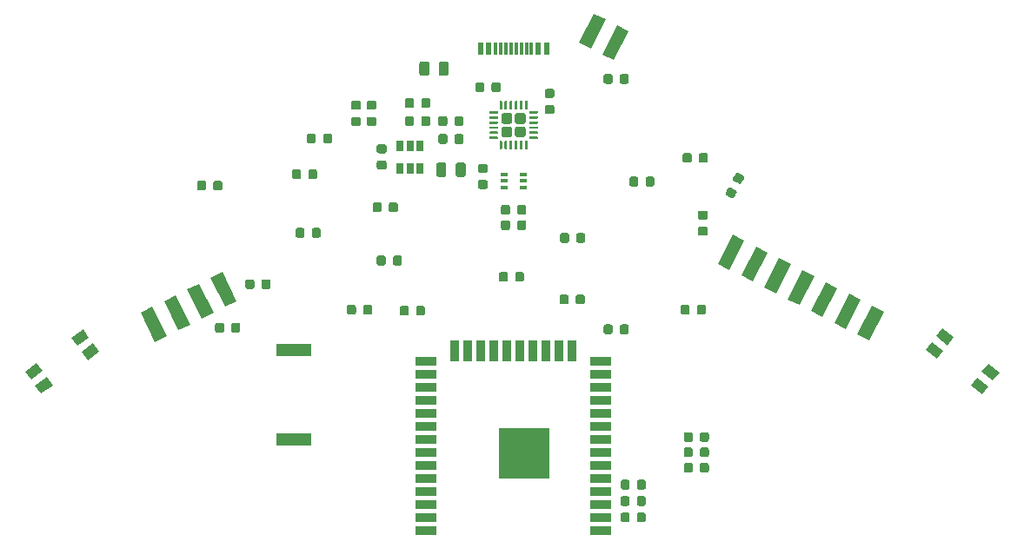
<source format=gbr>
G04 #@! TF.GenerationSoftware,KiCad,Pcbnew,5.1.5+dfsg1-2build2*
G04 #@! TF.CreationDate,2021-06-21T20:14:41+02:00*
G04 #@! TF.ProjectId,chip,63686970-2e6b-4696-9361-645f70636258,rev?*
G04 #@! TF.SameCoordinates,Original*
G04 #@! TF.FileFunction,Paste,Top*
G04 #@! TF.FilePolarity,Positive*
%FSLAX46Y46*%
G04 Gerber Fmt 4.6, Leading zero omitted, Abs format (unit mm)*
G04 Created by KiCad (PCBNEW 5.1.5+dfsg1-2build2) date 2021-06-21 20:14:41*
%MOMM*%
%LPD*%
G04 APERTURE LIST*
%ADD10R,3.400000X1.300000*%
%ADD11C,0.100000*%
%ADD12R,0.650000X1.060000*%
%ADD13R,2.000000X0.900000*%
%ADD14R,0.900000X2.000000*%
%ADD15R,5.000000X5.000000*%
%ADD16R,0.650000X0.400000*%
%ADD17R,0.600000X1.160000*%
%ADD18R,0.300000X1.160000*%
G04 APERTURE END LIST*
D10*
X148600000Y-107650000D03*
X148600000Y-98950000D03*
D11*
G36*
X176383718Y-68956363D02*
G01*
X177827408Y-66122963D01*
X178958986Y-66699531D01*
X177515296Y-69532931D01*
X176383718Y-68956363D01*
G37*
G36*
X178646874Y-70109498D02*
G01*
X180090564Y-67276098D01*
X181222142Y-67852666D01*
X179778452Y-70686066D01*
X178646874Y-70109498D01*
G37*
G36*
X214542897Y-102396104D02*
G01*
X215158558Y-101608094D01*
X216261773Y-102470020D01*
X215646112Y-103258030D01*
X214542897Y-102396104D01*
G37*
G36*
X210130037Y-98948400D02*
G01*
X210745698Y-98160390D01*
X211848913Y-99022316D01*
X211233252Y-99810326D01*
X210130037Y-98948400D01*
G37*
G36*
X215589521Y-101056486D02*
G01*
X216205182Y-100268476D01*
X217308397Y-101130402D01*
X216692736Y-101918412D01*
X215589521Y-101056486D01*
G37*
G36*
X211176661Y-97608781D02*
G01*
X211792322Y-96820771D01*
X212895537Y-97682697D01*
X212279876Y-98470707D01*
X211176661Y-97608781D01*
G37*
G36*
X128521835Y-99898275D02*
G01*
X127934049Y-99089258D01*
X129066673Y-98266359D01*
X129654459Y-99075376D01*
X128521835Y-99898275D01*
G37*
G36*
X123991340Y-103189872D02*
G01*
X123403554Y-102380855D01*
X124536178Y-101557956D01*
X125123964Y-102366973D01*
X123991340Y-103189872D01*
G37*
G36*
X127522600Y-98522946D02*
G01*
X126934814Y-97713929D01*
X128067438Y-96891030D01*
X128655224Y-97700047D01*
X127522600Y-98522946D01*
G37*
G36*
X122992105Y-101814543D02*
G01*
X122404319Y-101005526D01*
X123536943Y-100182627D01*
X124124729Y-100991644D01*
X122992105Y-101814543D01*
G37*
G36*
X203488679Y-97434688D02*
G01*
X204932369Y-94601288D01*
X206063947Y-95177856D01*
X204620257Y-98011256D01*
X203488679Y-97434688D01*
G37*
G36*
X201225522Y-96281552D02*
G01*
X202669212Y-93448152D01*
X203800790Y-94024720D01*
X202357100Y-96858120D01*
X201225522Y-96281552D01*
G37*
G36*
X198962366Y-95128416D02*
G01*
X200406056Y-92295016D01*
X201537634Y-92871584D01*
X200093944Y-95704984D01*
X198962366Y-95128416D01*
G37*
G36*
X189909739Y-90515873D02*
G01*
X191353429Y-87682473D01*
X192485007Y-88259041D01*
X191041317Y-91092441D01*
X189909739Y-90515873D01*
G37*
G36*
X196699209Y-93975280D02*
G01*
X198142899Y-91141880D01*
X199274477Y-91718448D01*
X197830787Y-94551848D01*
X196699209Y-93975280D01*
G37*
G36*
X194436052Y-92822144D02*
G01*
X195879742Y-89988744D01*
X197011320Y-90565312D01*
X195567630Y-93398712D01*
X194436052Y-92822144D01*
G37*
G36*
X192172896Y-91669009D02*
G01*
X193616586Y-88835609D01*
X194748164Y-89412177D01*
X193304474Y-92245577D01*
X192172896Y-91669009D01*
G37*
G36*
X135087396Y-98131548D02*
G01*
X133668487Y-95285657D01*
X134805054Y-94718986D01*
X136223963Y-97564877D01*
X135087396Y-98131548D01*
G37*
G36*
X141906795Y-94731521D02*
G01*
X140487886Y-91885630D01*
X141624453Y-91318959D01*
X143043362Y-94164850D01*
X141906795Y-94731521D01*
G37*
G36*
X139633662Y-95864863D02*
G01*
X138214753Y-93018972D01*
X139351320Y-92452301D01*
X140770229Y-95298192D01*
X139633662Y-95864863D01*
G37*
G36*
X137360529Y-96998206D02*
G01*
X135941620Y-94152315D01*
X137078187Y-93585644D01*
X138497096Y-96431535D01*
X137360529Y-96998206D01*
G37*
G36*
X172293626Y-75625301D02*
G01*
X172299693Y-75626201D01*
X172305643Y-75627691D01*
X172311418Y-75629758D01*
X172316962Y-75632380D01*
X172322223Y-75635533D01*
X172327150Y-75639187D01*
X172331694Y-75643306D01*
X172335813Y-75647850D01*
X172339467Y-75652777D01*
X172342620Y-75658038D01*
X172345242Y-75663582D01*
X172347309Y-75669357D01*
X172348799Y-75675307D01*
X172349699Y-75681374D01*
X172350000Y-75687500D01*
X172350000Y-75812500D01*
X172349699Y-75818626D01*
X172348799Y-75824693D01*
X172347309Y-75830643D01*
X172345242Y-75836418D01*
X172342620Y-75841962D01*
X172339467Y-75847223D01*
X172335813Y-75852150D01*
X172331694Y-75856694D01*
X172327150Y-75860813D01*
X172322223Y-75864467D01*
X172316962Y-75867620D01*
X172311418Y-75870242D01*
X172305643Y-75872309D01*
X172299693Y-75873799D01*
X172293626Y-75874699D01*
X172287500Y-75875000D01*
X171587500Y-75875000D01*
X171581374Y-75874699D01*
X171575307Y-75873799D01*
X171569357Y-75872309D01*
X171563582Y-75870242D01*
X171558038Y-75867620D01*
X171552777Y-75864467D01*
X171547850Y-75860813D01*
X171543306Y-75856694D01*
X171539187Y-75852150D01*
X171535533Y-75847223D01*
X171532380Y-75841962D01*
X171529758Y-75836418D01*
X171527691Y-75830643D01*
X171526201Y-75824693D01*
X171525301Y-75818626D01*
X171525000Y-75812500D01*
X171525000Y-75687500D01*
X171525301Y-75681374D01*
X171526201Y-75675307D01*
X171527691Y-75669357D01*
X171529758Y-75663582D01*
X171532380Y-75658038D01*
X171535533Y-75652777D01*
X171539187Y-75647850D01*
X171543306Y-75643306D01*
X171547850Y-75639187D01*
X171552777Y-75635533D01*
X171558038Y-75632380D01*
X171563582Y-75629758D01*
X171569357Y-75627691D01*
X171575307Y-75626201D01*
X171581374Y-75625301D01*
X171587500Y-75625000D01*
X172287500Y-75625000D01*
X172293626Y-75625301D01*
G37*
G36*
X172293626Y-76125301D02*
G01*
X172299693Y-76126201D01*
X172305643Y-76127691D01*
X172311418Y-76129758D01*
X172316962Y-76132380D01*
X172322223Y-76135533D01*
X172327150Y-76139187D01*
X172331694Y-76143306D01*
X172335813Y-76147850D01*
X172339467Y-76152777D01*
X172342620Y-76158038D01*
X172345242Y-76163582D01*
X172347309Y-76169357D01*
X172348799Y-76175307D01*
X172349699Y-76181374D01*
X172350000Y-76187500D01*
X172350000Y-76312500D01*
X172349699Y-76318626D01*
X172348799Y-76324693D01*
X172347309Y-76330643D01*
X172345242Y-76336418D01*
X172342620Y-76341962D01*
X172339467Y-76347223D01*
X172335813Y-76352150D01*
X172331694Y-76356694D01*
X172327150Y-76360813D01*
X172322223Y-76364467D01*
X172316962Y-76367620D01*
X172311418Y-76370242D01*
X172305643Y-76372309D01*
X172299693Y-76373799D01*
X172293626Y-76374699D01*
X172287500Y-76375000D01*
X171587500Y-76375000D01*
X171581374Y-76374699D01*
X171575307Y-76373799D01*
X171569357Y-76372309D01*
X171563582Y-76370242D01*
X171558038Y-76367620D01*
X171552777Y-76364467D01*
X171547850Y-76360813D01*
X171543306Y-76356694D01*
X171539187Y-76352150D01*
X171535533Y-76347223D01*
X171532380Y-76341962D01*
X171529758Y-76336418D01*
X171527691Y-76330643D01*
X171526201Y-76324693D01*
X171525301Y-76318626D01*
X171525000Y-76312500D01*
X171525000Y-76187500D01*
X171525301Y-76181374D01*
X171526201Y-76175307D01*
X171527691Y-76169357D01*
X171529758Y-76163582D01*
X171532380Y-76158038D01*
X171535533Y-76152777D01*
X171539187Y-76147850D01*
X171543306Y-76143306D01*
X171547850Y-76139187D01*
X171552777Y-76135533D01*
X171558038Y-76132380D01*
X171563582Y-76129758D01*
X171569357Y-76127691D01*
X171575307Y-76126201D01*
X171581374Y-76125301D01*
X171587500Y-76125000D01*
X172287500Y-76125000D01*
X172293626Y-76125301D01*
G37*
G36*
X172293626Y-76625301D02*
G01*
X172299693Y-76626201D01*
X172305643Y-76627691D01*
X172311418Y-76629758D01*
X172316962Y-76632380D01*
X172322223Y-76635533D01*
X172327150Y-76639187D01*
X172331694Y-76643306D01*
X172335813Y-76647850D01*
X172339467Y-76652777D01*
X172342620Y-76658038D01*
X172345242Y-76663582D01*
X172347309Y-76669357D01*
X172348799Y-76675307D01*
X172349699Y-76681374D01*
X172350000Y-76687500D01*
X172350000Y-76812500D01*
X172349699Y-76818626D01*
X172348799Y-76824693D01*
X172347309Y-76830643D01*
X172345242Y-76836418D01*
X172342620Y-76841962D01*
X172339467Y-76847223D01*
X172335813Y-76852150D01*
X172331694Y-76856694D01*
X172327150Y-76860813D01*
X172322223Y-76864467D01*
X172316962Y-76867620D01*
X172311418Y-76870242D01*
X172305643Y-76872309D01*
X172299693Y-76873799D01*
X172293626Y-76874699D01*
X172287500Y-76875000D01*
X171587500Y-76875000D01*
X171581374Y-76874699D01*
X171575307Y-76873799D01*
X171569357Y-76872309D01*
X171563582Y-76870242D01*
X171558038Y-76867620D01*
X171552777Y-76864467D01*
X171547850Y-76860813D01*
X171543306Y-76856694D01*
X171539187Y-76852150D01*
X171535533Y-76847223D01*
X171532380Y-76841962D01*
X171529758Y-76836418D01*
X171527691Y-76830643D01*
X171526201Y-76824693D01*
X171525301Y-76818626D01*
X171525000Y-76812500D01*
X171525000Y-76687500D01*
X171525301Y-76681374D01*
X171526201Y-76675307D01*
X171527691Y-76669357D01*
X171529758Y-76663582D01*
X171532380Y-76658038D01*
X171535533Y-76652777D01*
X171539187Y-76647850D01*
X171543306Y-76643306D01*
X171547850Y-76639187D01*
X171552777Y-76635533D01*
X171558038Y-76632380D01*
X171563582Y-76629758D01*
X171569357Y-76627691D01*
X171575307Y-76626201D01*
X171581374Y-76625301D01*
X171587500Y-76625000D01*
X172287500Y-76625000D01*
X172293626Y-76625301D01*
G37*
G36*
X172293626Y-77125301D02*
G01*
X172299693Y-77126201D01*
X172305643Y-77127691D01*
X172311418Y-77129758D01*
X172316962Y-77132380D01*
X172322223Y-77135533D01*
X172327150Y-77139187D01*
X172331694Y-77143306D01*
X172335813Y-77147850D01*
X172339467Y-77152777D01*
X172342620Y-77158038D01*
X172345242Y-77163582D01*
X172347309Y-77169357D01*
X172348799Y-77175307D01*
X172349699Y-77181374D01*
X172350000Y-77187500D01*
X172350000Y-77312500D01*
X172349699Y-77318626D01*
X172348799Y-77324693D01*
X172347309Y-77330643D01*
X172345242Y-77336418D01*
X172342620Y-77341962D01*
X172339467Y-77347223D01*
X172335813Y-77352150D01*
X172331694Y-77356694D01*
X172327150Y-77360813D01*
X172322223Y-77364467D01*
X172316962Y-77367620D01*
X172311418Y-77370242D01*
X172305643Y-77372309D01*
X172299693Y-77373799D01*
X172293626Y-77374699D01*
X172287500Y-77375000D01*
X171587500Y-77375000D01*
X171581374Y-77374699D01*
X171575307Y-77373799D01*
X171569357Y-77372309D01*
X171563582Y-77370242D01*
X171558038Y-77367620D01*
X171552777Y-77364467D01*
X171547850Y-77360813D01*
X171543306Y-77356694D01*
X171539187Y-77352150D01*
X171535533Y-77347223D01*
X171532380Y-77341962D01*
X171529758Y-77336418D01*
X171527691Y-77330643D01*
X171526201Y-77324693D01*
X171525301Y-77318626D01*
X171525000Y-77312500D01*
X171525000Y-77187500D01*
X171525301Y-77181374D01*
X171526201Y-77175307D01*
X171527691Y-77169357D01*
X171529758Y-77163582D01*
X171532380Y-77158038D01*
X171535533Y-77152777D01*
X171539187Y-77147850D01*
X171543306Y-77143306D01*
X171547850Y-77139187D01*
X171552777Y-77135533D01*
X171558038Y-77132380D01*
X171563582Y-77129758D01*
X171569357Y-77127691D01*
X171575307Y-77126201D01*
X171581374Y-77125301D01*
X171587500Y-77125000D01*
X172287500Y-77125000D01*
X172293626Y-77125301D01*
G37*
G36*
X172293626Y-77625301D02*
G01*
X172299693Y-77626201D01*
X172305643Y-77627691D01*
X172311418Y-77629758D01*
X172316962Y-77632380D01*
X172322223Y-77635533D01*
X172327150Y-77639187D01*
X172331694Y-77643306D01*
X172335813Y-77647850D01*
X172339467Y-77652777D01*
X172342620Y-77658038D01*
X172345242Y-77663582D01*
X172347309Y-77669357D01*
X172348799Y-77675307D01*
X172349699Y-77681374D01*
X172350000Y-77687500D01*
X172350000Y-77812500D01*
X172349699Y-77818626D01*
X172348799Y-77824693D01*
X172347309Y-77830643D01*
X172345242Y-77836418D01*
X172342620Y-77841962D01*
X172339467Y-77847223D01*
X172335813Y-77852150D01*
X172331694Y-77856694D01*
X172327150Y-77860813D01*
X172322223Y-77864467D01*
X172316962Y-77867620D01*
X172311418Y-77870242D01*
X172305643Y-77872309D01*
X172299693Y-77873799D01*
X172293626Y-77874699D01*
X172287500Y-77875000D01*
X171587500Y-77875000D01*
X171581374Y-77874699D01*
X171575307Y-77873799D01*
X171569357Y-77872309D01*
X171563582Y-77870242D01*
X171558038Y-77867620D01*
X171552777Y-77864467D01*
X171547850Y-77860813D01*
X171543306Y-77856694D01*
X171539187Y-77852150D01*
X171535533Y-77847223D01*
X171532380Y-77841962D01*
X171529758Y-77836418D01*
X171527691Y-77830643D01*
X171526201Y-77824693D01*
X171525301Y-77818626D01*
X171525000Y-77812500D01*
X171525000Y-77687500D01*
X171525301Y-77681374D01*
X171526201Y-77675307D01*
X171527691Y-77669357D01*
X171529758Y-77663582D01*
X171532380Y-77658038D01*
X171535533Y-77652777D01*
X171539187Y-77647850D01*
X171543306Y-77643306D01*
X171547850Y-77639187D01*
X171552777Y-77635533D01*
X171558038Y-77632380D01*
X171563582Y-77629758D01*
X171569357Y-77627691D01*
X171575307Y-77626201D01*
X171581374Y-77625301D01*
X171587500Y-77625000D01*
X172287500Y-77625000D01*
X172293626Y-77625301D01*
G37*
G36*
X172293626Y-78125301D02*
G01*
X172299693Y-78126201D01*
X172305643Y-78127691D01*
X172311418Y-78129758D01*
X172316962Y-78132380D01*
X172322223Y-78135533D01*
X172327150Y-78139187D01*
X172331694Y-78143306D01*
X172335813Y-78147850D01*
X172339467Y-78152777D01*
X172342620Y-78158038D01*
X172345242Y-78163582D01*
X172347309Y-78169357D01*
X172348799Y-78175307D01*
X172349699Y-78181374D01*
X172350000Y-78187500D01*
X172350000Y-78312500D01*
X172349699Y-78318626D01*
X172348799Y-78324693D01*
X172347309Y-78330643D01*
X172345242Y-78336418D01*
X172342620Y-78341962D01*
X172339467Y-78347223D01*
X172335813Y-78352150D01*
X172331694Y-78356694D01*
X172327150Y-78360813D01*
X172322223Y-78364467D01*
X172316962Y-78367620D01*
X172311418Y-78370242D01*
X172305643Y-78372309D01*
X172299693Y-78373799D01*
X172293626Y-78374699D01*
X172287500Y-78375000D01*
X171587500Y-78375000D01*
X171581374Y-78374699D01*
X171575307Y-78373799D01*
X171569357Y-78372309D01*
X171563582Y-78370242D01*
X171558038Y-78367620D01*
X171552777Y-78364467D01*
X171547850Y-78360813D01*
X171543306Y-78356694D01*
X171539187Y-78352150D01*
X171535533Y-78347223D01*
X171532380Y-78341962D01*
X171529758Y-78336418D01*
X171527691Y-78330643D01*
X171526201Y-78324693D01*
X171525301Y-78318626D01*
X171525000Y-78312500D01*
X171525000Y-78187500D01*
X171525301Y-78181374D01*
X171526201Y-78175307D01*
X171527691Y-78169357D01*
X171529758Y-78163582D01*
X171532380Y-78158038D01*
X171535533Y-78152777D01*
X171539187Y-78147850D01*
X171543306Y-78143306D01*
X171547850Y-78139187D01*
X171552777Y-78135533D01*
X171558038Y-78132380D01*
X171563582Y-78129758D01*
X171569357Y-78127691D01*
X171575307Y-78126201D01*
X171581374Y-78125301D01*
X171587500Y-78125000D01*
X172287500Y-78125000D01*
X172293626Y-78125301D01*
G37*
G36*
X171318626Y-78525301D02*
G01*
X171324693Y-78526201D01*
X171330643Y-78527691D01*
X171336418Y-78529758D01*
X171341962Y-78532380D01*
X171347223Y-78535533D01*
X171352150Y-78539187D01*
X171356694Y-78543306D01*
X171360813Y-78547850D01*
X171364467Y-78552777D01*
X171367620Y-78558038D01*
X171370242Y-78563582D01*
X171372309Y-78569357D01*
X171373799Y-78575307D01*
X171374699Y-78581374D01*
X171375000Y-78587500D01*
X171375000Y-79287500D01*
X171374699Y-79293626D01*
X171373799Y-79299693D01*
X171372309Y-79305643D01*
X171370242Y-79311418D01*
X171367620Y-79316962D01*
X171364467Y-79322223D01*
X171360813Y-79327150D01*
X171356694Y-79331694D01*
X171352150Y-79335813D01*
X171347223Y-79339467D01*
X171341962Y-79342620D01*
X171336418Y-79345242D01*
X171330643Y-79347309D01*
X171324693Y-79348799D01*
X171318626Y-79349699D01*
X171312500Y-79350000D01*
X171187500Y-79350000D01*
X171181374Y-79349699D01*
X171175307Y-79348799D01*
X171169357Y-79347309D01*
X171163582Y-79345242D01*
X171158038Y-79342620D01*
X171152777Y-79339467D01*
X171147850Y-79335813D01*
X171143306Y-79331694D01*
X171139187Y-79327150D01*
X171135533Y-79322223D01*
X171132380Y-79316962D01*
X171129758Y-79311418D01*
X171127691Y-79305643D01*
X171126201Y-79299693D01*
X171125301Y-79293626D01*
X171125000Y-79287500D01*
X171125000Y-78587500D01*
X171125301Y-78581374D01*
X171126201Y-78575307D01*
X171127691Y-78569357D01*
X171129758Y-78563582D01*
X171132380Y-78558038D01*
X171135533Y-78552777D01*
X171139187Y-78547850D01*
X171143306Y-78543306D01*
X171147850Y-78539187D01*
X171152777Y-78535533D01*
X171158038Y-78532380D01*
X171163582Y-78529758D01*
X171169357Y-78527691D01*
X171175307Y-78526201D01*
X171181374Y-78525301D01*
X171187500Y-78525000D01*
X171312500Y-78525000D01*
X171318626Y-78525301D01*
G37*
G36*
X170818626Y-78525301D02*
G01*
X170824693Y-78526201D01*
X170830643Y-78527691D01*
X170836418Y-78529758D01*
X170841962Y-78532380D01*
X170847223Y-78535533D01*
X170852150Y-78539187D01*
X170856694Y-78543306D01*
X170860813Y-78547850D01*
X170864467Y-78552777D01*
X170867620Y-78558038D01*
X170870242Y-78563582D01*
X170872309Y-78569357D01*
X170873799Y-78575307D01*
X170874699Y-78581374D01*
X170875000Y-78587500D01*
X170875000Y-79287500D01*
X170874699Y-79293626D01*
X170873799Y-79299693D01*
X170872309Y-79305643D01*
X170870242Y-79311418D01*
X170867620Y-79316962D01*
X170864467Y-79322223D01*
X170860813Y-79327150D01*
X170856694Y-79331694D01*
X170852150Y-79335813D01*
X170847223Y-79339467D01*
X170841962Y-79342620D01*
X170836418Y-79345242D01*
X170830643Y-79347309D01*
X170824693Y-79348799D01*
X170818626Y-79349699D01*
X170812500Y-79350000D01*
X170687500Y-79350000D01*
X170681374Y-79349699D01*
X170675307Y-79348799D01*
X170669357Y-79347309D01*
X170663582Y-79345242D01*
X170658038Y-79342620D01*
X170652777Y-79339467D01*
X170647850Y-79335813D01*
X170643306Y-79331694D01*
X170639187Y-79327150D01*
X170635533Y-79322223D01*
X170632380Y-79316962D01*
X170629758Y-79311418D01*
X170627691Y-79305643D01*
X170626201Y-79299693D01*
X170625301Y-79293626D01*
X170625000Y-79287500D01*
X170625000Y-78587500D01*
X170625301Y-78581374D01*
X170626201Y-78575307D01*
X170627691Y-78569357D01*
X170629758Y-78563582D01*
X170632380Y-78558038D01*
X170635533Y-78552777D01*
X170639187Y-78547850D01*
X170643306Y-78543306D01*
X170647850Y-78539187D01*
X170652777Y-78535533D01*
X170658038Y-78532380D01*
X170663582Y-78529758D01*
X170669357Y-78527691D01*
X170675307Y-78526201D01*
X170681374Y-78525301D01*
X170687500Y-78525000D01*
X170812500Y-78525000D01*
X170818626Y-78525301D01*
G37*
G36*
X170318626Y-78525301D02*
G01*
X170324693Y-78526201D01*
X170330643Y-78527691D01*
X170336418Y-78529758D01*
X170341962Y-78532380D01*
X170347223Y-78535533D01*
X170352150Y-78539187D01*
X170356694Y-78543306D01*
X170360813Y-78547850D01*
X170364467Y-78552777D01*
X170367620Y-78558038D01*
X170370242Y-78563582D01*
X170372309Y-78569357D01*
X170373799Y-78575307D01*
X170374699Y-78581374D01*
X170375000Y-78587500D01*
X170375000Y-79287500D01*
X170374699Y-79293626D01*
X170373799Y-79299693D01*
X170372309Y-79305643D01*
X170370242Y-79311418D01*
X170367620Y-79316962D01*
X170364467Y-79322223D01*
X170360813Y-79327150D01*
X170356694Y-79331694D01*
X170352150Y-79335813D01*
X170347223Y-79339467D01*
X170341962Y-79342620D01*
X170336418Y-79345242D01*
X170330643Y-79347309D01*
X170324693Y-79348799D01*
X170318626Y-79349699D01*
X170312500Y-79350000D01*
X170187500Y-79350000D01*
X170181374Y-79349699D01*
X170175307Y-79348799D01*
X170169357Y-79347309D01*
X170163582Y-79345242D01*
X170158038Y-79342620D01*
X170152777Y-79339467D01*
X170147850Y-79335813D01*
X170143306Y-79331694D01*
X170139187Y-79327150D01*
X170135533Y-79322223D01*
X170132380Y-79316962D01*
X170129758Y-79311418D01*
X170127691Y-79305643D01*
X170126201Y-79299693D01*
X170125301Y-79293626D01*
X170125000Y-79287500D01*
X170125000Y-78587500D01*
X170125301Y-78581374D01*
X170126201Y-78575307D01*
X170127691Y-78569357D01*
X170129758Y-78563582D01*
X170132380Y-78558038D01*
X170135533Y-78552777D01*
X170139187Y-78547850D01*
X170143306Y-78543306D01*
X170147850Y-78539187D01*
X170152777Y-78535533D01*
X170158038Y-78532380D01*
X170163582Y-78529758D01*
X170169357Y-78527691D01*
X170175307Y-78526201D01*
X170181374Y-78525301D01*
X170187500Y-78525000D01*
X170312500Y-78525000D01*
X170318626Y-78525301D01*
G37*
G36*
X169818626Y-78525301D02*
G01*
X169824693Y-78526201D01*
X169830643Y-78527691D01*
X169836418Y-78529758D01*
X169841962Y-78532380D01*
X169847223Y-78535533D01*
X169852150Y-78539187D01*
X169856694Y-78543306D01*
X169860813Y-78547850D01*
X169864467Y-78552777D01*
X169867620Y-78558038D01*
X169870242Y-78563582D01*
X169872309Y-78569357D01*
X169873799Y-78575307D01*
X169874699Y-78581374D01*
X169875000Y-78587500D01*
X169875000Y-79287500D01*
X169874699Y-79293626D01*
X169873799Y-79299693D01*
X169872309Y-79305643D01*
X169870242Y-79311418D01*
X169867620Y-79316962D01*
X169864467Y-79322223D01*
X169860813Y-79327150D01*
X169856694Y-79331694D01*
X169852150Y-79335813D01*
X169847223Y-79339467D01*
X169841962Y-79342620D01*
X169836418Y-79345242D01*
X169830643Y-79347309D01*
X169824693Y-79348799D01*
X169818626Y-79349699D01*
X169812500Y-79350000D01*
X169687500Y-79350000D01*
X169681374Y-79349699D01*
X169675307Y-79348799D01*
X169669357Y-79347309D01*
X169663582Y-79345242D01*
X169658038Y-79342620D01*
X169652777Y-79339467D01*
X169647850Y-79335813D01*
X169643306Y-79331694D01*
X169639187Y-79327150D01*
X169635533Y-79322223D01*
X169632380Y-79316962D01*
X169629758Y-79311418D01*
X169627691Y-79305643D01*
X169626201Y-79299693D01*
X169625301Y-79293626D01*
X169625000Y-79287500D01*
X169625000Y-78587500D01*
X169625301Y-78581374D01*
X169626201Y-78575307D01*
X169627691Y-78569357D01*
X169629758Y-78563582D01*
X169632380Y-78558038D01*
X169635533Y-78552777D01*
X169639187Y-78547850D01*
X169643306Y-78543306D01*
X169647850Y-78539187D01*
X169652777Y-78535533D01*
X169658038Y-78532380D01*
X169663582Y-78529758D01*
X169669357Y-78527691D01*
X169675307Y-78526201D01*
X169681374Y-78525301D01*
X169687500Y-78525000D01*
X169812500Y-78525000D01*
X169818626Y-78525301D01*
G37*
G36*
X169318626Y-78525301D02*
G01*
X169324693Y-78526201D01*
X169330643Y-78527691D01*
X169336418Y-78529758D01*
X169341962Y-78532380D01*
X169347223Y-78535533D01*
X169352150Y-78539187D01*
X169356694Y-78543306D01*
X169360813Y-78547850D01*
X169364467Y-78552777D01*
X169367620Y-78558038D01*
X169370242Y-78563582D01*
X169372309Y-78569357D01*
X169373799Y-78575307D01*
X169374699Y-78581374D01*
X169375000Y-78587500D01*
X169375000Y-79287500D01*
X169374699Y-79293626D01*
X169373799Y-79299693D01*
X169372309Y-79305643D01*
X169370242Y-79311418D01*
X169367620Y-79316962D01*
X169364467Y-79322223D01*
X169360813Y-79327150D01*
X169356694Y-79331694D01*
X169352150Y-79335813D01*
X169347223Y-79339467D01*
X169341962Y-79342620D01*
X169336418Y-79345242D01*
X169330643Y-79347309D01*
X169324693Y-79348799D01*
X169318626Y-79349699D01*
X169312500Y-79350000D01*
X169187500Y-79350000D01*
X169181374Y-79349699D01*
X169175307Y-79348799D01*
X169169357Y-79347309D01*
X169163582Y-79345242D01*
X169158038Y-79342620D01*
X169152777Y-79339467D01*
X169147850Y-79335813D01*
X169143306Y-79331694D01*
X169139187Y-79327150D01*
X169135533Y-79322223D01*
X169132380Y-79316962D01*
X169129758Y-79311418D01*
X169127691Y-79305643D01*
X169126201Y-79299693D01*
X169125301Y-79293626D01*
X169125000Y-79287500D01*
X169125000Y-78587500D01*
X169125301Y-78581374D01*
X169126201Y-78575307D01*
X169127691Y-78569357D01*
X169129758Y-78563582D01*
X169132380Y-78558038D01*
X169135533Y-78552777D01*
X169139187Y-78547850D01*
X169143306Y-78543306D01*
X169147850Y-78539187D01*
X169152777Y-78535533D01*
X169158038Y-78532380D01*
X169163582Y-78529758D01*
X169169357Y-78527691D01*
X169175307Y-78526201D01*
X169181374Y-78525301D01*
X169187500Y-78525000D01*
X169312500Y-78525000D01*
X169318626Y-78525301D01*
G37*
G36*
X168818626Y-78525301D02*
G01*
X168824693Y-78526201D01*
X168830643Y-78527691D01*
X168836418Y-78529758D01*
X168841962Y-78532380D01*
X168847223Y-78535533D01*
X168852150Y-78539187D01*
X168856694Y-78543306D01*
X168860813Y-78547850D01*
X168864467Y-78552777D01*
X168867620Y-78558038D01*
X168870242Y-78563582D01*
X168872309Y-78569357D01*
X168873799Y-78575307D01*
X168874699Y-78581374D01*
X168875000Y-78587500D01*
X168875000Y-79287500D01*
X168874699Y-79293626D01*
X168873799Y-79299693D01*
X168872309Y-79305643D01*
X168870242Y-79311418D01*
X168867620Y-79316962D01*
X168864467Y-79322223D01*
X168860813Y-79327150D01*
X168856694Y-79331694D01*
X168852150Y-79335813D01*
X168847223Y-79339467D01*
X168841962Y-79342620D01*
X168836418Y-79345242D01*
X168830643Y-79347309D01*
X168824693Y-79348799D01*
X168818626Y-79349699D01*
X168812500Y-79350000D01*
X168687500Y-79350000D01*
X168681374Y-79349699D01*
X168675307Y-79348799D01*
X168669357Y-79347309D01*
X168663582Y-79345242D01*
X168658038Y-79342620D01*
X168652777Y-79339467D01*
X168647850Y-79335813D01*
X168643306Y-79331694D01*
X168639187Y-79327150D01*
X168635533Y-79322223D01*
X168632380Y-79316962D01*
X168629758Y-79311418D01*
X168627691Y-79305643D01*
X168626201Y-79299693D01*
X168625301Y-79293626D01*
X168625000Y-79287500D01*
X168625000Y-78587500D01*
X168625301Y-78581374D01*
X168626201Y-78575307D01*
X168627691Y-78569357D01*
X168629758Y-78563582D01*
X168632380Y-78558038D01*
X168635533Y-78552777D01*
X168639187Y-78547850D01*
X168643306Y-78543306D01*
X168647850Y-78539187D01*
X168652777Y-78535533D01*
X168658038Y-78532380D01*
X168663582Y-78529758D01*
X168669357Y-78527691D01*
X168675307Y-78526201D01*
X168681374Y-78525301D01*
X168687500Y-78525000D01*
X168812500Y-78525000D01*
X168818626Y-78525301D01*
G37*
G36*
X168418626Y-78125301D02*
G01*
X168424693Y-78126201D01*
X168430643Y-78127691D01*
X168436418Y-78129758D01*
X168441962Y-78132380D01*
X168447223Y-78135533D01*
X168452150Y-78139187D01*
X168456694Y-78143306D01*
X168460813Y-78147850D01*
X168464467Y-78152777D01*
X168467620Y-78158038D01*
X168470242Y-78163582D01*
X168472309Y-78169357D01*
X168473799Y-78175307D01*
X168474699Y-78181374D01*
X168475000Y-78187500D01*
X168475000Y-78312500D01*
X168474699Y-78318626D01*
X168473799Y-78324693D01*
X168472309Y-78330643D01*
X168470242Y-78336418D01*
X168467620Y-78341962D01*
X168464467Y-78347223D01*
X168460813Y-78352150D01*
X168456694Y-78356694D01*
X168452150Y-78360813D01*
X168447223Y-78364467D01*
X168441962Y-78367620D01*
X168436418Y-78370242D01*
X168430643Y-78372309D01*
X168424693Y-78373799D01*
X168418626Y-78374699D01*
X168412500Y-78375000D01*
X167712500Y-78375000D01*
X167706374Y-78374699D01*
X167700307Y-78373799D01*
X167694357Y-78372309D01*
X167688582Y-78370242D01*
X167683038Y-78367620D01*
X167677777Y-78364467D01*
X167672850Y-78360813D01*
X167668306Y-78356694D01*
X167664187Y-78352150D01*
X167660533Y-78347223D01*
X167657380Y-78341962D01*
X167654758Y-78336418D01*
X167652691Y-78330643D01*
X167651201Y-78324693D01*
X167650301Y-78318626D01*
X167650000Y-78312500D01*
X167650000Y-78187500D01*
X167650301Y-78181374D01*
X167651201Y-78175307D01*
X167652691Y-78169357D01*
X167654758Y-78163582D01*
X167657380Y-78158038D01*
X167660533Y-78152777D01*
X167664187Y-78147850D01*
X167668306Y-78143306D01*
X167672850Y-78139187D01*
X167677777Y-78135533D01*
X167683038Y-78132380D01*
X167688582Y-78129758D01*
X167694357Y-78127691D01*
X167700307Y-78126201D01*
X167706374Y-78125301D01*
X167712500Y-78125000D01*
X168412500Y-78125000D01*
X168418626Y-78125301D01*
G37*
G36*
X168418626Y-77625301D02*
G01*
X168424693Y-77626201D01*
X168430643Y-77627691D01*
X168436418Y-77629758D01*
X168441962Y-77632380D01*
X168447223Y-77635533D01*
X168452150Y-77639187D01*
X168456694Y-77643306D01*
X168460813Y-77647850D01*
X168464467Y-77652777D01*
X168467620Y-77658038D01*
X168470242Y-77663582D01*
X168472309Y-77669357D01*
X168473799Y-77675307D01*
X168474699Y-77681374D01*
X168475000Y-77687500D01*
X168475000Y-77812500D01*
X168474699Y-77818626D01*
X168473799Y-77824693D01*
X168472309Y-77830643D01*
X168470242Y-77836418D01*
X168467620Y-77841962D01*
X168464467Y-77847223D01*
X168460813Y-77852150D01*
X168456694Y-77856694D01*
X168452150Y-77860813D01*
X168447223Y-77864467D01*
X168441962Y-77867620D01*
X168436418Y-77870242D01*
X168430643Y-77872309D01*
X168424693Y-77873799D01*
X168418626Y-77874699D01*
X168412500Y-77875000D01*
X167712500Y-77875000D01*
X167706374Y-77874699D01*
X167700307Y-77873799D01*
X167694357Y-77872309D01*
X167688582Y-77870242D01*
X167683038Y-77867620D01*
X167677777Y-77864467D01*
X167672850Y-77860813D01*
X167668306Y-77856694D01*
X167664187Y-77852150D01*
X167660533Y-77847223D01*
X167657380Y-77841962D01*
X167654758Y-77836418D01*
X167652691Y-77830643D01*
X167651201Y-77824693D01*
X167650301Y-77818626D01*
X167650000Y-77812500D01*
X167650000Y-77687500D01*
X167650301Y-77681374D01*
X167651201Y-77675307D01*
X167652691Y-77669357D01*
X167654758Y-77663582D01*
X167657380Y-77658038D01*
X167660533Y-77652777D01*
X167664187Y-77647850D01*
X167668306Y-77643306D01*
X167672850Y-77639187D01*
X167677777Y-77635533D01*
X167683038Y-77632380D01*
X167688582Y-77629758D01*
X167694357Y-77627691D01*
X167700307Y-77626201D01*
X167706374Y-77625301D01*
X167712500Y-77625000D01*
X168412500Y-77625000D01*
X168418626Y-77625301D01*
G37*
G36*
X168418626Y-77125301D02*
G01*
X168424693Y-77126201D01*
X168430643Y-77127691D01*
X168436418Y-77129758D01*
X168441962Y-77132380D01*
X168447223Y-77135533D01*
X168452150Y-77139187D01*
X168456694Y-77143306D01*
X168460813Y-77147850D01*
X168464467Y-77152777D01*
X168467620Y-77158038D01*
X168470242Y-77163582D01*
X168472309Y-77169357D01*
X168473799Y-77175307D01*
X168474699Y-77181374D01*
X168475000Y-77187500D01*
X168475000Y-77312500D01*
X168474699Y-77318626D01*
X168473799Y-77324693D01*
X168472309Y-77330643D01*
X168470242Y-77336418D01*
X168467620Y-77341962D01*
X168464467Y-77347223D01*
X168460813Y-77352150D01*
X168456694Y-77356694D01*
X168452150Y-77360813D01*
X168447223Y-77364467D01*
X168441962Y-77367620D01*
X168436418Y-77370242D01*
X168430643Y-77372309D01*
X168424693Y-77373799D01*
X168418626Y-77374699D01*
X168412500Y-77375000D01*
X167712500Y-77375000D01*
X167706374Y-77374699D01*
X167700307Y-77373799D01*
X167694357Y-77372309D01*
X167688582Y-77370242D01*
X167683038Y-77367620D01*
X167677777Y-77364467D01*
X167672850Y-77360813D01*
X167668306Y-77356694D01*
X167664187Y-77352150D01*
X167660533Y-77347223D01*
X167657380Y-77341962D01*
X167654758Y-77336418D01*
X167652691Y-77330643D01*
X167651201Y-77324693D01*
X167650301Y-77318626D01*
X167650000Y-77312500D01*
X167650000Y-77187500D01*
X167650301Y-77181374D01*
X167651201Y-77175307D01*
X167652691Y-77169357D01*
X167654758Y-77163582D01*
X167657380Y-77158038D01*
X167660533Y-77152777D01*
X167664187Y-77147850D01*
X167668306Y-77143306D01*
X167672850Y-77139187D01*
X167677777Y-77135533D01*
X167683038Y-77132380D01*
X167688582Y-77129758D01*
X167694357Y-77127691D01*
X167700307Y-77126201D01*
X167706374Y-77125301D01*
X167712500Y-77125000D01*
X168412500Y-77125000D01*
X168418626Y-77125301D01*
G37*
G36*
X168418626Y-76625301D02*
G01*
X168424693Y-76626201D01*
X168430643Y-76627691D01*
X168436418Y-76629758D01*
X168441962Y-76632380D01*
X168447223Y-76635533D01*
X168452150Y-76639187D01*
X168456694Y-76643306D01*
X168460813Y-76647850D01*
X168464467Y-76652777D01*
X168467620Y-76658038D01*
X168470242Y-76663582D01*
X168472309Y-76669357D01*
X168473799Y-76675307D01*
X168474699Y-76681374D01*
X168475000Y-76687500D01*
X168475000Y-76812500D01*
X168474699Y-76818626D01*
X168473799Y-76824693D01*
X168472309Y-76830643D01*
X168470242Y-76836418D01*
X168467620Y-76841962D01*
X168464467Y-76847223D01*
X168460813Y-76852150D01*
X168456694Y-76856694D01*
X168452150Y-76860813D01*
X168447223Y-76864467D01*
X168441962Y-76867620D01*
X168436418Y-76870242D01*
X168430643Y-76872309D01*
X168424693Y-76873799D01*
X168418626Y-76874699D01*
X168412500Y-76875000D01*
X167712500Y-76875000D01*
X167706374Y-76874699D01*
X167700307Y-76873799D01*
X167694357Y-76872309D01*
X167688582Y-76870242D01*
X167683038Y-76867620D01*
X167677777Y-76864467D01*
X167672850Y-76860813D01*
X167668306Y-76856694D01*
X167664187Y-76852150D01*
X167660533Y-76847223D01*
X167657380Y-76841962D01*
X167654758Y-76836418D01*
X167652691Y-76830643D01*
X167651201Y-76824693D01*
X167650301Y-76818626D01*
X167650000Y-76812500D01*
X167650000Y-76687500D01*
X167650301Y-76681374D01*
X167651201Y-76675307D01*
X167652691Y-76669357D01*
X167654758Y-76663582D01*
X167657380Y-76658038D01*
X167660533Y-76652777D01*
X167664187Y-76647850D01*
X167668306Y-76643306D01*
X167672850Y-76639187D01*
X167677777Y-76635533D01*
X167683038Y-76632380D01*
X167688582Y-76629758D01*
X167694357Y-76627691D01*
X167700307Y-76626201D01*
X167706374Y-76625301D01*
X167712500Y-76625000D01*
X168412500Y-76625000D01*
X168418626Y-76625301D01*
G37*
G36*
X168418626Y-76125301D02*
G01*
X168424693Y-76126201D01*
X168430643Y-76127691D01*
X168436418Y-76129758D01*
X168441962Y-76132380D01*
X168447223Y-76135533D01*
X168452150Y-76139187D01*
X168456694Y-76143306D01*
X168460813Y-76147850D01*
X168464467Y-76152777D01*
X168467620Y-76158038D01*
X168470242Y-76163582D01*
X168472309Y-76169357D01*
X168473799Y-76175307D01*
X168474699Y-76181374D01*
X168475000Y-76187500D01*
X168475000Y-76312500D01*
X168474699Y-76318626D01*
X168473799Y-76324693D01*
X168472309Y-76330643D01*
X168470242Y-76336418D01*
X168467620Y-76341962D01*
X168464467Y-76347223D01*
X168460813Y-76352150D01*
X168456694Y-76356694D01*
X168452150Y-76360813D01*
X168447223Y-76364467D01*
X168441962Y-76367620D01*
X168436418Y-76370242D01*
X168430643Y-76372309D01*
X168424693Y-76373799D01*
X168418626Y-76374699D01*
X168412500Y-76375000D01*
X167712500Y-76375000D01*
X167706374Y-76374699D01*
X167700307Y-76373799D01*
X167694357Y-76372309D01*
X167688582Y-76370242D01*
X167683038Y-76367620D01*
X167677777Y-76364467D01*
X167672850Y-76360813D01*
X167668306Y-76356694D01*
X167664187Y-76352150D01*
X167660533Y-76347223D01*
X167657380Y-76341962D01*
X167654758Y-76336418D01*
X167652691Y-76330643D01*
X167651201Y-76324693D01*
X167650301Y-76318626D01*
X167650000Y-76312500D01*
X167650000Y-76187500D01*
X167650301Y-76181374D01*
X167651201Y-76175307D01*
X167652691Y-76169357D01*
X167654758Y-76163582D01*
X167657380Y-76158038D01*
X167660533Y-76152777D01*
X167664187Y-76147850D01*
X167668306Y-76143306D01*
X167672850Y-76139187D01*
X167677777Y-76135533D01*
X167683038Y-76132380D01*
X167688582Y-76129758D01*
X167694357Y-76127691D01*
X167700307Y-76126201D01*
X167706374Y-76125301D01*
X167712500Y-76125000D01*
X168412500Y-76125000D01*
X168418626Y-76125301D01*
G37*
G36*
X168418626Y-75625301D02*
G01*
X168424693Y-75626201D01*
X168430643Y-75627691D01*
X168436418Y-75629758D01*
X168441962Y-75632380D01*
X168447223Y-75635533D01*
X168452150Y-75639187D01*
X168456694Y-75643306D01*
X168460813Y-75647850D01*
X168464467Y-75652777D01*
X168467620Y-75658038D01*
X168470242Y-75663582D01*
X168472309Y-75669357D01*
X168473799Y-75675307D01*
X168474699Y-75681374D01*
X168475000Y-75687500D01*
X168475000Y-75812500D01*
X168474699Y-75818626D01*
X168473799Y-75824693D01*
X168472309Y-75830643D01*
X168470242Y-75836418D01*
X168467620Y-75841962D01*
X168464467Y-75847223D01*
X168460813Y-75852150D01*
X168456694Y-75856694D01*
X168452150Y-75860813D01*
X168447223Y-75864467D01*
X168441962Y-75867620D01*
X168436418Y-75870242D01*
X168430643Y-75872309D01*
X168424693Y-75873799D01*
X168418626Y-75874699D01*
X168412500Y-75875000D01*
X167712500Y-75875000D01*
X167706374Y-75874699D01*
X167700307Y-75873799D01*
X167694357Y-75872309D01*
X167688582Y-75870242D01*
X167683038Y-75867620D01*
X167677777Y-75864467D01*
X167672850Y-75860813D01*
X167668306Y-75856694D01*
X167664187Y-75852150D01*
X167660533Y-75847223D01*
X167657380Y-75841962D01*
X167654758Y-75836418D01*
X167652691Y-75830643D01*
X167651201Y-75824693D01*
X167650301Y-75818626D01*
X167650000Y-75812500D01*
X167650000Y-75687500D01*
X167650301Y-75681374D01*
X167651201Y-75675307D01*
X167652691Y-75669357D01*
X167654758Y-75663582D01*
X167657380Y-75658038D01*
X167660533Y-75652777D01*
X167664187Y-75647850D01*
X167668306Y-75643306D01*
X167672850Y-75639187D01*
X167677777Y-75635533D01*
X167683038Y-75632380D01*
X167688582Y-75629758D01*
X167694357Y-75627691D01*
X167700307Y-75626201D01*
X167706374Y-75625301D01*
X167712500Y-75625000D01*
X168412500Y-75625000D01*
X168418626Y-75625301D01*
G37*
G36*
X168818626Y-74650301D02*
G01*
X168824693Y-74651201D01*
X168830643Y-74652691D01*
X168836418Y-74654758D01*
X168841962Y-74657380D01*
X168847223Y-74660533D01*
X168852150Y-74664187D01*
X168856694Y-74668306D01*
X168860813Y-74672850D01*
X168864467Y-74677777D01*
X168867620Y-74683038D01*
X168870242Y-74688582D01*
X168872309Y-74694357D01*
X168873799Y-74700307D01*
X168874699Y-74706374D01*
X168875000Y-74712500D01*
X168875000Y-75412500D01*
X168874699Y-75418626D01*
X168873799Y-75424693D01*
X168872309Y-75430643D01*
X168870242Y-75436418D01*
X168867620Y-75441962D01*
X168864467Y-75447223D01*
X168860813Y-75452150D01*
X168856694Y-75456694D01*
X168852150Y-75460813D01*
X168847223Y-75464467D01*
X168841962Y-75467620D01*
X168836418Y-75470242D01*
X168830643Y-75472309D01*
X168824693Y-75473799D01*
X168818626Y-75474699D01*
X168812500Y-75475000D01*
X168687500Y-75475000D01*
X168681374Y-75474699D01*
X168675307Y-75473799D01*
X168669357Y-75472309D01*
X168663582Y-75470242D01*
X168658038Y-75467620D01*
X168652777Y-75464467D01*
X168647850Y-75460813D01*
X168643306Y-75456694D01*
X168639187Y-75452150D01*
X168635533Y-75447223D01*
X168632380Y-75441962D01*
X168629758Y-75436418D01*
X168627691Y-75430643D01*
X168626201Y-75424693D01*
X168625301Y-75418626D01*
X168625000Y-75412500D01*
X168625000Y-74712500D01*
X168625301Y-74706374D01*
X168626201Y-74700307D01*
X168627691Y-74694357D01*
X168629758Y-74688582D01*
X168632380Y-74683038D01*
X168635533Y-74677777D01*
X168639187Y-74672850D01*
X168643306Y-74668306D01*
X168647850Y-74664187D01*
X168652777Y-74660533D01*
X168658038Y-74657380D01*
X168663582Y-74654758D01*
X168669357Y-74652691D01*
X168675307Y-74651201D01*
X168681374Y-74650301D01*
X168687500Y-74650000D01*
X168812500Y-74650000D01*
X168818626Y-74650301D01*
G37*
G36*
X169318626Y-74650301D02*
G01*
X169324693Y-74651201D01*
X169330643Y-74652691D01*
X169336418Y-74654758D01*
X169341962Y-74657380D01*
X169347223Y-74660533D01*
X169352150Y-74664187D01*
X169356694Y-74668306D01*
X169360813Y-74672850D01*
X169364467Y-74677777D01*
X169367620Y-74683038D01*
X169370242Y-74688582D01*
X169372309Y-74694357D01*
X169373799Y-74700307D01*
X169374699Y-74706374D01*
X169375000Y-74712500D01*
X169375000Y-75412500D01*
X169374699Y-75418626D01*
X169373799Y-75424693D01*
X169372309Y-75430643D01*
X169370242Y-75436418D01*
X169367620Y-75441962D01*
X169364467Y-75447223D01*
X169360813Y-75452150D01*
X169356694Y-75456694D01*
X169352150Y-75460813D01*
X169347223Y-75464467D01*
X169341962Y-75467620D01*
X169336418Y-75470242D01*
X169330643Y-75472309D01*
X169324693Y-75473799D01*
X169318626Y-75474699D01*
X169312500Y-75475000D01*
X169187500Y-75475000D01*
X169181374Y-75474699D01*
X169175307Y-75473799D01*
X169169357Y-75472309D01*
X169163582Y-75470242D01*
X169158038Y-75467620D01*
X169152777Y-75464467D01*
X169147850Y-75460813D01*
X169143306Y-75456694D01*
X169139187Y-75452150D01*
X169135533Y-75447223D01*
X169132380Y-75441962D01*
X169129758Y-75436418D01*
X169127691Y-75430643D01*
X169126201Y-75424693D01*
X169125301Y-75418626D01*
X169125000Y-75412500D01*
X169125000Y-74712500D01*
X169125301Y-74706374D01*
X169126201Y-74700307D01*
X169127691Y-74694357D01*
X169129758Y-74688582D01*
X169132380Y-74683038D01*
X169135533Y-74677777D01*
X169139187Y-74672850D01*
X169143306Y-74668306D01*
X169147850Y-74664187D01*
X169152777Y-74660533D01*
X169158038Y-74657380D01*
X169163582Y-74654758D01*
X169169357Y-74652691D01*
X169175307Y-74651201D01*
X169181374Y-74650301D01*
X169187500Y-74650000D01*
X169312500Y-74650000D01*
X169318626Y-74650301D01*
G37*
G36*
X169818626Y-74650301D02*
G01*
X169824693Y-74651201D01*
X169830643Y-74652691D01*
X169836418Y-74654758D01*
X169841962Y-74657380D01*
X169847223Y-74660533D01*
X169852150Y-74664187D01*
X169856694Y-74668306D01*
X169860813Y-74672850D01*
X169864467Y-74677777D01*
X169867620Y-74683038D01*
X169870242Y-74688582D01*
X169872309Y-74694357D01*
X169873799Y-74700307D01*
X169874699Y-74706374D01*
X169875000Y-74712500D01*
X169875000Y-75412500D01*
X169874699Y-75418626D01*
X169873799Y-75424693D01*
X169872309Y-75430643D01*
X169870242Y-75436418D01*
X169867620Y-75441962D01*
X169864467Y-75447223D01*
X169860813Y-75452150D01*
X169856694Y-75456694D01*
X169852150Y-75460813D01*
X169847223Y-75464467D01*
X169841962Y-75467620D01*
X169836418Y-75470242D01*
X169830643Y-75472309D01*
X169824693Y-75473799D01*
X169818626Y-75474699D01*
X169812500Y-75475000D01*
X169687500Y-75475000D01*
X169681374Y-75474699D01*
X169675307Y-75473799D01*
X169669357Y-75472309D01*
X169663582Y-75470242D01*
X169658038Y-75467620D01*
X169652777Y-75464467D01*
X169647850Y-75460813D01*
X169643306Y-75456694D01*
X169639187Y-75452150D01*
X169635533Y-75447223D01*
X169632380Y-75441962D01*
X169629758Y-75436418D01*
X169627691Y-75430643D01*
X169626201Y-75424693D01*
X169625301Y-75418626D01*
X169625000Y-75412500D01*
X169625000Y-74712500D01*
X169625301Y-74706374D01*
X169626201Y-74700307D01*
X169627691Y-74694357D01*
X169629758Y-74688582D01*
X169632380Y-74683038D01*
X169635533Y-74677777D01*
X169639187Y-74672850D01*
X169643306Y-74668306D01*
X169647850Y-74664187D01*
X169652777Y-74660533D01*
X169658038Y-74657380D01*
X169663582Y-74654758D01*
X169669357Y-74652691D01*
X169675307Y-74651201D01*
X169681374Y-74650301D01*
X169687500Y-74650000D01*
X169812500Y-74650000D01*
X169818626Y-74650301D01*
G37*
G36*
X170318626Y-74650301D02*
G01*
X170324693Y-74651201D01*
X170330643Y-74652691D01*
X170336418Y-74654758D01*
X170341962Y-74657380D01*
X170347223Y-74660533D01*
X170352150Y-74664187D01*
X170356694Y-74668306D01*
X170360813Y-74672850D01*
X170364467Y-74677777D01*
X170367620Y-74683038D01*
X170370242Y-74688582D01*
X170372309Y-74694357D01*
X170373799Y-74700307D01*
X170374699Y-74706374D01*
X170375000Y-74712500D01*
X170375000Y-75412500D01*
X170374699Y-75418626D01*
X170373799Y-75424693D01*
X170372309Y-75430643D01*
X170370242Y-75436418D01*
X170367620Y-75441962D01*
X170364467Y-75447223D01*
X170360813Y-75452150D01*
X170356694Y-75456694D01*
X170352150Y-75460813D01*
X170347223Y-75464467D01*
X170341962Y-75467620D01*
X170336418Y-75470242D01*
X170330643Y-75472309D01*
X170324693Y-75473799D01*
X170318626Y-75474699D01*
X170312500Y-75475000D01*
X170187500Y-75475000D01*
X170181374Y-75474699D01*
X170175307Y-75473799D01*
X170169357Y-75472309D01*
X170163582Y-75470242D01*
X170158038Y-75467620D01*
X170152777Y-75464467D01*
X170147850Y-75460813D01*
X170143306Y-75456694D01*
X170139187Y-75452150D01*
X170135533Y-75447223D01*
X170132380Y-75441962D01*
X170129758Y-75436418D01*
X170127691Y-75430643D01*
X170126201Y-75424693D01*
X170125301Y-75418626D01*
X170125000Y-75412500D01*
X170125000Y-74712500D01*
X170125301Y-74706374D01*
X170126201Y-74700307D01*
X170127691Y-74694357D01*
X170129758Y-74688582D01*
X170132380Y-74683038D01*
X170135533Y-74677777D01*
X170139187Y-74672850D01*
X170143306Y-74668306D01*
X170147850Y-74664187D01*
X170152777Y-74660533D01*
X170158038Y-74657380D01*
X170163582Y-74654758D01*
X170169357Y-74652691D01*
X170175307Y-74651201D01*
X170181374Y-74650301D01*
X170187500Y-74650000D01*
X170312500Y-74650000D01*
X170318626Y-74650301D01*
G37*
G36*
X170818626Y-74650301D02*
G01*
X170824693Y-74651201D01*
X170830643Y-74652691D01*
X170836418Y-74654758D01*
X170841962Y-74657380D01*
X170847223Y-74660533D01*
X170852150Y-74664187D01*
X170856694Y-74668306D01*
X170860813Y-74672850D01*
X170864467Y-74677777D01*
X170867620Y-74683038D01*
X170870242Y-74688582D01*
X170872309Y-74694357D01*
X170873799Y-74700307D01*
X170874699Y-74706374D01*
X170875000Y-74712500D01*
X170875000Y-75412500D01*
X170874699Y-75418626D01*
X170873799Y-75424693D01*
X170872309Y-75430643D01*
X170870242Y-75436418D01*
X170867620Y-75441962D01*
X170864467Y-75447223D01*
X170860813Y-75452150D01*
X170856694Y-75456694D01*
X170852150Y-75460813D01*
X170847223Y-75464467D01*
X170841962Y-75467620D01*
X170836418Y-75470242D01*
X170830643Y-75472309D01*
X170824693Y-75473799D01*
X170818626Y-75474699D01*
X170812500Y-75475000D01*
X170687500Y-75475000D01*
X170681374Y-75474699D01*
X170675307Y-75473799D01*
X170669357Y-75472309D01*
X170663582Y-75470242D01*
X170658038Y-75467620D01*
X170652777Y-75464467D01*
X170647850Y-75460813D01*
X170643306Y-75456694D01*
X170639187Y-75452150D01*
X170635533Y-75447223D01*
X170632380Y-75441962D01*
X170629758Y-75436418D01*
X170627691Y-75430643D01*
X170626201Y-75424693D01*
X170625301Y-75418626D01*
X170625000Y-75412500D01*
X170625000Y-74712500D01*
X170625301Y-74706374D01*
X170626201Y-74700307D01*
X170627691Y-74694357D01*
X170629758Y-74688582D01*
X170632380Y-74683038D01*
X170635533Y-74677777D01*
X170639187Y-74672850D01*
X170643306Y-74668306D01*
X170647850Y-74664187D01*
X170652777Y-74660533D01*
X170658038Y-74657380D01*
X170663582Y-74654758D01*
X170669357Y-74652691D01*
X170675307Y-74651201D01*
X170681374Y-74650301D01*
X170687500Y-74650000D01*
X170812500Y-74650000D01*
X170818626Y-74650301D01*
G37*
G36*
X171318626Y-74650301D02*
G01*
X171324693Y-74651201D01*
X171330643Y-74652691D01*
X171336418Y-74654758D01*
X171341962Y-74657380D01*
X171347223Y-74660533D01*
X171352150Y-74664187D01*
X171356694Y-74668306D01*
X171360813Y-74672850D01*
X171364467Y-74677777D01*
X171367620Y-74683038D01*
X171370242Y-74688582D01*
X171372309Y-74694357D01*
X171373799Y-74700307D01*
X171374699Y-74706374D01*
X171375000Y-74712500D01*
X171375000Y-75412500D01*
X171374699Y-75418626D01*
X171373799Y-75424693D01*
X171372309Y-75430643D01*
X171370242Y-75436418D01*
X171367620Y-75441962D01*
X171364467Y-75447223D01*
X171360813Y-75452150D01*
X171356694Y-75456694D01*
X171352150Y-75460813D01*
X171347223Y-75464467D01*
X171341962Y-75467620D01*
X171336418Y-75470242D01*
X171330643Y-75472309D01*
X171324693Y-75473799D01*
X171318626Y-75474699D01*
X171312500Y-75475000D01*
X171187500Y-75475000D01*
X171181374Y-75474699D01*
X171175307Y-75473799D01*
X171169357Y-75472309D01*
X171163582Y-75470242D01*
X171158038Y-75467620D01*
X171152777Y-75464467D01*
X171147850Y-75460813D01*
X171143306Y-75456694D01*
X171139187Y-75452150D01*
X171135533Y-75447223D01*
X171132380Y-75441962D01*
X171129758Y-75436418D01*
X171127691Y-75430643D01*
X171126201Y-75424693D01*
X171125301Y-75418626D01*
X171125000Y-75412500D01*
X171125000Y-74712500D01*
X171125301Y-74706374D01*
X171126201Y-74700307D01*
X171127691Y-74694357D01*
X171129758Y-74688582D01*
X171132380Y-74683038D01*
X171135533Y-74677777D01*
X171139187Y-74672850D01*
X171143306Y-74668306D01*
X171147850Y-74664187D01*
X171152777Y-74660533D01*
X171158038Y-74657380D01*
X171163582Y-74654758D01*
X171169357Y-74652691D01*
X171175307Y-74651201D01*
X171181374Y-74650301D01*
X171187500Y-74650000D01*
X171312500Y-74650000D01*
X171318626Y-74650301D01*
G37*
G36*
X169649505Y-77126204D02*
G01*
X169673773Y-77129804D01*
X169697572Y-77135765D01*
X169720671Y-77144030D01*
X169742850Y-77154520D01*
X169763893Y-77167132D01*
X169783599Y-77181747D01*
X169801777Y-77198223D01*
X169818253Y-77216401D01*
X169832868Y-77236107D01*
X169845480Y-77257150D01*
X169855970Y-77279329D01*
X169864235Y-77302428D01*
X169870196Y-77326227D01*
X169873796Y-77350495D01*
X169875000Y-77374999D01*
X169875000Y-77925001D01*
X169873796Y-77949505D01*
X169870196Y-77973773D01*
X169864235Y-77997572D01*
X169855970Y-78020671D01*
X169845480Y-78042850D01*
X169832868Y-78063893D01*
X169818253Y-78083599D01*
X169801777Y-78101777D01*
X169783599Y-78118253D01*
X169763893Y-78132868D01*
X169742850Y-78145480D01*
X169720671Y-78155970D01*
X169697572Y-78164235D01*
X169673773Y-78170196D01*
X169649505Y-78173796D01*
X169625001Y-78175000D01*
X169074999Y-78175000D01*
X169050495Y-78173796D01*
X169026227Y-78170196D01*
X169002428Y-78164235D01*
X168979329Y-78155970D01*
X168957150Y-78145480D01*
X168936107Y-78132868D01*
X168916401Y-78118253D01*
X168898223Y-78101777D01*
X168881747Y-78083599D01*
X168867132Y-78063893D01*
X168854520Y-78042850D01*
X168844030Y-78020671D01*
X168835765Y-77997572D01*
X168829804Y-77973773D01*
X168826204Y-77949505D01*
X168825000Y-77925001D01*
X168825000Y-77374999D01*
X168826204Y-77350495D01*
X168829804Y-77326227D01*
X168835765Y-77302428D01*
X168844030Y-77279329D01*
X168854520Y-77257150D01*
X168867132Y-77236107D01*
X168881747Y-77216401D01*
X168898223Y-77198223D01*
X168916401Y-77181747D01*
X168936107Y-77167132D01*
X168957150Y-77154520D01*
X168979329Y-77144030D01*
X169002428Y-77135765D01*
X169026227Y-77129804D01*
X169050495Y-77126204D01*
X169074999Y-77125000D01*
X169625001Y-77125000D01*
X169649505Y-77126204D01*
G37*
G36*
X170949505Y-77126204D02*
G01*
X170973773Y-77129804D01*
X170997572Y-77135765D01*
X171020671Y-77144030D01*
X171042850Y-77154520D01*
X171063893Y-77167132D01*
X171083599Y-77181747D01*
X171101777Y-77198223D01*
X171118253Y-77216401D01*
X171132868Y-77236107D01*
X171145480Y-77257150D01*
X171155970Y-77279329D01*
X171164235Y-77302428D01*
X171170196Y-77326227D01*
X171173796Y-77350495D01*
X171175000Y-77374999D01*
X171175000Y-77925001D01*
X171173796Y-77949505D01*
X171170196Y-77973773D01*
X171164235Y-77997572D01*
X171155970Y-78020671D01*
X171145480Y-78042850D01*
X171132868Y-78063893D01*
X171118253Y-78083599D01*
X171101777Y-78101777D01*
X171083599Y-78118253D01*
X171063893Y-78132868D01*
X171042850Y-78145480D01*
X171020671Y-78155970D01*
X170997572Y-78164235D01*
X170973773Y-78170196D01*
X170949505Y-78173796D01*
X170925001Y-78175000D01*
X170374999Y-78175000D01*
X170350495Y-78173796D01*
X170326227Y-78170196D01*
X170302428Y-78164235D01*
X170279329Y-78155970D01*
X170257150Y-78145480D01*
X170236107Y-78132868D01*
X170216401Y-78118253D01*
X170198223Y-78101777D01*
X170181747Y-78083599D01*
X170167132Y-78063893D01*
X170154520Y-78042850D01*
X170144030Y-78020671D01*
X170135765Y-77997572D01*
X170129804Y-77973773D01*
X170126204Y-77949505D01*
X170125000Y-77925001D01*
X170125000Y-77374999D01*
X170126204Y-77350495D01*
X170129804Y-77326227D01*
X170135765Y-77302428D01*
X170144030Y-77279329D01*
X170154520Y-77257150D01*
X170167132Y-77236107D01*
X170181747Y-77216401D01*
X170198223Y-77198223D01*
X170216401Y-77181747D01*
X170236107Y-77167132D01*
X170257150Y-77154520D01*
X170279329Y-77144030D01*
X170302428Y-77135765D01*
X170326227Y-77129804D01*
X170350495Y-77126204D01*
X170374999Y-77125000D01*
X170925001Y-77125000D01*
X170949505Y-77126204D01*
G37*
G36*
X169649505Y-75826204D02*
G01*
X169673773Y-75829804D01*
X169697572Y-75835765D01*
X169720671Y-75844030D01*
X169742850Y-75854520D01*
X169763893Y-75867132D01*
X169783599Y-75881747D01*
X169801777Y-75898223D01*
X169818253Y-75916401D01*
X169832868Y-75936107D01*
X169845480Y-75957150D01*
X169855970Y-75979329D01*
X169864235Y-76002428D01*
X169870196Y-76026227D01*
X169873796Y-76050495D01*
X169875000Y-76074999D01*
X169875000Y-76625001D01*
X169873796Y-76649505D01*
X169870196Y-76673773D01*
X169864235Y-76697572D01*
X169855970Y-76720671D01*
X169845480Y-76742850D01*
X169832868Y-76763893D01*
X169818253Y-76783599D01*
X169801777Y-76801777D01*
X169783599Y-76818253D01*
X169763893Y-76832868D01*
X169742850Y-76845480D01*
X169720671Y-76855970D01*
X169697572Y-76864235D01*
X169673773Y-76870196D01*
X169649505Y-76873796D01*
X169625001Y-76875000D01*
X169074999Y-76875000D01*
X169050495Y-76873796D01*
X169026227Y-76870196D01*
X169002428Y-76864235D01*
X168979329Y-76855970D01*
X168957150Y-76845480D01*
X168936107Y-76832868D01*
X168916401Y-76818253D01*
X168898223Y-76801777D01*
X168881747Y-76783599D01*
X168867132Y-76763893D01*
X168854520Y-76742850D01*
X168844030Y-76720671D01*
X168835765Y-76697572D01*
X168829804Y-76673773D01*
X168826204Y-76649505D01*
X168825000Y-76625001D01*
X168825000Y-76074999D01*
X168826204Y-76050495D01*
X168829804Y-76026227D01*
X168835765Y-76002428D01*
X168844030Y-75979329D01*
X168854520Y-75957150D01*
X168867132Y-75936107D01*
X168881747Y-75916401D01*
X168898223Y-75898223D01*
X168916401Y-75881747D01*
X168936107Y-75867132D01*
X168957150Y-75854520D01*
X168979329Y-75844030D01*
X169002428Y-75835765D01*
X169026227Y-75829804D01*
X169050495Y-75826204D01*
X169074999Y-75825000D01*
X169625001Y-75825000D01*
X169649505Y-75826204D01*
G37*
G36*
X170949505Y-75826204D02*
G01*
X170973773Y-75829804D01*
X170997572Y-75835765D01*
X171020671Y-75844030D01*
X171042850Y-75854520D01*
X171063893Y-75867132D01*
X171083599Y-75881747D01*
X171101777Y-75898223D01*
X171118253Y-75916401D01*
X171132868Y-75936107D01*
X171145480Y-75957150D01*
X171155970Y-75979329D01*
X171164235Y-76002428D01*
X171170196Y-76026227D01*
X171173796Y-76050495D01*
X171175000Y-76074999D01*
X171175000Y-76625001D01*
X171173796Y-76649505D01*
X171170196Y-76673773D01*
X171164235Y-76697572D01*
X171155970Y-76720671D01*
X171145480Y-76742850D01*
X171132868Y-76763893D01*
X171118253Y-76783599D01*
X171101777Y-76801777D01*
X171083599Y-76818253D01*
X171063893Y-76832868D01*
X171042850Y-76845480D01*
X171020671Y-76855970D01*
X170997572Y-76864235D01*
X170973773Y-76870196D01*
X170949505Y-76873796D01*
X170925001Y-76875000D01*
X170374999Y-76875000D01*
X170350495Y-76873796D01*
X170326227Y-76870196D01*
X170302428Y-76864235D01*
X170279329Y-76855970D01*
X170257150Y-76845480D01*
X170236107Y-76832868D01*
X170216401Y-76818253D01*
X170198223Y-76801777D01*
X170181747Y-76783599D01*
X170167132Y-76763893D01*
X170154520Y-76742850D01*
X170144030Y-76720671D01*
X170135765Y-76697572D01*
X170129804Y-76673773D01*
X170126204Y-76649505D01*
X170125000Y-76625001D01*
X170125000Y-76074999D01*
X170126204Y-76050495D01*
X170129804Y-76026227D01*
X170135765Y-76002428D01*
X170144030Y-75979329D01*
X170154520Y-75957150D01*
X170167132Y-75936107D01*
X170181747Y-75916401D01*
X170198223Y-75898223D01*
X170216401Y-75881747D01*
X170236107Y-75867132D01*
X170257150Y-75854520D01*
X170279329Y-75844030D01*
X170302428Y-75835765D01*
X170326227Y-75829804D01*
X170350495Y-75826204D01*
X170374999Y-75825000D01*
X170925001Y-75825000D01*
X170949505Y-75826204D01*
G37*
D12*
X159900000Y-79000000D03*
X158950000Y-79000000D03*
X160850000Y-79000000D03*
X160850000Y-81200000D03*
X159900000Y-81200000D03*
X158950000Y-81200000D03*
D13*
X161500000Y-116505000D03*
X161500000Y-115235000D03*
X161500000Y-113965000D03*
X161500000Y-112695000D03*
X161500000Y-111425000D03*
X161500000Y-110155000D03*
X161500000Y-108885000D03*
X161500000Y-107615000D03*
X161500000Y-106345000D03*
X161500000Y-105075000D03*
X161500000Y-103805000D03*
X161500000Y-102535000D03*
X161500000Y-101265000D03*
X161500000Y-99995000D03*
D14*
X164285000Y-98995000D03*
X165555000Y-98995000D03*
X166825000Y-98995000D03*
X168095000Y-98995000D03*
X169365000Y-98995000D03*
X170635000Y-98995000D03*
X171905000Y-98995000D03*
X173175000Y-98995000D03*
X174445000Y-98995000D03*
X175715000Y-98995000D03*
D13*
X178500000Y-99995000D03*
X178500000Y-101265000D03*
X178500000Y-102535000D03*
X178500000Y-103805000D03*
X178500000Y-105075000D03*
X178500000Y-106345000D03*
X178500000Y-107615000D03*
X178500000Y-108885000D03*
X178500000Y-110155000D03*
X178500000Y-111425000D03*
X178500000Y-112695000D03*
X178500000Y-113965000D03*
X178500000Y-115235000D03*
X178500000Y-116505000D03*
D15*
X171000000Y-109005000D03*
D11*
G36*
X173777691Y-75051053D02*
G01*
X173798926Y-75054203D01*
X173819750Y-75059419D01*
X173839962Y-75066651D01*
X173859368Y-75075830D01*
X173877781Y-75086866D01*
X173895024Y-75099654D01*
X173910930Y-75114070D01*
X173925346Y-75129976D01*
X173938134Y-75147219D01*
X173949170Y-75165632D01*
X173958349Y-75185038D01*
X173965581Y-75205250D01*
X173970797Y-75226074D01*
X173973947Y-75247309D01*
X173975000Y-75268750D01*
X173975000Y-75706250D01*
X173973947Y-75727691D01*
X173970797Y-75748926D01*
X173965581Y-75769750D01*
X173958349Y-75789962D01*
X173949170Y-75809368D01*
X173938134Y-75827781D01*
X173925346Y-75845024D01*
X173910930Y-75860930D01*
X173895024Y-75875346D01*
X173877781Y-75888134D01*
X173859368Y-75899170D01*
X173839962Y-75908349D01*
X173819750Y-75915581D01*
X173798926Y-75920797D01*
X173777691Y-75923947D01*
X173756250Y-75925000D01*
X173243750Y-75925000D01*
X173222309Y-75923947D01*
X173201074Y-75920797D01*
X173180250Y-75915581D01*
X173160038Y-75908349D01*
X173140632Y-75899170D01*
X173122219Y-75888134D01*
X173104976Y-75875346D01*
X173089070Y-75860930D01*
X173074654Y-75845024D01*
X173061866Y-75827781D01*
X173050830Y-75809368D01*
X173041651Y-75789962D01*
X173034419Y-75769750D01*
X173029203Y-75748926D01*
X173026053Y-75727691D01*
X173025000Y-75706250D01*
X173025000Y-75268750D01*
X173026053Y-75247309D01*
X173029203Y-75226074D01*
X173034419Y-75205250D01*
X173041651Y-75185038D01*
X173050830Y-75165632D01*
X173061866Y-75147219D01*
X173074654Y-75129976D01*
X173089070Y-75114070D01*
X173104976Y-75099654D01*
X173122219Y-75086866D01*
X173140632Y-75075830D01*
X173160038Y-75066651D01*
X173180250Y-75059419D01*
X173201074Y-75054203D01*
X173222309Y-75051053D01*
X173243750Y-75050000D01*
X173756250Y-75050000D01*
X173777691Y-75051053D01*
G37*
G36*
X173777691Y-73476053D02*
G01*
X173798926Y-73479203D01*
X173819750Y-73484419D01*
X173839962Y-73491651D01*
X173859368Y-73500830D01*
X173877781Y-73511866D01*
X173895024Y-73524654D01*
X173910930Y-73539070D01*
X173925346Y-73554976D01*
X173938134Y-73572219D01*
X173949170Y-73590632D01*
X173958349Y-73610038D01*
X173965581Y-73630250D01*
X173970797Y-73651074D01*
X173973947Y-73672309D01*
X173975000Y-73693750D01*
X173975000Y-74131250D01*
X173973947Y-74152691D01*
X173970797Y-74173926D01*
X173965581Y-74194750D01*
X173958349Y-74214962D01*
X173949170Y-74234368D01*
X173938134Y-74252781D01*
X173925346Y-74270024D01*
X173910930Y-74285930D01*
X173895024Y-74300346D01*
X173877781Y-74313134D01*
X173859368Y-74324170D01*
X173839962Y-74333349D01*
X173819750Y-74340581D01*
X173798926Y-74345797D01*
X173777691Y-74348947D01*
X173756250Y-74350000D01*
X173243750Y-74350000D01*
X173222309Y-74348947D01*
X173201074Y-74345797D01*
X173180250Y-74340581D01*
X173160038Y-74333349D01*
X173140632Y-74324170D01*
X173122219Y-74313134D01*
X173104976Y-74300346D01*
X173089070Y-74285930D01*
X173074654Y-74270024D01*
X173061866Y-74252781D01*
X173050830Y-74234368D01*
X173041651Y-74214962D01*
X173034419Y-74194750D01*
X173029203Y-74173926D01*
X173026053Y-74152691D01*
X173025000Y-74131250D01*
X173025000Y-73693750D01*
X173026053Y-73672309D01*
X173029203Y-73651074D01*
X173034419Y-73630250D01*
X173041651Y-73610038D01*
X173050830Y-73590632D01*
X173061866Y-73572219D01*
X173074654Y-73554976D01*
X173089070Y-73539070D01*
X173104976Y-73524654D01*
X173122219Y-73511866D01*
X173140632Y-73500830D01*
X173160038Y-73491651D01*
X173180250Y-73484419D01*
X173201074Y-73479203D01*
X173222309Y-73476053D01*
X173243750Y-73475000D01*
X173756250Y-73475000D01*
X173777691Y-73476053D01*
G37*
G36*
X166952691Y-72826053D02*
G01*
X166973926Y-72829203D01*
X166994750Y-72834419D01*
X167014962Y-72841651D01*
X167034368Y-72850830D01*
X167052781Y-72861866D01*
X167070024Y-72874654D01*
X167085930Y-72889070D01*
X167100346Y-72904976D01*
X167113134Y-72922219D01*
X167124170Y-72940632D01*
X167133349Y-72960038D01*
X167140581Y-72980250D01*
X167145797Y-73001074D01*
X167148947Y-73022309D01*
X167150000Y-73043750D01*
X167150000Y-73556250D01*
X167148947Y-73577691D01*
X167145797Y-73598926D01*
X167140581Y-73619750D01*
X167133349Y-73639962D01*
X167124170Y-73659368D01*
X167113134Y-73677781D01*
X167100346Y-73695024D01*
X167085930Y-73710930D01*
X167070024Y-73725346D01*
X167052781Y-73738134D01*
X167034368Y-73749170D01*
X167014962Y-73758349D01*
X166994750Y-73765581D01*
X166973926Y-73770797D01*
X166952691Y-73773947D01*
X166931250Y-73775000D01*
X166493750Y-73775000D01*
X166472309Y-73773947D01*
X166451074Y-73770797D01*
X166430250Y-73765581D01*
X166410038Y-73758349D01*
X166390632Y-73749170D01*
X166372219Y-73738134D01*
X166354976Y-73725346D01*
X166339070Y-73710930D01*
X166324654Y-73695024D01*
X166311866Y-73677781D01*
X166300830Y-73659368D01*
X166291651Y-73639962D01*
X166284419Y-73619750D01*
X166279203Y-73598926D01*
X166276053Y-73577691D01*
X166275000Y-73556250D01*
X166275000Y-73043750D01*
X166276053Y-73022309D01*
X166279203Y-73001074D01*
X166284419Y-72980250D01*
X166291651Y-72960038D01*
X166300830Y-72940632D01*
X166311866Y-72922219D01*
X166324654Y-72904976D01*
X166339070Y-72889070D01*
X166354976Y-72874654D01*
X166372219Y-72861866D01*
X166390632Y-72850830D01*
X166410038Y-72841651D01*
X166430250Y-72834419D01*
X166451074Y-72829203D01*
X166472309Y-72826053D01*
X166493750Y-72825000D01*
X166931250Y-72825000D01*
X166952691Y-72826053D01*
G37*
G36*
X168527691Y-72826053D02*
G01*
X168548926Y-72829203D01*
X168569750Y-72834419D01*
X168589962Y-72841651D01*
X168609368Y-72850830D01*
X168627781Y-72861866D01*
X168645024Y-72874654D01*
X168660930Y-72889070D01*
X168675346Y-72904976D01*
X168688134Y-72922219D01*
X168699170Y-72940632D01*
X168708349Y-72960038D01*
X168715581Y-72980250D01*
X168720797Y-73001074D01*
X168723947Y-73022309D01*
X168725000Y-73043750D01*
X168725000Y-73556250D01*
X168723947Y-73577691D01*
X168720797Y-73598926D01*
X168715581Y-73619750D01*
X168708349Y-73639962D01*
X168699170Y-73659368D01*
X168688134Y-73677781D01*
X168675346Y-73695024D01*
X168660930Y-73710930D01*
X168645024Y-73725346D01*
X168627781Y-73738134D01*
X168609368Y-73749170D01*
X168589962Y-73758349D01*
X168569750Y-73765581D01*
X168548926Y-73770797D01*
X168527691Y-73773947D01*
X168506250Y-73775000D01*
X168068750Y-73775000D01*
X168047309Y-73773947D01*
X168026074Y-73770797D01*
X168005250Y-73765581D01*
X167985038Y-73758349D01*
X167965632Y-73749170D01*
X167947219Y-73738134D01*
X167929976Y-73725346D01*
X167914070Y-73710930D01*
X167899654Y-73695024D01*
X167886866Y-73677781D01*
X167875830Y-73659368D01*
X167866651Y-73639962D01*
X167859419Y-73619750D01*
X167854203Y-73598926D01*
X167851053Y-73577691D01*
X167850000Y-73556250D01*
X167850000Y-73043750D01*
X167851053Y-73022309D01*
X167854203Y-73001074D01*
X167859419Y-72980250D01*
X167866651Y-72960038D01*
X167875830Y-72940632D01*
X167886866Y-72922219D01*
X167899654Y-72904976D01*
X167914070Y-72889070D01*
X167929976Y-72874654D01*
X167947219Y-72861866D01*
X167965632Y-72850830D01*
X167985038Y-72841651D01*
X168005250Y-72834419D01*
X168026074Y-72829203D01*
X168047309Y-72826053D01*
X168068750Y-72825000D01*
X168506250Y-72825000D01*
X168527691Y-72826053D01*
G37*
G36*
X154927691Y-74626053D02*
G01*
X154948926Y-74629203D01*
X154969750Y-74634419D01*
X154989962Y-74641651D01*
X155009368Y-74650830D01*
X155027781Y-74661866D01*
X155045024Y-74674654D01*
X155060930Y-74689070D01*
X155075346Y-74704976D01*
X155088134Y-74722219D01*
X155099170Y-74740632D01*
X155108349Y-74760038D01*
X155115581Y-74780250D01*
X155120797Y-74801074D01*
X155123947Y-74822309D01*
X155125000Y-74843750D01*
X155125000Y-75281250D01*
X155123947Y-75302691D01*
X155120797Y-75323926D01*
X155115581Y-75344750D01*
X155108349Y-75364962D01*
X155099170Y-75384368D01*
X155088134Y-75402781D01*
X155075346Y-75420024D01*
X155060930Y-75435930D01*
X155045024Y-75450346D01*
X155027781Y-75463134D01*
X155009368Y-75474170D01*
X154989962Y-75483349D01*
X154969750Y-75490581D01*
X154948926Y-75495797D01*
X154927691Y-75498947D01*
X154906250Y-75500000D01*
X154393750Y-75500000D01*
X154372309Y-75498947D01*
X154351074Y-75495797D01*
X154330250Y-75490581D01*
X154310038Y-75483349D01*
X154290632Y-75474170D01*
X154272219Y-75463134D01*
X154254976Y-75450346D01*
X154239070Y-75435930D01*
X154224654Y-75420024D01*
X154211866Y-75402781D01*
X154200830Y-75384368D01*
X154191651Y-75364962D01*
X154184419Y-75344750D01*
X154179203Y-75323926D01*
X154176053Y-75302691D01*
X154175000Y-75281250D01*
X154175000Y-74843750D01*
X154176053Y-74822309D01*
X154179203Y-74801074D01*
X154184419Y-74780250D01*
X154191651Y-74760038D01*
X154200830Y-74740632D01*
X154211866Y-74722219D01*
X154224654Y-74704976D01*
X154239070Y-74689070D01*
X154254976Y-74674654D01*
X154272219Y-74661866D01*
X154290632Y-74650830D01*
X154310038Y-74641651D01*
X154330250Y-74634419D01*
X154351074Y-74629203D01*
X154372309Y-74626053D01*
X154393750Y-74625000D01*
X154906250Y-74625000D01*
X154927691Y-74626053D01*
G37*
G36*
X154927691Y-76201053D02*
G01*
X154948926Y-76204203D01*
X154969750Y-76209419D01*
X154989962Y-76216651D01*
X155009368Y-76225830D01*
X155027781Y-76236866D01*
X155045024Y-76249654D01*
X155060930Y-76264070D01*
X155075346Y-76279976D01*
X155088134Y-76297219D01*
X155099170Y-76315632D01*
X155108349Y-76335038D01*
X155115581Y-76355250D01*
X155120797Y-76376074D01*
X155123947Y-76397309D01*
X155125000Y-76418750D01*
X155125000Y-76856250D01*
X155123947Y-76877691D01*
X155120797Y-76898926D01*
X155115581Y-76919750D01*
X155108349Y-76939962D01*
X155099170Y-76959368D01*
X155088134Y-76977781D01*
X155075346Y-76995024D01*
X155060930Y-77010930D01*
X155045024Y-77025346D01*
X155027781Y-77038134D01*
X155009368Y-77049170D01*
X154989962Y-77058349D01*
X154969750Y-77065581D01*
X154948926Y-77070797D01*
X154927691Y-77073947D01*
X154906250Y-77075000D01*
X154393750Y-77075000D01*
X154372309Y-77073947D01*
X154351074Y-77070797D01*
X154330250Y-77065581D01*
X154310038Y-77058349D01*
X154290632Y-77049170D01*
X154272219Y-77038134D01*
X154254976Y-77025346D01*
X154239070Y-77010930D01*
X154224654Y-76995024D01*
X154211866Y-76977781D01*
X154200830Y-76959368D01*
X154191651Y-76939962D01*
X154184419Y-76919750D01*
X154179203Y-76898926D01*
X154176053Y-76877691D01*
X154175000Y-76856250D01*
X154175000Y-76418750D01*
X154176053Y-76397309D01*
X154179203Y-76376074D01*
X154184419Y-76355250D01*
X154191651Y-76335038D01*
X154200830Y-76315632D01*
X154211866Y-76297219D01*
X154224654Y-76279976D01*
X154239070Y-76264070D01*
X154254976Y-76249654D01*
X154272219Y-76236866D01*
X154290632Y-76225830D01*
X154310038Y-76216651D01*
X154330250Y-76209419D01*
X154351074Y-76204203D01*
X154372309Y-76201053D01*
X154393750Y-76200000D01*
X154906250Y-76200000D01*
X154927691Y-76201053D01*
G37*
G36*
X157427691Y-78876053D02*
G01*
X157448926Y-78879203D01*
X157469750Y-78884419D01*
X157489962Y-78891651D01*
X157509368Y-78900830D01*
X157527781Y-78911866D01*
X157545024Y-78924654D01*
X157560930Y-78939070D01*
X157575346Y-78954976D01*
X157588134Y-78972219D01*
X157599170Y-78990632D01*
X157608349Y-79010038D01*
X157615581Y-79030250D01*
X157620797Y-79051074D01*
X157623947Y-79072309D01*
X157625000Y-79093750D01*
X157625000Y-79531250D01*
X157623947Y-79552691D01*
X157620797Y-79573926D01*
X157615581Y-79594750D01*
X157608349Y-79614962D01*
X157599170Y-79634368D01*
X157588134Y-79652781D01*
X157575346Y-79670024D01*
X157560930Y-79685930D01*
X157545024Y-79700346D01*
X157527781Y-79713134D01*
X157509368Y-79724170D01*
X157489962Y-79733349D01*
X157469750Y-79740581D01*
X157448926Y-79745797D01*
X157427691Y-79748947D01*
X157406250Y-79750000D01*
X156893750Y-79750000D01*
X156872309Y-79748947D01*
X156851074Y-79745797D01*
X156830250Y-79740581D01*
X156810038Y-79733349D01*
X156790632Y-79724170D01*
X156772219Y-79713134D01*
X156754976Y-79700346D01*
X156739070Y-79685930D01*
X156724654Y-79670024D01*
X156711866Y-79652781D01*
X156700830Y-79634368D01*
X156691651Y-79614962D01*
X156684419Y-79594750D01*
X156679203Y-79573926D01*
X156676053Y-79552691D01*
X156675000Y-79531250D01*
X156675000Y-79093750D01*
X156676053Y-79072309D01*
X156679203Y-79051074D01*
X156684419Y-79030250D01*
X156691651Y-79010038D01*
X156700830Y-78990632D01*
X156711866Y-78972219D01*
X156724654Y-78954976D01*
X156739070Y-78939070D01*
X156754976Y-78924654D01*
X156772219Y-78911866D01*
X156790632Y-78900830D01*
X156810038Y-78891651D01*
X156830250Y-78884419D01*
X156851074Y-78879203D01*
X156872309Y-78876053D01*
X156893750Y-78875000D01*
X157406250Y-78875000D01*
X157427691Y-78876053D01*
G37*
G36*
X157427691Y-80451053D02*
G01*
X157448926Y-80454203D01*
X157469750Y-80459419D01*
X157489962Y-80466651D01*
X157509368Y-80475830D01*
X157527781Y-80486866D01*
X157545024Y-80499654D01*
X157560930Y-80514070D01*
X157575346Y-80529976D01*
X157588134Y-80547219D01*
X157599170Y-80565632D01*
X157608349Y-80585038D01*
X157615581Y-80605250D01*
X157620797Y-80626074D01*
X157623947Y-80647309D01*
X157625000Y-80668750D01*
X157625000Y-81106250D01*
X157623947Y-81127691D01*
X157620797Y-81148926D01*
X157615581Y-81169750D01*
X157608349Y-81189962D01*
X157599170Y-81209368D01*
X157588134Y-81227781D01*
X157575346Y-81245024D01*
X157560930Y-81260930D01*
X157545024Y-81275346D01*
X157527781Y-81288134D01*
X157509368Y-81299170D01*
X157489962Y-81308349D01*
X157469750Y-81315581D01*
X157448926Y-81320797D01*
X157427691Y-81323947D01*
X157406250Y-81325000D01*
X156893750Y-81325000D01*
X156872309Y-81323947D01*
X156851074Y-81320797D01*
X156830250Y-81315581D01*
X156810038Y-81308349D01*
X156790632Y-81299170D01*
X156772219Y-81288134D01*
X156754976Y-81275346D01*
X156739070Y-81260930D01*
X156724654Y-81245024D01*
X156711866Y-81227781D01*
X156700830Y-81209368D01*
X156691651Y-81189962D01*
X156684419Y-81169750D01*
X156679203Y-81148926D01*
X156676053Y-81127691D01*
X156675000Y-81106250D01*
X156675000Y-80668750D01*
X156676053Y-80647309D01*
X156679203Y-80626074D01*
X156684419Y-80605250D01*
X156691651Y-80585038D01*
X156700830Y-80565632D01*
X156711866Y-80547219D01*
X156724654Y-80529976D01*
X156739070Y-80514070D01*
X156754976Y-80499654D01*
X156772219Y-80486866D01*
X156790632Y-80475830D01*
X156810038Y-80466651D01*
X156830250Y-80459419D01*
X156851074Y-80454203D01*
X156872309Y-80451053D01*
X156893750Y-80450000D01*
X157406250Y-80450000D01*
X157427691Y-80451053D01*
G37*
G36*
X156427691Y-76201053D02*
G01*
X156448926Y-76204203D01*
X156469750Y-76209419D01*
X156489962Y-76216651D01*
X156509368Y-76225830D01*
X156527781Y-76236866D01*
X156545024Y-76249654D01*
X156560930Y-76264070D01*
X156575346Y-76279976D01*
X156588134Y-76297219D01*
X156599170Y-76315632D01*
X156608349Y-76335038D01*
X156615581Y-76355250D01*
X156620797Y-76376074D01*
X156623947Y-76397309D01*
X156625000Y-76418750D01*
X156625000Y-76856250D01*
X156623947Y-76877691D01*
X156620797Y-76898926D01*
X156615581Y-76919750D01*
X156608349Y-76939962D01*
X156599170Y-76959368D01*
X156588134Y-76977781D01*
X156575346Y-76995024D01*
X156560930Y-77010930D01*
X156545024Y-77025346D01*
X156527781Y-77038134D01*
X156509368Y-77049170D01*
X156489962Y-77058349D01*
X156469750Y-77065581D01*
X156448926Y-77070797D01*
X156427691Y-77073947D01*
X156406250Y-77075000D01*
X155893750Y-77075000D01*
X155872309Y-77073947D01*
X155851074Y-77070797D01*
X155830250Y-77065581D01*
X155810038Y-77058349D01*
X155790632Y-77049170D01*
X155772219Y-77038134D01*
X155754976Y-77025346D01*
X155739070Y-77010930D01*
X155724654Y-76995024D01*
X155711866Y-76977781D01*
X155700830Y-76959368D01*
X155691651Y-76939962D01*
X155684419Y-76919750D01*
X155679203Y-76898926D01*
X155676053Y-76877691D01*
X155675000Y-76856250D01*
X155675000Y-76418750D01*
X155676053Y-76397309D01*
X155679203Y-76376074D01*
X155684419Y-76355250D01*
X155691651Y-76335038D01*
X155700830Y-76315632D01*
X155711866Y-76297219D01*
X155724654Y-76279976D01*
X155739070Y-76264070D01*
X155754976Y-76249654D01*
X155772219Y-76236866D01*
X155790632Y-76225830D01*
X155810038Y-76216651D01*
X155830250Y-76209419D01*
X155851074Y-76204203D01*
X155872309Y-76201053D01*
X155893750Y-76200000D01*
X156406250Y-76200000D01*
X156427691Y-76201053D01*
G37*
G36*
X156427691Y-74626053D02*
G01*
X156448926Y-74629203D01*
X156469750Y-74634419D01*
X156489962Y-74641651D01*
X156509368Y-74650830D01*
X156527781Y-74661866D01*
X156545024Y-74674654D01*
X156560930Y-74689070D01*
X156575346Y-74704976D01*
X156588134Y-74722219D01*
X156599170Y-74740632D01*
X156608349Y-74760038D01*
X156615581Y-74780250D01*
X156620797Y-74801074D01*
X156623947Y-74822309D01*
X156625000Y-74843750D01*
X156625000Y-75281250D01*
X156623947Y-75302691D01*
X156620797Y-75323926D01*
X156615581Y-75344750D01*
X156608349Y-75364962D01*
X156599170Y-75384368D01*
X156588134Y-75402781D01*
X156575346Y-75420024D01*
X156560930Y-75435930D01*
X156545024Y-75450346D01*
X156527781Y-75463134D01*
X156509368Y-75474170D01*
X156489962Y-75483349D01*
X156469750Y-75490581D01*
X156448926Y-75495797D01*
X156427691Y-75498947D01*
X156406250Y-75500000D01*
X155893750Y-75500000D01*
X155872309Y-75498947D01*
X155851074Y-75495797D01*
X155830250Y-75490581D01*
X155810038Y-75483349D01*
X155790632Y-75474170D01*
X155772219Y-75463134D01*
X155754976Y-75450346D01*
X155739070Y-75435930D01*
X155724654Y-75420024D01*
X155711866Y-75402781D01*
X155700830Y-75384368D01*
X155691651Y-75364962D01*
X155684419Y-75344750D01*
X155679203Y-75323926D01*
X155676053Y-75302691D01*
X155675000Y-75281250D01*
X155675000Y-74843750D01*
X155676053Y-74822309D01*
X155679203Y-74801074D01*
X155684419Y-74780250D01*
X155691651Y-74760038D01*
X155700830Y-74740632D01*
X155711866Y-74722219D01*
X155724654Y-74704976D01*
X155739070Y-74689070D01*
X155754976Y-74674654D01*
X155772219Y-74661866D01*
X155790632Y-74650830D01*
X155810038Y-74641651D01*
X155830250Y-74634419D01*
X155851074Y-74629203D01*
X155872309Y-74626053D01*
X155893750Y-74625000D01*
X156406250Y-74625000D01*
X156427691Y-74626053D01*
G37*
G36*
X169452691Y-84776053D02*
G01*
X169473926Y-84779203D01*
X169494750Y-84784419D01*
X169514962Y-84791651D01*
X169534368Y-84800830D01*
X169552781Y-84811866D01*
X169570024Y-84824654D01*
X169585930Y-84839070D01*
X169600346Y-84854976D01*
X169613134Y-84872219D01*
X169624170Y-84890632D01*
X169633349Y-84910038D01*
X169640581Y-84930250D01*
X169645797Y-84951074D01*
X169648947Y-84972309D01*
X169650000Y-84993750D01*
X169650000Y-85506250D01*
X169648947Y-85527691D01*
X169645797Y-85548926D01*
X169640581Y-85569750D01*
X169633349Y-85589962D01*
X169624170Y-85609368D01*
X169613134Y-85627781D01*
X169600346Y-85645024D01*
X169585930Y-85660930D01*
X169570024Y-85675346D01*
X169552781Y-85688134D01*
X169534368Y-85699170D01*
X169514962Y-85708349D01*
X169494750Y-85715581D01*
X169473926Y-85720797D01*
X169452691Y-85723947D01*
X169431250Y-85725000D01*
X168993750Y-85725000D01*
X168972309Y-85723947D01*
X168951074Y-85720797D01*
X168930250Y-85715581D01*
X168910038Y-85708349D01*
X168890632Y-85699170D01*
X168872219Y-85688134D01*
X168854976Y-85675346D01*
X168839070Y-85660930D01*
X168824654Y-85645024D01*
X168811866Y-85627781D01*
X168800830Y-85609368D01*
X168791651Y-85589962D01*
X168784419Y-85569750D01*
X168779203Y-85548926D01*
X168776053Y-85527691D01*
X168775000Y-85506250D01*
X168775000Y-84993750D01*
X168776053Y-84972309D01*
X168779203Y-84951074D01*
X168784419Y-84930250D01*
X168791651Y-84910038D01*
X168800830Y-84890632D01*
X168811866Y-84872219D01*
X168824654Y-84854976D01*
X168839070Y-84839070D01*
X168854976Y-84824654D01*
X168872219Y-84811866D01*
X168890632Y-84800830D01*
X168910038Y-84791651D01*
X168930250Y-84784419D01*
X168951074Y-84779203D01*
X168972309Y-84776053D01*
X168993750Y-84775000D01*
X169431250Y-84775000D01*
X169452691Y-84776053D01*
G37*
G36*
X171027691Y-84776053D02*
G01*
X171048926Y-84779203D01*
X171069750Y-84784419D01*
X171089962Y-84791651D01*
X171109368Y-84800830D01*
X171127781Y-84811866D01*
X171145024Y-84824654D01*
X171160930Y-84839070D01*
X171175346Y-84854976D01*
X171188134Y-84872219D01*
X171199170Y-84890632D01*
X171208349Y-84910038D01*
X171215581Y-84930250D01*
X171220797Y-84951074D01*
X171223947Y-84972309D01*
X171225000Y-84993750D01*
X171225000Y-85506250D01*
X171223947Y-85527691D01*
X171220797Y-85548926D01*
X171215581Y-85569750D01*
X171208349Y-85589962D01*
X171199170Y-85609368D01*
X171188134Y-85627781D01*
X171175346Y-85645024D01*
X171160930Y-85660930D01*
X171145024Y-85675346D01*
X171127781Y-85688134D01*
X171109368Y-85699170D01*
X171089962Y-85708349D01*
X171069750Y-85715581D01*
X171048926Y-85720797D01*
X171027691Y-85723947D01*
X171006250Y-85725000D01*
X170568750Y-85725000D01*
X170547309Y-85723947D01*
X170526074Y-85720797D01*
X170505250Y-85715581D01*
X170485038Y-85708349D01*
X170465632Y-85699170D01*
X170447219Y-85688134D01*
X170429976Y-85675346D01*
X170414070Y-85660930D01*
X170399654Y-85645024D01*
X170386866Y-85627781D01*
X170375830Y-85609368D01*
X170366651Y-85589962D01*
X170359419Y-85569750D01*
X170354203Y-85548926D01*
X170351053Y-85527691D01*
X170350000Y-85506250D01*
X170350000Y-84993750D01*
X170351053Y-84972309D01*
X170354203Y-84951074D01*
X170359419Y-84930250D01*
X170366651Y-84910038D01*
X170375830Y-84890632D01*
X170386866Y-84872219D01*
X170399654Y-84854976D01*
X170414070Y-84839070D01*
X170429976Y-84824654D01*
X170447219Y-84811866D01*
X170465632Y-84800830D01*
X170485038Y-84791651D01*
X170505250Y-84784419D01*
X170526074Y-84779203D01*
X170547309Y-84776053D01*
X170568750Y-84775000D01*
X171006250Y-84775000D01*
X171027691Y-84776053D01*
G37*
G36*
X187252691Y-109926053D02*
G01*
X187273926Y-109929203D01*
X187294750Y-109934419D01*
X187314962Y-109941651D01*
X187334368Y-109950830D01*
X187352781Y-109961866D01*
X187370024Y-109974654D01*
X187385930Y-109989070D01*
X187400346Y-110004976D01*
X187413134Y-110022219D01*
X187424170Y-110040632D01*
X187433349Y-110060038D01*
X187440581Y-110080250D01*
X187445797Y-110101074D01*
X187448947Y-110122309D01*
X187450000Y-110143750D01*
X187450000Y-110656250D01*
X187448947Y-110677691D01*
X187445797Y-110698926D01*
X187440581Y-110719750D01*
X187433349Y-110739962D01*
X187424170Y-110759368D01*
X187413134Y-110777781D01*
X187400346Y-110795024D01*
X187385930Y-110810930D01*
X187370024Y-110825346D01*
X187352781Y-110838134D01*
X187334368Y-110849170D01*
X187314962Y-110858349D01*
X187294750Y-110865581D01*
X187273926Y-110870797D01*
X187252691Y-110873947D01*
X187231250Y-110875000D01*
X186793750Y-110875000D01*
X186772309Y-110873947D01*
X186751074Y-110870797D01*
X186730250Y-110865581D01*
X186710038Y-110858349D01*
X186690632Y-110849170D01*
X186672219Y-110838134D01*
X186654976Y-110825346D01*
X186639070Y-110810930D01*
X186624654Y-110795024D01*
X186611866Y-110777781D01*
X186600830Y-110759368D01*
X186591651Y-110739962D01*
X186584419Y-110719750D01*
X186579203Y-110698926D01*
X186576053Y-110677691D01*
X186575000Y-110656250D01*
X186575000Y-110143750D01*
X186576053Y-110122309D01*
X186579203Y-110101074D01*
X186584419Y-110080250D01*
X186591651Y-110060038D01*
X186600830Y-110040632D01*
X186611866Y-110022219D01*
X186624654Y-110004976D01*
X186639070Y-109989070D01*
X186654976Y-109974654D01*
X186672219Y-109961866D01*
X186690632Y-109950830D01*
X186710038Y-109941651D01*
X186730250Y-109934419D01*
X186751074Y-109929203D01*
X186772309Y-109926053D01*
X186793750Y-109925000D01*
X187231250Y-109925000D01*
X187252691Y-109926053D01*
G37*
G36*
X188827691Y-109926053D02*
G01*
X188848926Y-109929203D01*
X188869750Y-109934419D01*
X188889962Y-109941651D01*
X188909368Y-109950830D01*
X188927781Y-109961866D01*
X188945024Y-109974654D01*
X188960930Y-109989070D01*
X188975346Y-110004976D01*
X188988134Y-110022219D01*
X188999170Y-110040632D01*
X189008349Y-110060038D01*
X189015581Y-110080250D01*
X189020797Y-110101074D01*
X189023947Y-110122309D01*
X189025000Y-110143750D01*
X189025000Y-110656250D01*
X189023947Y-110677691D01*
X189020797Y-110698926D01*
X189015581Y-110719750D01*
X189008349Y-110739962D01*
X188999170Y-110759368D01*
X188988134Y-110777781D01*
X188975346Y-110795024D01*
X188960930Y-110810930D01*
X188945024Y-110825346D01*
X188927781Y-110838134D01*
X188909368Y-110849170D01*
X188889962Y-110858349D01*
X188869750Y-110865581D01*
X188848926Y-110870797D01*
X188827691Y-110873947D01*
X188806250Y-110875000D01*
X188368750Y-110875000D01*
X188347309Y-110873947D01*
X188326074Y-110870797D01*
X188305250Y-110865581D01*
X188285038Y-110858349D01*
X188265632Y-110849170D01*
X188247219Y-110838134D01*
X188229976Y-110825346D01*
X188214070Y-110810930D01*
X188199654Y-110795024D01*
X188186866Y-110777781D01*
X188175830Y-110759368D01*
X188166651Y-110739962D01*
X188159419Y-110719750D01*
X188154203Y-110698926D01*
X188151053Y-110677691D01*
X188150000Y-110656250D01*
X188150000Y-110143750D01*
X188151053Y-110122309D01*
X188154203Y-110101074D01*
X188159419Y-110080250D01*
X188166651Y-110060038D01*
X188175830Y-110040632D01*
X188186866Y-110022219D01*
X188199654Y-110004976D01*
X188214070Y-109989070D01*
X188229976Y-109974654D01*
X188247219Y-109961866D01*
X188265632Y-109950830D01*
X188285038Y-109941651D01*
X188305250Y-109934419D01*
X188326074Y-109929203D01*
X188347309Y-109926053D01*
X188368750Y-109925000D01*
X188806250Y-109925000D01*
X188827691Y-109926053D01*
G37*
G36*
X171027691Y-86276053D02*
G01*
X171048926Y-86279203D01*
X171069750Y-86284419D01*
X171089962Y-86291651D01*
X171109368Y-86300830D01*
X171127781Y-86311866D01*
X171145024Y-86324654D01*
X171160930Y-86339070D01*
X171175346Y-86354976D01*
X171188134Y-86372219D01*
X171199170Y-86390632D01*
X171208349Y-86410038D01*
X171215581Y-86430250D01*
X171220797Y-86451074D01*
X171223947Y-86472309D01*
X171225000Y-86493750D01*
X171225000Y-87006250D01*
X171223947Y-87027691D01*
X171220797Y-87048926D01*
X171215581Y-87069750D01*
X171208349Y-87089962D01*
X171199170Y-87109368D01*
X171188134Y-87127781D01*
X171175346Y-87145024D01*
X171160930Y-87160930D01*
X171145024Y-87175346D01*
X171127781Y-87188134D01*
X171109368Y-87199170D01*
X171089962Y-87208349D01*
X171069750Y-87215581D01*
X171048926Y-87220797D01*
X171027691Y-87223947D01*
X171006250Y-87225000D01*
X170568750Y-87225000D01*
X170547309Y-87223947D01*
X170526074Y-87220797D01*
X170505250Y-87215581D01*
X170485038Y-87208349D01*
X170465632Y-87199170D01*
X170447219Y-87188134D01*
X170429976Y-87175346D01*
X170414070Y-87160930D01*
X170399654Y-87145024D01*
X170386866Y-87127781D01*
X170375830Y-87109368D01*
X170366651Y-87089962D01*
X170359419Y-87069750D01*
X170354203Y-87048926D01*
X170351053Y-87027691D01*
X170350000Y-87006250D01*
X170350000Y-86493750D01*
X170351053Y-86472309D01*
X170354203Y-86451074D01*
X170359419Y-86430250D01*
X170366651Y-86410038D01*
X170375830Y-86390632D01*
X170386866Y-86372219D01*
X170399654Y-86354976D01*
X170414070Y-86339070D01*
X170429976Y-86324654D01*
X170447219Y-86311866D01*
X170465632Y-86300830D01*
X170485038Y-86291651D01*
X170505250Y-86284419D01*
X170526074Y-86279203D01*
X170547309Y-86276053D01*
X170568750Y-86275000D01*
X171006250Y-86275000D01*
X171027691Y-86276053D01*
G37*
G36*
X169452691Y-86276053D02*
G01*
X169473926Y-86279203D01*
X169494750Y-86284419D01*
X169514962Y-86291651D01*
X169534368Y-86300830D01*
X169552781Y-86311866D01*
X169570024Y-86324654D01*
X169585930Y-86339070D01*
X169600346Y-86354976D01*
X169613134Y-86372219D01*
X169624170Y-86390632D01*
X169633349Y-86410038D01*
X169640581Y-86430250D01*
X169645797Y-86451074D01*
X169648947Y-86472309D01*
X169650000Y-86493750D01*
X169650000Y-87006250D01*
X169648947Y-87027691D01*
X169645797Y-87048926D01*
X169640581Y-87069750D01*
X169633349Y-87089962D01*
X169624170Y-87109368D01*
X169613134Y-87127781D01*
X169600346Y-87145024D01*
X169585930Y-87160930D01*
X169570024Y-87175346D01*
X169552781Y-87188134D01*
X169534368Y-87199170D01*
X169514962Y-87208349D01*
X169494750Y-87215581D01*
X169473926Y-87220797D01*
X169452691Y-87223947D01*
X169431250Y-87225000D01*
X168993750Y-87225000D01*
X168972309Y-87223947D01*
X168951074Y-87220797D01*
X168930250Y-87215581D01*
X168910038Y-87208349D01*
X168890632Y-87199170D01*
X168872219Y-87188134D01*
X168854976Y-87175346D01*
X168839070Y-87160930D01*
X168824654Y-87145024D01*
X168811866Y-87127781D01*
X168800830Y-87109368D01*
X168791651Y-87089962D01*
X168784419Y-87069750D01*
X168779203Y-87048926D01*
X168776053Y-87027691D01*
X168775000Y-87006250D01*
X168775000Y-86493750D01*
X168776053Y-86472309D01*
X168779203Y-86451074D01*
X168784419Y-86430250D01*
X168791651Y-86410038D01*
X168800830Y-86390632D01*
X168811866Y-86372219D01*
X168824654Y-86354976D01*
X168839070Y-86339070D01*
X168854976Y-86324654D01*
X168872219Y-86311866D01*
X168890632Y-86300830D01*
X168910038Y-86291651D01*
X168930250Y-86284419D01*
X168951074Y-86279203D01*
X168972309Y-86276053D01*
X168993750Y-86275000D01*
X169431250Y-86275000D01*
X169452691Y-86276053D01*
G37*
G36*
X191795671Y-81669013D02*
G01*
X191816963Y-81671746D01*
X191837886Y-81676552D01*
X191858236Y-81683386D01*
X191877818Y-81692181D01*
X192334459Y-81924851D01*
X192353085Y-81935524D01*
X192370576Y-81947971D01*
X192386762Y-81962072D01*
X192401488Y-81977692D01*
X192414612Y-81994680D01*
X192426007Y-82012873D01*
X192435565Y-82032095D01*
X192443193Y-82052161D01*
X192448817Y-82072879D01*
X192452383Y-82094048D01*
X192453857Y-82115464D01*
X192453225Y-82136922D01*
X192450492Y-82158214D01*
X192445686Y-82179137D01*
X192438852Y-82199487D01*
X192430057Y-82219069D01*
X192231436Y-82608885D01*
X192220763Y-82627511D01*
X192208316Y-82645002D01*
X192194215Y-82661188D01*
X192178595Y-82675914D01*
X192161607Y-82689038D01*
X192143414Y-82700433D01*
X192124192Y-82709991D01*
X192104126Y-82717619D01*
X192083408Y-82723243D01*
X192062239Y-82726809D01*
X192040823Y-82728283D01*
X192019365Y-82727651D01*
X191998073Y-82724918D01*
X191977150Y-82720112D01*
X191956800Y-82713278D01*
X191937218Y-82704483D01*
X191480577Y-82471813D01*
X191461951Y-82461140D01*
X191444460Y-82448693D01*
X191428274Y-82434592D01*
X191413548Y-82418972D01*
X191400424Y-82401984D01*
X191389029Y-82383791D01*
X191379471Y-82364569D01*
X191371843Y-82344503D01*
X191366219Y-82323785D01*
X191362653Y-82302616D01*
X191361179Y-82281200D01*
X191361811Y-82259742D01*
X191364544Y-82238450D01*
X191369350Y-82217527D01*
X191376184Y-82197177D01*
X191384979Y-82177595D01*
X191583600Y-81787779D01*
X191594273Y-81769153D01*
X191606720Y-81751662D01*
X191620821Y-81735476D01*
X191636441Y-81720750D01*
X191653429Y-81707626D01*
X191671622Y-81696231D01*
X191690844Y-81686673D01*
X191710910Y-81679045D01*
X191731628Y-81673421D01*
X191752797Y-81669855D01*
X191774213Y-81668381D01*
X191795671Y-81669013D01*
G37*
G36*
X191080635Y-83072349D02*
G01*
X191101927Y-83075082D01*
X191122850Y-83079888D01*
X191143200Y-83086722D01*
X191162782Y-83095517D01*
X191619423Y-83328187D01*
X191638049Y-83338860D01*
X191655540Y-83351307D01*
X191671726Y-83365408D01*
X191686452Y-83381028D01*
X191699576Y-83398016D01*
X191710971Y-83416209D01*
X191720529Y-83435431D01*
X191728157Y-83455497D01*
X191733781Y-83476215D01*
X191737347Y-83497384D01*
X191738821Y-83518800D01*
X191738189Y-83540258D01*
X191735456Y-83561550D01*
X191730650Y-83582473D01*
X191723816Y-83602823D01*
X191715021Y-83622405D01*
X191516400Y-84012221D01*
X191505727Y-84030847D01*
X191493280Y-84048338D01*
X191479179Y-84064524D01*
X191463559Y-84079250D01*
X191446571Y-84092374D01*
X191428378Y-84103769D01*
X191409156Y-84113327D01*
X191389090Y-84120955D01*
X191368372Y-84126579D01*
X191347203Y-84130145D01*
X191325787Y-84131619D01*
X191304329Y-84130987D01*
X191283037Y-84128254D01*
X191262114Y-84123448D01*
X191241764Y-84116614D01*
X191222182Y-84107819D01*
X190765541Y-83875149D01*
X190746915Y-83864476D01*
X190729424Y-83852029D01*
X190713238Y-83837928D01*
X190698512Y-83822308D01*
X190685388Y-83805320D01*
X190673993Y-83787127D01*
X190664435Y-83767905D01*
X190656807Y-83747839D01*
X190651183Y-83727121D01*
X190647617Y-83705952D01*
X190646143Y-83684536D01*
X190646775Y-83663078D01*
X190649508Y-83641786D01*
X190654314Y-83620863D01*
X190661148Y-83600513D01*
X190669943Y-83580931D01*
X190868564Y-83191115D01*
X190879237Y-83172489D01*
X190891684Y-83154998D01*
X190905785Y-83138812D01*
X190921405Y-83124086D01*
X190938393Y-83110962D01*
X190956586Y-83099567D01*
X190975808Y-83090009D01*
X190995874Y-83082381D01*
X191016592Y-83076757D01*
X191037761Y-83073191D01*
X191059177Y-83071717D01*
X191080635Y-83072349D01*
G37*
G36*
X187252691Y-108426053D02*
G01*
X187273926Y-108429203D01*
X187294750Y-108434419D01*
X187314962Y-108441651D01*
X187334368Y-108450830D01*
X187352781Y-108461866D01*
X187370024Y-108474654D01*
X187385930Y-108489070D01*
X187400346Y-108504976D01*
X187413134Y-108522219D01*
X187424170Y-108540632D01*
X187433349Y-108560038D01*
X187440581Y-108580250D01*
X187445797Y-108601074D01*
X187448947Y-108622309D01*
X187450000Y-108643750D01*
X187450000Y-109156250D01*
X187448947Y-109177691D01*
X187445797Y-109198926D01*
X187440581Y-109219750D01*
X187433349Y-109239962D01*
X187424170Y-109259368D01*
X187413134Y-109277781D01*
X187400346Y-109295024D01*
X187385930Y-109310930D01*
X187370024Y-109325346D01*
X187352781Y-109338134D01*
X187334368Y-109349170D01*
X187314962Y-109358349D01*
X187294750Y-109365581D01*
X187273926Y-109370797D01*
X187252691Y-109373947D01*
X187231250Y-109375000D01*
X186793750Y-109375000D01*
X186772309Y-109373947D01*
X186751074Y-109370797D01*
X186730250Y-109365581D01*
X186710038Y-109358349D01*
X186690632Y-109349170D01*
X186672219Y-109338134D01*
X186654976Y-109325346D01*
X186639070Y-109310930D01*
X186624654Y-109295024D01*
X186611866Y-109277781D01*
X186600830Y-109259368D01*
X186591651Y-109239962D01*
X186584419Y-109219750D01*
X186579203Y-109198926D01*
X186576053Y-109177691D01*
X186575000Y-109156250D01*
X186575000Y-108643750D01*
X186576053Y-108622309D01*
X186579203Y-108601074D01*
X186584419Y-108580250D01*
X186591651Y-108560038D01*
X186600830Y-108540632D01*
X186611866Y-108522219D01*
X186624654Y-108504976D01*
X186639070Y-108489070D01*
X186654976Y-108474654D01*
X186672219Y-108461866D01*
X186690632Y-108450830D01*
X186710038Y-108441651D01*
X186730250Y-108434419D01*
X186751074Y-108429203D01*
X186772309Y-108426053D01*
X186793750Y-108425000D01*
X187231250Y-108425000D01*
X187252691Y-108426053D01*
G37*
G36*
X188827691Y-108426053D02*
G01*
X188848926Y-108429203D01*
X188869750Y-108434419D01*
X188889962Y-108441651D01*
X188909368Y-108450830D01*
X188927781Y-108461866D01*
X188945024Y-108474654D01*
X188960930Y-108489070D01*
X188975346Y-108504976D01*
X188988134Y-108522219D01*
X188999170Y-108540632D01*
X189008349Y-108560038D01*
X189015581Y-108580250D01*
X189020797Y-108601074D01*
X189023947Y-108622309D01*
X189025000Y-108643750D01*
X189025000Y-109156250D01*
X189023947Y-109177691D01*
X189020797Y-109198926D01*
X189015581Y-109219750D01*
X189008349Y-109239962D01*
X188999170Y-109259368D01*
X188988134Y-109277781D01*
X188975346Y-109295024D01*
X188960930Y-109310930D01*
X188945024Y-109325346D01*
X188927781Y-109338134D01*
X188909368Y-109349170D01*
X188889962Y-109358349D01*
X188869750Y-109365581D01*
X188848926Y-109370797D01*
X188827691Y-109373947D01*
X188806250Y-109375000D01*
X188368750Y-109375000D01*
X188347309Y-109373947D01*
X188326074Y-109370797D01*
X188305250Y-109365581D01*
X188285038Y-109358349D01*
X188265632Y-109349170D01*
X188247219Y-109338134D01*
X188229976Y-109325346D01*
X188214070Y-109310930D01*
X188199654Y-109295024D01*
X188186866Y-109277781D01*
X188175830Y-109259368D01*
X188166651Y-109239962D01*
X188159419Y-109219750D01*
X188154203Y-109198926D01*
X188151053Y-109177691D01*
X188150000Y-109156250D01*
X188150000Y-108643750D01*
X188151053Y-108622309D01*
X188154203Y-108601074D01*
X188159419Y-108580250D01*
X188166651Y-108560038D01*
X188175830Y-108540632D01*
X188186866Y-108522219D01*
X188199654Y-108504976D01*
X188214070Y-108489070D01*
X188229976Y-108474654D01*
X188247219Y-108461866D01*
X188265632Y-108450830D01*
X188285038Y-108441651D01*
X188305250Y-108434419D01*
X188326074Y-108429203D01*
X188347309Y-108426053D01*
X188368750Y-108425000D01*
X188806250Y-108425000D01*
X188827691Y-108426053D01*
G37*
G36*
X143177691Y-96276053D02*
G01*
X143198926Y-96279203D01*
X143219750Y-96284419D01*
X143239962Y-96291651D01*
X143259368Y-96300830D01*
X143277781Y-96311866D01*
X143295024Y-96324654D01*
X143310930Y-96339070D01*
X143325346Y-96354976D01*
X143338134Y-96372219D01*
X143349170Y-96390632D01*
X143358349Y-96410038D01*
X143365581Y-96430250D01*
X143370797Y-96451074D01*
X143373947Y-96472309D01*
X143375000Y-96493750D01*
X143375000Y-97006250D01*
X143373947Y-97027691D01*
X143370797Y-97048926D01*
X143365581Y-97069750D01*
X143358349Y-97089962D01*
X143349170Y-97109368D01*
X143338134Y-97127781D01*
X143325346Y-97145024D01*
X143310930Y-97160930D01*
X143295024Y-97175346D01*
X143277781Y-97188134D01*
X143259368Y-97199170D01*
X143239962Y-97208349D01*
X143219750Y-97215581D01*
X143198926Y-97220797D01*
X143177691Y-97223947D01*
X143156250Y-97225000D01*
X142718750Y-97225000D01*
X142697309Y-97223947D01*
X142676074Y-97220797D01*
X142655250Y-97215581D01*
X142635038Y-97208349D01*
X142615632Y-97199170D01*
X142597219Y-97188134D01*
X142579976Y-97175346D01*
X142564070Y-97160930D01*
X142549654Y-97145024D01*
X142536866Y-97127781D01*
X142525830Y-97109368D01*
X142516651Y-97089962D01*
X142509419Y-97069750D01*
X142504203Y-97048926D01*
X142501053Y-97027691D01*
X142500000Y-97006250D01*
X142500000Y-96493750D01*
X142501053Y-96472309D01*
X142504203Y-96451074D01*
X142509419Y-96430250D01*
X142516651Y-96410038D01*
X142525830Y-96390632D01*
X142536866Y-96372219D01*
X142549654Y-96354976D01*
X142564070Y-96339070D01*
X142579976Y-96324654D01*
X142597219Y-96311866D01*
X142615632Y-96300830D01*
X142635038Y-96291651D01*
X142655250Y-96284419D01*
X142676074Y-96279203D01*
X142697309Y-96276053D01*
X142718750Y-96275000D01*
X143156250Y-96275000D01*
X143177691Y-96276053D01*
G37*
G36*
X141602691Y-96276053D02*
G01*
X141623926Y-96279203D01*
X141644750Y-96284419D01*
X141664962Y-96291651D01*
X141684368Y-96300830D01*
X141702781Y-96311866D01*
X141720024Y-96324654D01*
X141735930Y-96339070D01*
X141750346Y-96354976D01*
X141763134Y-96372219D01*
X141774170Y-96390632D01*
X141783349Y-96410038D01*
X141790581Y-96430250D01*
X141795797Y-96451074D01*
X141798947Y-96472309D01*
X141800000Y-96493750D01*
X141800000Y-97006250D01*
X141798947Y-97027691D01*
X141795797Y-97048926D01*
X141790581Y-97069750D01*
X141783349Y-97089962D01*
X141774170Y-97109368D01*
X141763134Y-97127781D01*
X141750346Y-97145024D01*
X141735930Y-97160930D01*
X141720024Y-97175346D01*
X141702781Y-97188134D01*
X141684368Y-97199170D01*
X141664962Y-97208349D01*
X141644750Y-97215581D01*
X141623926Y-97220797D01*
X141602691Y-97223947D01*
X141581250Y-97225000D01*
X141143750Y-97225000D01*
X141122309Y-97223947D01*
X141101074Y-97220797D01*
X141080250Y-97215581D01*
X141060038Y-97208349D01*
X141040632Y-97199170D01*
X141022219Y-97188134D01*
X141004976Y-97175346D01*
X140989070Y-97160930D01*
X140974654Y-97145024D01*
X140961866Y-97127781D01*
X140950830Y-97109368D01*
X140941651Y-97089962D01*
X140934419Y-97069750D01*
X140929203Y-97048926D01*
X140926053Y-97027691D01*
X140925000Y-97006250D01*
X140925000Y-96493750D01*
X140926053Y-96472309D01*
X140929203Y-96451074D01*
X140934419Y-96430250D01*
X140941651Y-96410038D01*
X140950830Y-96390632D01*
X140961866Y-96372219D01*
X140974654Y-96354976D01*
X140989070Y-96339070D01*
X141004976Y-96324654D01*
X141022219Y-96311866D01*
X141040632Y-96300830D01*
X141060038Y-96291651D01*
X141080250Y-96284419D01*
X141101074Y-96279203D01*
X141122309Y-96276053D01*
X141143750Y-96275000D01*
X141581250Y-96275000D01*
X141602691Y-96276053D01*
G37*
G36*
X187252691Y-106926053D02*
G01*
X187273926Y-106929203D01*
X187294750Y-106934419D01*
X187314962Y-106941651D01*
X187334368Y-106950830D01*
X187352781Y-106961866D01*
X187370024Y-106974654D01*
X187385930Y-106989070D01*
X187400346Y-107004976D01*
X187413134Y-107022219D01*
X187424170Y-107040632D01*
X187433349Y-107060038D01*
X187440581Y-107080250D01*
X187445797Y-107101074D01*
X187448947Y-107122309D01*
X187450000Y-107143750D01*
X187450000Y-107656250D01*
X187448947Y-107677691D01*
X187445797Y-107698926D01*
X187440581Y-107719750D01*
X187433349Y-107739962D01*
X187424170Y-107759368D01*
X187413134Y-107777781D01*
X187400346Y-107795024D01*
X187385930Y-107810930D01*
X187370024Y-107825346D01*
X187352781Y-107838134D01*
X187334368Y-107849170D01*
X187314962Y-107858349D01*
X187294750Y-107865581D01*
X187273926Y-107870797D01*
X187252691Y-107873947D01*
X187231250Y-107875000D01*
X186793750Y-107875000D01*
X186772309Y-107873947D01*
X186751074Y-107870797D01*
X186730250Y-107865581D01*
X186710038Y-107858349D01*
X186690632Y-107849170D01*
X186672219Y-107838134D01*
X186654976Y-107825346D01*
X186639070Y-107810930D01*
X186624654Y-107795024D01*
X186611866Y-107777781D01*
X186600830Y-107759368D01*
X186591651Y-107739962D01*
X186584419Y-107719750D01*
X186579203Y-107698926D01*
X186576053Y-107677691D01*
X186575000Y-107656250D01*
X186575000Y-107143750D01*
X186576053Y-107122309D01*
X186579203Y-107101074D01*
X186584419Y-107080250D01*
X186591651Y-107060038D01*
X186600830Y-107040632D01*
X186611866Y-107022219D01*
X186624654Y-107004976D01*
X186639070Y-106989070D01*
X186654976Y-106974654D01*
X186672219Y-106961866D01*
X186690632Y-106950830D01*
X186710038Y-106941651D01*
X186730250Y-106934419D01*
X186751074Y-106929203D01*
X186772309Y-106926053D01*
X186793750Y-106925000D01*
X187231250Y-106925000D01*
X187252691Y-106926053D01*
G37*
G36*
X188827691Y-106926053D02*
G01*
X188848926Y-106929203D01*
X188869750Y-106934419D01*
X188889962Y-106941651D01*
X188909368Y-106950830D01*
X188927781Y-106961866D01*
X188945024Y-106974654D01*
X188960930Y-106989070D01*
X188975346Y-107004976D01*
X188988134Y-107022219D01*
X188999170Y-107040632D01*
X189008349Y-107060038D01*
X189015581Y-107080250D01*
X189020797Y-107101074D01*
X189023947Y-107122309D01*
X189025000Y-107143750D01*
X189025000Y-107656250D01*
X189023947Y-107677691D01*
X189020797Y-107698926D01*
X189015581Y-107719750D01*
X189008349Y-107739962D01*
X188999170Y-107759368D01*
X188988134Y-107777781D01*
X188975346Y-107795024D01*
X188960930Y-107810930D01*
X188945024Y-107825346D01*
X188927781Y-107838134D01*
X188909368Y-107849170D01*
X188889962Y-107858349D01*
X188869750Y-107865581D01*
X188848926Y-107870797D01*
X188827691Y-107873947D01*
X188806250Y-107875000D01*
X188368750Y-107875000D01*
X188347309Y-107873947D01*
X188326074Y-107870797D01*
X188305250Y-107865581D01*
X188285038Y-107858349D01*
X188265632Y-107849170D01*
X188247219Y-107838134D01*
X188229976Y-107825346D01*
X188214070Y-107810930D01*
X188199654Y-107795024D01*
X188186866Y-107777781D01*
X188175830Y-107759368D01*
X188166651Y-107739962D01*
X188159419Y-107719750D01*
X188154203Y-107698926D01*
X188151053Y-107677691D01*
X188150000Y-107656250D01*
X188150000Y-107143750D01*
X188151053Y-107122309D01*
X188154203Y-107101074D01*
X188159419Y-107080250D01*
X188166651Y-107060038D01*
X188175830Y-107040632D01*
X188186866Y-107022219D01*
X188199654Y-107004976D01*
X188214070Y-106989070D01*
X188229976Y-106974654D01*
X188247219Y-106961866D01*
X188265632Y-106950830D01*
X188285038Y-106941651D01*
X188305250Y-106934419D01*
X188326074Y-106929203D01*
X188347309Y-106926053D01*
X188368750Y-106925000D01*
X188806250Y-106925000D01*
X188827691Y-106926053D01*
G37*
G36*
X175202691Y-87526053D02*
G01*
X175223926Y-87529203D01*
X175244750Y-87534419D01*
X175264962Y-87541651D01*
X175284368Y-87550830D01*
X175302781Y-87561866D01*
X175320024Y-87574654D01*
X175335930Y-87589070D01*
X175350346Y-87604976D01*
X175363134Y-87622219D01*
X175374170Y-87640632D01*
X175383349Y-87660038D01*
X175390581Y-87680250D01*
X175395797Y-87701074D01*
X175398947Y-87722309D01*
X175400000Y-87743750D01*
X175400000Y-88256250D01*
X175398947Y-88277691D01*
X175395797Y-88298926D01*
X175390581Y-88319750D01*
X175383349Y-88339962D01*
X175374170Y-88359368D01*
X175363134Y-88377781D01*
X175350346Y-88395024D01*
X175335930Y-88410930D01*
X175320024Y-88425346D01*
X175302781Y-88438134D01*
X175284368Y-88449170D01*
X175264962Y-88458349D01*
X175244750Y-88465581D01*
X175223926Y-88470797D01*
X175202691Y-88473947D01*
X175181250Y-88475000D01*
X174743750Y-88475000D01*
X174722309Y-88473947D01*
X174701074Y-88470797D01*
X174680250Y-88465581D01*
X174660038Y-88458349D01*
X174640632Y-88449170D01*
X174622219Y-88438134D01*
X174604976Y-88425346D01*
X174589070Y-88410930D01*
X174574654Y-88395024D01*
X174561866Y-88377781D01*
X174550830Y-88359368D01*
X174541651Y-88339962D01*
X174534419Y-88319750D01*
X174529203Y-88298926D01*
X174526053Y-88277691D01*
X174525000Y-88256250D01*
X174525000Y-87743750D01*
X174526053Y-87722309D01*
X174529203Y-87701074D01*
X174534419Y-87680250D01*
X174541651Y-87660038D01*
X174550830Y-87640632D01*
X174561866Y-87622219D01*
X174574654Y-87604976D01*
X174589070Y-87589070D01*
X174604976Y-87574654D01*
X174622219Y-87561866D01*
X174640632Y-87550830D01*
X174660038Y-87541651D01*
X174680250Y-87534419D01*
X174701074Y-87529203D01*
X174722309Y-87526053D01*
X174743750Y-87525000D01*
X175181250Y-87525000D01*
X175202691Y-87526053D01*
G37*
G36*
X176777691Y-87526053D02*
G01*
X176798926Y-87529203D01*
X176819750Y-87534419D01*
X176839962Y-87541651D01*
X176859368Y-87550830D01*
X176877781Y-87561866D01*
X176895024Y-87574654D01*
X176910930Y-87589070D01*
X176925346Y-87604976D01*
X176938134Y-87622219D01*
X176949170Y-87640632D01*
X176958349Y-87660038D01*
X176965581Y-87680250D01*
X176970797Y-87701074D01*
X176973947Y-87722309D01*
X176975000Y-87743750D01*
X176975000Y-88256250D01*
X176973947Y-88277691D01*
X176970797Y-88298926D01*
X176965581Y-88319750D01*
X176958349Y-88339962D01*
X176949170Y-88359368D01*
X176938134Y-88377781D01*
X176925346Y-88395024D01*
X176910930Y-88410930D01*
X176895024Y-88425346D01*
X176877781Y-88438134D01*
X176859368Y-88449170D01*
X176839962Y-88458349D01*
X176819750Y-88465581D01*
X176798926Y-88470797D01*
X176777691Y-88473947D01*
X176756250Y-88475000D01*
X176318750Y-88475000D01*
X176297309Y-88473947D01*
X176276074Y-88470797D01*
X176255250Y-88465581D01*
X176235038Y-88458349D01*
X176215632Y-88449170D01*
X176197219Y-88438134D01*
X176179976Y-88425346D01*
X176164070Y-88410930D01*
X176149654Y-88395024D01*
X176136866Y-88377781D01*
X176125830Y-88359368D01*
X176116651Y-88339962D01*
X176109419Y-88319750D01*
X176104203Y-88298926D01*
X176101053Y-88277691D01*
X176100000Y-88256250D01*
X176100000Y-87743750D01*
X176101053Y-87722309D01*
X176104203Y-87701074D01*
X176109419Y-87680250D01*
X176116651Y-87660038D01*
X176125830Y-87640632D01*
X176136866Y-87622219D01*
X176149654Y-87604976D01*
X176164070Y-87589070D01*
X176179976Y-87574654D01*
X176197219Y-87561866D01*
X176215632Y-87550830D01*
X176235038Y-87541651D01*
X176255250Y-87534419D01*
X176276074Y-87529203D01*
X176297309Y-87526053D01*
X176318750Y-87525000D01*
X176756250Y-87525000D01*
X176777691Y-87526053D01*
G37*
G36*
X159602691Y-94626053D02*
G01*
X159623926Y-94629203D01*
X159644750Y-94634419D01*
X159664962Y-94641651D01*
X159684368Y-94650830D01*
X159702781Y-94661866D01*
X159720024Y-94674654D01*
X159735930Y-94689070D01*
X159750346Y-94704976D01*
X159763134Y-94722219D01*
X159774170Y-94740632D01*
X159783349Y-94760038D01*
X159790581Y-94780250D01*
X159795797Y-94801074D01*
X159798947Y-94822309D01*
X159800000Y-94843750D01*
X159800000Y-95356250D01*
X159798947Y-95377691D01*
X159795797Y-95398926D01*
X159790581Y-95419750D01*
X159783349Y-95439962D01*
X159774170Y-95459368D01*
X159763134Y-95477781D01*
X159750346Y-95495024D01*
X159735930Y-95510930D01*
X159720024Y-95525346D01*
X159702781Y-95538134D01*
X159684368Y-95549170D01*
X159664962Y-95558349D01*
X159644750Y-95565581D01*
X159623926Y-95570797D01*
X159602691Y-95573947D01*
X159581250Y-95575000D01*
X159143750Y-95575000D01*
X159122309Y-95573947D01*
X159101074Y-95570797D01*
X159080250Y-95565581D01*
X159060038Y-95558349D01*
X159040632Y-95549170D01*
X159022219Y-95538134D01*
X159004976Y-95525346D01*
X158989070Y-95510930D01*
X158974654Y-95495024D01*
X158961866Y-95477781D01*
X158950830Y-95459368D01*
X158941651Y-95439962D01*
X158934419Y-95419750D01*
X158929203Y-95398926D01*
X158926053Y-95377691D01*
X158925000Y-95356250D01*
X158925000Y-94843750D01*
X158926053Y-94822309D01*
X158929203Y-94801074D01*
X158934419Y-94780250D01*
X158941651Y-94760038D01*
X158950830Y-94740632D01*
X158961866Y-94722219D01*
X158974654Y-94704976D01*
X158989070Y-94689070D01*
X159004976Y-94674654D01*
X159022219Y-94661866D01*
X159040632Y-94650830D01*
X159060038Y-94641651D01*
X159080250Y-94634419D01*
X159101074Y-94629203D01*
X159122309Y-94626053D01*
X159143750Y-94625000D01*
X159581250Y-94625000D01*
X159602691Y-94626053D01*
G37*
G36*
X161177691Y-94626053D02*
G01*
X161198926Y-94629203D01*
X161219750Y-94634419D01*
X161239962Y-94641651D01*
X161259368Y-94650830D01*
X161277781Y-94661866D01*
X161295024Y-94674654D01*
X161310930Y-94689070D01*
X161325346Y-94704976D01*
X161338134Y-94722219D01*
X161349170Y-94740632D01*
X161358349Y-94760038D01*
X161365581Y-94780250D01*
X161370797Y-94801074D01*
X161373947Y-94822309D01*
X161375000Y-94843750D01*
X161375000Y-95356250D01*
X161373947Y-95377691D01*
X161370797Y-95398926D01*
X161365581Y-95419750D01*
X161358349Y-95439962D01*
X161349170Y-95459368D01*
X161338134Y-95477781D01*
X161325346Y-95495024D01*
X161310930Y-95510930D01*
X161295024Y-95525346D01*
X161277781Y-95538134D01*
X161259368Y-95549170D01*
X161239962Y-95558349D01*
X161219750Y-95565581D01*
X161198926Y-95570797D01*
X161177691Y-95573947D01*
X161156250Y-95575000D01*
X160718750Y-95575000D01*
X160697309Y-95573947D01*
X160676074Y-95570797D01*
X160655250Y-95565581D01*
X160635038Y-95558349D01*
X160615632Y-95549170D01*
X160597219Y-95538134D01*
X160579976Y-95525346D01*
X160564070Y-95510930D01*
X160549654Y-95495024D01*
X160536866Y-95477781D01*
X160525830Y-95459368D01*
X160516651Y-95439962D01*
X160509419Y-95419750D01*
X160504203Y-95398926D01*
X160501053Y-95377691D01*
X160500000Y-95356250D01*
X160500000Y-94843750D01*
X160501053Y-94822309D01*
X160504203Y-94801074D01*
X160509419Y-94780250D01*
X160516651Y-94760038D01*
X160525830Y-94740632D01*
X160536866Y-94722219D01*
X160549654Y-94704976D01*
X160564070Y-94689070D01*
X160579976Y-94674654D01*
X160597219Y-94661866D01*
X160615632Y-94650830D01*
X160635038Y-94641651D01*
X160655250Y-94634419D01*
X160676074Y-94629203D01*
X160697309Y-94626053D01*
X160718750Y-94625000D01*
X161156250Y-94625000D01*
X161177691Y-94626053D01*
G37*
G36*
X181102691Y-113176053D02*
G01*
X181123926Y-113179203D01*
X181144750Y-113184419D01*
X181164962Y-113191651D01*
X181184368Y-113200830D01*
X181202781Y-113211866D01*
X181220024Y-113224654D01*
X181235930Y-113239070D01*
X181250346Y-113254976D01*
X181263134Y-113272219D01*
X181274170Y-113290632D01*
X181283349Y-113310038D01*
X181290581Y-113330250D01*
X181295797Y-113351074D01*
X181298947Y-113372309D01*
X181300000Y-113393750D01*
X181300000Y-113906250D01*
X181298947Y-113927691D01*
X181295797Y-113948926D01*
X181290581Y-113969750D01*
X181283349Y-113989962D01*
X181274170Y-114009368D01*
X181263134Y-114027781D01*
X181250346Y-114045024D01*
X181235930Y-114060930D01*
X181220024Y-114075346D01*
X181202781Y-114088134D01*
X181184368Y-114099170D01*
X181164962Y-114108349D01*
X181144750Y-114115581D01*
X181123926Y-114120797D01*
X181102691Y-114123947D01*
X181081250Y-114125000D01*
X180643750Y-114125000D01*
X180622309Y-114123947D01*
X180601074Y-114120797D01*
X180580250Y-114115581D01*
X180560038Y-114108349D01*
X180540632Y-114099170D01*
X180522219Y-114088134D01*
X180504976Y-114075346D01*
X180489070Y-114060930D01*
X180474654Y-114045024D01*
X180461866Y-114027781D01*
X180450830Y-114009368D01*
X180441651Y-113989962D01*
X180434419Y-113969750D01*
X180429203Y-113948926D01*
X180426053Y-113927691D01*
X180425000Y-113906250D01*
X180425000Y-113393750D01*
X180426053Y-113372309D01*
X180429203Y-113351074D01*
X180434419Y-113330250D01*
X180441651Y-113310038D01*
X180450830Y-113290632D01*
X180461866Y-113272219D01*
X180474654Y-113254976D01*
X180489070Y-113239070D01*
X180504976Y-113224654D01*
X180522219Y-113211866D01*
X180540632Y-113200830D01*
X180560038Y-113191651D01*
X180580250Y-113184419D01*
X180601074Y-113179203D01*
X180622309Y-113176053D01*
X180643750Y-113175000D01*
X181081250Y-113175000D01*
X181102691Y-113176053D01*
G37*
G36*
X182677691Y-113176053D02*
G01*
X182698926Y-113179203D01*
X182719750Y-113184419D01*
X182739962Y-113191651D01*
X182759368Y-113200830D01*
X182777781Y-113211866D01*
X182795024Y-113224654D01*
X182810930Y-113239070D01*
X182825346Y-113254976D01*
X182838134Y-113272219D01*
X182849170Y-113290632D01*
X182858349Y-113310038D01*
X182865581Y-113330250D01*
X182870797Y-113351074D01*
X182873947Y-113372309D01*
X182875000Y-113393750D01*
X182875000Y-113906250D01*
X182873947Y-113927691D01*
X182870797Y-113948926D01*
X182865581Y-113969750D01*
X182858349Y-113989962D01*
X182849170Y-114009368D01*
X182838134Y-114027781D01*
X182825346Y-114045024D01*
X182810930Y-114060930D01*
X182795024Y-114075346D01*
X182777781Y-114088134D01*
X182759368Y-114099170D01*
X182739962Y-114108349D01*
X182719750Y-114115581D01*
X182698926Y-114120797D01*
X182677691Y-114123947D01*
X182656250Y-114125000D01*
X182218750Y-114125000D01*
X182197309Y-114123947D01*
X182176074Y-114120797D01*
X182155250Y-114115581D01*
X182135038Y-114108349D01*
X182115632Y-114099170D01*
X182097219Y-114088134D01*
X182079976Y-114075346D01*
X182064070Y-114060930D01*
X182049654Y-114045024D01*
X182036866Y-114027781D01*
X182025830Y-114009368D01*
X182016651Y-113989962D01*
X182009419Y-113969750D01*
X182004203Y-113948926D01*
X182001053Y-113927691D01*
X182000000Y-113906250D01*
X182000000Y-113393750D01*
X182001053Y-113372309D01*
X182004203Y-113351074D01*
X182009419Y-113330250D01*
X182016651Y-113310038D01*
X182025830Y-113290632D01*
X182036866Y-113272219D01*
X182049654Y-113254976D01*
X182064070Y-113239070D01*
X182079976Y-113224654D01*
X182097219Y-113211866D01*
X182115632Y-113200830D01*
X182135038Y-113191651D01*
X182155250Y-113184419D01*
X182176074Y-113179203D01*
X182197309Y-113176053D01*
X182218750Y-113175000D01*
X182656250Y-113175000D01*
X182677691Y-113176053D01*
G37*
D16*
X170950000Y-81800000D03*
X170950000Y-83100000D03*
X169050000Y-82450000D03*
X170950000Y-82450000D03*
X169050000Y-83100000D03*
X169050000Y-81800000D03*
D11*
G36*
X165105142Y-80651174D02*
G01*
X165128803Y-80654684D01*
X165152007Y-80660496D01*
X165174529Y-80668554D01*
X165196153Y-80678782D01*
X165216670Y-80691079D01*
X165235883Y-80705329D01*
X165253607Y-80721393D01*
X165269671Y-80739117D01*
X165283921Y-80758330D01*
X165296218Y-80778847D01*
X165306446Y-80800471D01*
X165314504Y-80822993D01*
X165320316Y-80846197D01*
X165323826Y-80869858D01*
X165325000Y-80893750D01*
X165325000Y-81806250D01*
X165323826Y-81830142D01*
X165320316Y-81853803D01*
X165314504Y-81877007D01*
X165306446Y-81899529D01*
X165296218Y-81921153D01*
X165283921Y-81941670D01*
X165269671Y-81960883D01*
X165253607Y-81978607D01*
X165235883Y-81994671D01*
X165216670Y-82008921D01*
X165196153Y-82021218D01*
X165174529Y-82031446D01*
X165152007Y-82039504D01*
X165128803Y-82045316D01*
X165105142Y-82048826D01*
X165081250Y-82050000D01*
X164593750Y-82050000D01*
X164569858Y-82048826D01*
X164546197Y-82045316D01*
X164522993Y-82039504D01*
X164500471Y-82031446D01*
X164478847Y-82021218D01*
X164458330Y-82008921D01*
X164439117Y-81994671D01*
X164421393Y-81978607D01*
X164405329Y-81960883D01*
X164391079Y-81941670D01*
X164378782Y-81921153D01*
X164368554Y-81899529D01*
X164360496Y-81877007D01*
X164354684Y-81853803D01*
X164351174Y-81830142D01*
X164350000Y-81806250D01*
X164350000Y-80893750D01*
X164351174Y-80869858D01*
X164354684Y-80846197D01*
X164360496Y-80822993D01*
X164368554Y-80800471D01*
X164378782Y-80778847D01*
X164391079Y-80758330D01*
X164405329Y-80739117D01*
X164421393Y-80721393D01*
X164439117Y-80705329D01*
X164458330Y-80691079D01*
X164478847Y-80678782D01*
X164500471Y-80668554D01*
X164522993Y-80660496D01*
X164546197Y-80654684D01*
X164569858Y-80651174D01*
X164593750Y-80650000D01*
X165081250Y-80650000D01*
X165105142Y-80651174D01*
G37*
G36*
X163230142Y-80651174D02*
G01*
X163253803Y-80654684D01*
X163277007Y-80660496D01*
X163299529Y-80668554D01*
X163321153Y-80678782D01*
X163341670Y-80691079D01*
X163360883Y-80705329D01*
X163378607Y-80721393D01*
X163394671Y-80739117D01*
X163408921Y-80758330D01*
X163421218Y-80778847D01*
X163431446Y-80800471D01*
X163439504Y-80822993D01*
X163445316Y-80846197D01*
X163448826Y-80869858D01*
X163450000Y-80893750D01*
X163450000Y-81806250D01*
X163448826Y-81830142D01*
X163445316Y-81853803D01*
X163439504Y-81877007D01*
X163431446Y-81899529D01*
X163421218Y-81921153D01*
X163408921Y-81941670D01*
X163394671Y-81960883D01*
X163378607Y-81978607D01*
X163360883Y-81994671D01*
X163341670Y-82008921D01*
X163321153Y-82021218D01*
X163299529Y-82031446D01*
X163277007Y-82039504D01*
X163253803Y-82045316D01*
X163230142Y-82048826D01*
X163206250Y-82050000D01*
X162718750Y-82050000D01*
X162694858Y-82048826D01*
X162671197Y-82045316D01*
X162647993Y-82039504D01*
X162625471Y-82031446D01*
X162603847Y-82021218D01*
X162583330Y-82008921D01*
X162564117Y-81994671D01*
X162546393Y-81978607D01*
X162530329Y-81960883D01*
X162516079Y-81941670D01*
X162503782Y-81921153D01*
X162493554Y-81899529D01*
X162485496Y-81877007D01*
X162479684Y-81853803D01*
X162476174Y-81830142D01*
X162475000Y-81806250D01*
X162475000Y-80893750D01*
X162476174Y-80869858D01*
X162479684Y-80846197D01*
X162485496Y-80822993D01*
X162493554Y-80800471D01*
X162503782Y-80778847D01*
X162516079Y-80758330D01*
X162530329Y-80739117D01*
X162546393Y-80721393D01*
X162564117Y-80705329D01*
X162583330Y-80691079D01*
X162603847Y-80678782D01*
X162625471Y-80668554D01*
X162647993Y-80660496D01*
X162671197Y-80654684D01*
X162694858Y-80651174D01*
X162718750Y-80650000D01*
X163206250Y-80650000D01*
X163230142Y-80651174D01*
G37*
D17*
X166800000Y-69510000D03*
X167600000Y-69510000D03*
X166800000Y-69510000D03*
X167600000Y-69510000D03*
X173200000Y-69510000D03*
X173200000Y-69510000D03*
X172400000Y-69510000D03*
X172400000Y-69510000D03*
D18*
X168250000Y-69510000D03*
X169250000Y-69510000D03*
X168750000Y-69510000D03*
X171250000Y-69510000D03*
X171750000Y-69510000D03*
X169750000Y-69510000D03*
X170250000Y-69510000D03*
X170750000Y-69510000D03*
D11*
G36*
X163455142Y-70801174D02*
G01*
X163478803Y-70804684D01*
X163502007Y-70810496D01*
X163524529Y-70818554D01*
X163546153Y-70828782D01*
X163566670Y-70841079D01*
X163585883Y-70855329D01*
X163603607Y-70871393D01*
X163619671Y-70889117D01*
X163633921Y-70908330D01*
X163646218Y-70928847D01*
X163656446Y-70950471D01*
X163664504Y-70972993D01*
X163670316Y-70996197D01*
X163673826Y-71019858D01*
X163675000Y-71043750D01*
X163675000Y-71956250D01*
X163673826Y-71980142D01*
X163670316Y-72003803D01*
X163664504Y-72027007D01*
X163656446Y-72049529D01*
X163646218Y-72071153D01*
X163633921Y-72091670D01*
X163619671Y-72110883D01*
X163603607Y-72128607D01*
X163585883Y-72144671D01*
X163566670Y-72158921D01*
X163546153Y-72171218D01*
X163524529Y-72181446D01*
X163502007Y-72189504D01*
X163478803Y-72195316D01*
X163455142Y-72198826D01*
X163431250Y-72200000D01*
X162943750Y-72200000D01*
X162919858Y-72198826D01*
X162896197Y-72195316D01*
X162872993Y-72189504D01*
X162850471Y-72181446D01*
X162828847Y-72171218D01*
X162808330Y-72158921D01*
X162789117Y-72144671D01*
X162771393Y-72128607D01*
X162755329Y-72110883D01*
X162741079Y-72091670D01*
X162728782Y-72071153D01*
X162718554Y-72049529D01*
X162710496Y-72027007D01*
X162704684Y-72003803D01*
X162701174Y-71980142D01*
X162700000Y-71956250D01*
X162700000Y-71043750D01*
X162701174Y-71019858D01*
X162704684Y-70996197D01*
X162710496Y-70972993D01*
X162718554Y-70950471D01*
X162728782Y-70928847D01*
X162741079Y-70908330D01*
X162755329Y-70889117D01*
X162771393Y-70871393D01*
X162789117Y-70855329D01*
X162808330Y-70841079D01*
X162828847Y-70828782D01*
X162850471Y-70818554D01*
X162872993Y-70810496D01*
X162896197Y-70804684D01*
X162919858Y-70801174D01*
X162943750Y-70800000D01*
X163431250Y-70800000D01*
X163455142Y-70801174D01*
G37*
G36*
X161580142Y-70801174D02*
G01*
X161603803Y-70804684D01*
X161627007Y-70810496D01*
X161649529Y-70818554D01*
X161671153Y-70828782D01*
X161691670Y-70841079D01*
X161710883Y-70855329D01*
X161728607Y-70871393D01*
X161744671Y-70889117D01*
X161758921Y-70908330D01*
X161771218Y-70928847D01*
X161781446Y-70950471D01*
X161789504Y-70972993D01*
X161795316Y-70996197D01*
X161798826Y-71019858D01*
X161800000Y-71043750D01*
X161800000Y-71956250D01*
X161798826Y-71980142D01*
X161795316Y-72003803D01*
X161789504Y-72027007D01*
X161781446Y-72049529D01*
X161771218Y-72071153D01*
X161758921Y-72091670D01*
X161744671Y-72110883D01*
X161728607Y-72128607D01*
X161710883Y-72144671D01*
X161691670Y-72158921D01*
X161671153Y-72171218D01*
X161649529Y-72181446D01*
X161627007Y-72189504D01*
X161603803Y-72195316D01*
X161580142Y-72198826D01*
X161556250Y-72200000D01*
X161068750Y-72200000D01*
X161044858Y-72198826D01*
X161021197Y-72195316D01*
X160997993Y-72189504D01*
X160975471Y-72181446D01*
X160953847Y-72171218D01*
X160933330Y-72158921D01*
X160914117Y-72144671D01*
X160896393Y-72128607D01*
X160880329Y-72110883D01*
X160866079Y-72091670D01*
X160853782Y-72071153D01*
X160843554Y-72049529D01*
X160835496Y-72027007D01*
X160829684Y-72003803D01*
X160826174Y-71980142D01*
X160825000Y-71956250D01*
X160825000Y-71043750D01*
X160826174Y-71019858D01*
X160829684Y-70996197D01*
X160835496Y-70972993D01*
X160843554Y-70950471D01*
X160853782Y-70928847D01*
X160866079Y-70908330D01*
X160880329Y-70889117D01*
X160896393Y-70871393D01*
X160914117Y-70855329D01*
X160933330Y-70841079D01*
X160953847Y-70828782D01*
X160975471Y-70818554D01*
X160997993Y-70810496D01*
X161021197Y-70804684D01*
X161044858Y-70801174D01*
X161068750Y-70800000D01*
X161556250Y-70800000D01*
X161580142Y-70801174D01*
G37*
G36*
X176727691Y-93526053D02*
G01*
X176748926Y-93529203D01*
X176769750Y-93534419D01*
X176789962Y-93541651D01*
X176809368Y-93550830D01*
X176827781Y-93561866D01*
X176845024Y-93574654D01*
X176860930Y-93589070D01*
X176875346Y-93604976D01*
X176888134Y-93622219D01*
X176899170Y-93640632D01*
X176908349Y-93660038D01*
X176915581Y-93680250D01*
X176920797Y-93701074D01*
X176923947Y-93722309D01*
X176925000Y-93743750D01*
X176925000Y-94256250D01*
X176923947Y-94277691D01*
X176920797Y-94298926D01*
X176915581Y-94319750D01*
X176908349Y-94339962D01*
X176899170Y-94359368D01*
X176888134Y-94377781D01*
X176875346Y-94395024D01*
X176860930Y-94410930D01*
X176845024Y-94425346D01*
X176827781Y-94438134D01*
X176809368Y-94449170D01*
X176789962Y-94458349D01*
X176769750Y-94465581D01*
X176748926Y-94470797D01*
X176727691Y-94473947D01*
X176706250Y-94475000D01*
X176268750Y-94475000D01*
X176247309Y-94473947D01*
X176226074Y-94470797D01*
X176205250Y-94465581D01*
X176185038Y-94458349D01*
X176165632Y-94449170D01*
X176147219Y-94438134D01*
X176129976Y-94425346D01*
X176114070Y-94410930D01*
X176099654Y-94395024D01*
X176086866Y-94377781D01*
X176075830Y-94359368D01*
X176066651Y-94339962D01*
X176059419Y-94319750D01*
X176054203Y-94298926D01*
X176051053Y-94277691D01*
X176050000Y-94256250D01*
X176050000Y-93743750D01*
X176051053Y-93722309D01*
X176054203Y-93701074D01*
X176059419Y-93680250D01*
X176066651Y-93660038D01*
X176075830Y-93640632D01*
X176086866Y-93622219D01*
X176099654Y-93604976D01*
X176114070Y-93589070D01*
X176129976Y-93574654D01*
X176147219Y-93561866D01*
X176165632Y-93550830D01*
X176185038Y-93541651D01*
X176205250Y-93534419D01*
X176226074Y-93529203D01*
X176247309Y-93526053D01*
X176268750Y-93525000D01*
X176706250Y-93525000D01*
X176727691Y-93526053D01*
G37*
G36*
X175152691Y-93526053D02*
G01*
X175173926Y-93529203D01*
X175194750Y-93534419D01*
X175214962Y-93541651D01*
X175234368Y-93550830D01*
X175252781Y-93561866D01*
X175270024Y-93574654D01*
X175285930Y-93589070D01*
X175300346Y-93604976D01*
X175313134Y-93622219D01*
X175324170Y-93640632D01*
X175333349Y-93660038D01*
X175340581Y-93680250D01*
X175345797Y-93701074D01*
X175348947Y-93722309D01*
X175350000Y-93743750D01*
X175350000Y-94256250D01*
X175348947Y-94277691D01*
X175345797Y-94298926D01*
X175340581Y-94319750D01*
X175333349Y-94339962D01*
X175324170Y-94359368D01*
X175313134Y-94377781D01*
X175300346Y-94395024D01*
X175285930Y-94410930D01*
X175270024Y-94425346D01*
X175252781Y-94438134D01*
X175234368Y-94449170D01*
X175214962Y-94458349D01*
X175194750Y-94465581D01*
X175173926Y-94470797D01*
X175152691Y-94473947D01*
X175131250Y-94475000D01*
X174693750Y-94475000D01*
X174672309Y-94473947D01*
X174651074Y-94470797D01*
X174630250Y-94465581D01*
X174610038Y-94458349D01*
X174590632Y-94449170D01*
X174572219Y-94438134D01*
X174554976Y-94425346D01*
X174539070Y-94410930D01*
X174524654Y-94395024D01*
X174511866Y-94377781D01*
X174500830Y-94359368D01*
X174491651Y-94339962D01*
X174484419Y-94319750D01*
X174479203Y-94298926D01*
X174476053Y-94277691D01*
X174475000Y-94256250D01*
X174475000Y-93743750D01*
X174476053Y-93722309D01*
X174479203Y-93701074D01*
X174484419Y-93680250D01*
X174491651Y-93660038D01*
X174500830Y-93640632D01*
X174511866Y-93622219D01*
X174524654Y-93604976D01*
X174539070Y-93589070D01*
X174554976Y-93574654D01*
X174572219Y-93561866D01*
X174590632Y-93550830D01*
X174610038Y-93541651D01*
X174630250Y-93534419D01*
X174651074Y-93529203D01*
X174672309Y-93526053D01*
X174693750Y-93525000D01*
X175131250Y-93525000D01*
X175152691Y-93526053D01*
G37*
G36*
X154452691Y-94526053D02*
G01*
X154473926Y-94529203D01*
X154494750Y-94534419D01*
X154514962Y-94541651D01*
X154534368Y-94550830D01*
X154552781Y-94561866D01*
X154570024Y-94574654D01*
X154585930Y-94589070D01*
X154600346Y-94604976D01*
X154613134Y-94622219D01*
X154624170Y-94640632D01*
X154633349Y-94660038D01*
X154640581Y-94680250D01*
X154645797Y-94701074D01*
X154648947Y-94722309D01*
X154650000Y-94743750D01*
X154650000Y-95256250D01*
X154648947Y-95277691D01*
X154645797Y-95298926D01*
X154640581Y-95319750D01*
X154633349Y-95339962D01*
X154624170Y-95359368D01*
X154613134Y-95377781D01*
X154600346Y-95395024D01*
X154585930Y-95410930D01*
X154570024Y-95425346D01*
X154552781Y-95438134D01*
X154534368Y-95449170D01*
X154514962Y-95458349D01*
X154494750Y-95465581D01*
X154473926Y-95470797D01*
X154452691Y-95473947D01*
X154431250Y-95475000D01*
X153993750Y-95475000D01*
X153972309Y-95473947D01*
X153951074Y-95470797D01*
X153930250Y-95465581D01*
X153910038Y-95458349D01*
X153890632Y-95449170D01*
X153872219Y-95438134D01*
X153854976Y-95425346D01*
X153839070Y-95410930D01*
X153824654Y-95395024D01*
X153811866Y-95377781D01*
X153800830Y-95359368D01*
X153791651Y-95339962D01*
X153784419Y-95319750D01*
X153779203Y-95298926D01*
X153776053Y-95277691D01*
X153775000Y-95256250D01*
X153775000Y-94743750D01*
X153776053Y-94722309D01*
X153779203Y-94701074D01*
X153784419Y-94680250D01*
X153791651Y-94660038D01*
X153800830Y-94640632D01*
X153811866Y-94622219D01*
X153824654Y-94604976D01*
X153839070Y-94589070D01*
X153854976Y-94574654D01*
X153872219Y-94561866D01*
X153890632Y-94550830D01*
X153910038Y-94541651D01*
X153930250Y-94534419D01*
X153951074Y-94529203D01*
X153972309Y-94526053D01*
X153993750Y-94525000D01*
X154431250Y-94525000D01*
X154452691Y-94526053D01*
G37*
G36*
X156027691Y-94526053D02*
G01*
X156048926Y-94529203D01*
X156069750Y-94534419D01*
X156089962Y-94541651D01*
X156109368Y-94550830D01*
X156127781Y-94561866D01*
X156145024Y-94574654D01*
X156160930Y-94589070D01*
X156175346Y-94604976D01*
X156188134Y-94622219D01*
X156199170Y-94640632D01*
X156208349Y-94660038D01*
X156215581Y-94680250D01*
X156220797Y-94701074D01*
X156223947Y-94722309D01*
X156225000Y-94743750D01*
X156225000Y-95256250D01*
X156223947Y-95277691D01*
X156220797Y-95298926D01*
X156215581Y-95319750D01*
X156208349Y-95339962D01*
X156199170Y-95359368D01*
X156188134Y-95377781D01*
X156175346Y-95395024D01*
X156160930Y-95410930D01*
X156145024Y-95425346D01*
X156127781Y-95438134D01*
X156109368Y-95449170D01*
X156089962Y-95458349D01*
X156069750Y-95465581D01*
X156048926Y-95470797D01*
X156027691Y-95473947D01*
X156006250Y-95475000D01*
X155568750Y-95475000D01*
X155547309Y-95473947D01*
X155526074Y-95470797D01*
X155505250Y-95465581D01*
X155485038Y-95458349D01*
X155465632Y-95449170D01*
X155447219Y-95438134D01*
X155429976Y-95425346D01*
X155414070Y-95410930D01*
X155399654Y-95395024D01*
X155386866Y-95377781D01*
X155375830Y-95359368D01*
X155366651Y-95339962D01*
X155359419Y-95319750D01*
X155354203Y-95298926D01*
X155351053Y-95277691D01*
X155350000Y-95256250D01*
X155350000Y-94743750D01*
X155351053Y-94722309D01*
X155354203Y-94701074D01*
X155359419Y-94680250D01*
X155366651Y-94660038D01*
X155375830Y-94640632D01*
X155386866Y-94622219D01*
X155399654Y-94604976D01*
X155414070Y-94589070D01*
X155429976Y-94574654D01*
X155447219Y-94561866D01*
X155465632Y-94550830D01*
X155485038Y-94541651D01*
X155505250Y-94534419D01*
X155526074Y-94529203D01*
X155547309Y-94526053D01*
X155568750Y-94525000D01*
X156006250Y-94525000D01*
X156027691Y-94526053D01*
G37*
G36*
X188527691Y-94526053D02*
G01*
X188548926Y-94529203D01*
X188569750Y-94534419D01*
X188589962Y-94541651D01*
X188609368Y-94550830D01*
X188627781Y-94561866D01*
X188645024Y-94574654D01*
X188660930Y-94589070D01*
X188675346Y-94604976D01*
X188688134Y-94622219D01*
X188699170Y-94640632D01*
X188708349Y-94660038D01*
X188715581Y-94680250D01*
X188720797Y-94701074D01*
X188723947Y-94722309D01*
X188725000Y-94743750D01*
X188725000Y-95256250D01*
X188723947Y-95277691D01*
X188720797Y-95298926D01*
X188715581Y-95319750D01*
X188708349Y-95339962D01*
X188699170Y-95359368D01*
X188688134Y-95377781D01*
X188675346Y-95395024D01*
X188660930Y-95410930D01*
X188645024Y-95425346D01*
X188627781Y-95438134D01*
X188609368Y-95449170D01*
X188589962Y-95458349D01*
X188569750Y-95465581D01*
X188548926Y-95470797D01*
X188527691Y-95473947D01*
X188506250Y-95475000D01*
X188068750Y-95475000D01*
X188047309Y-95473947D01*
X188026074Y-95470797D01*
X188005250Y-95465581D01*
X187985038Y-95458349D01*
X187965632Y-95449170D01*
X187947219Y-95438134D01*
X187929976Y-95425346D01*
X187914070Y-95410930D01*
X187899654Y-95395024D01*
X187886866Y-95377781D01*
X187875830Y-95359368D01*
X187866651Y-95339962D01*
X187859419Y-95319750D01*
X187854203Y-95298926D01*
X187851053Y-95277691D01*
X187850000Y-95256250D01*
X187850000Y-94743750D01*
X187851053Y-94722309D01*
X187854203Y-94701074D01*
X187859419Y-94680250D01*
X187866651Y-94660038D01*
X187875830Y-94640632D01*
X187886866Y-94622219D01*
X187899654Y-94604976D01*
X187914070Y-94589070D01*
X187929976Y-94574654D01*
X187947219Y-94561866D01*
X187965632Y-94550830D01*
X187985038Y-94541651D01*
X188005250Y-94534419D01*
X188026074Y-94529203D01*
X188047309Y-94526053D01*
X188068750Y-94525000D01*
X188506250Y-94525000D01*
X188527691Y-94526053D01*
G37*
G36*
X186952691Y-94526053D02*
G01*
X186973926Y-94529203D01*
X186994750Y-94534419D01*
X187014962Y-94541651D01*
X187034368Y-94550830D01*
X187052781Y-94561866D01*
X187070024Y-94574654D01*
X187085930Y-94589070D01*
X187100346Y-94604976D01*
X187113134Y-94622219D01*
X187124170Y-94640632D01*
X187133349Y-94660038D01*
X187140581Y-94680250D01*
X187145797Y-94701074D01*
X187148947Y-94722309D01*
X187150000Y-94743750D01*
X187150000Y-95256250D01*
X187148947Y-95277691D01*
X187145797Y-95298926D01*
X187140581Y-95319750D01*
X187133349Y-95339962D01*
X187124170Y-95359368D01*
X187113134Y-95377781D01*
X187100346Y-95395024D01*
X187085930Y-95410930D01*
X187070024Y-95425346D01*
X187052781Y-95438134D01*
X187034368Y-95449170D01*
X187014962Y-95458349D01*
X186994750Y-95465581D01*
X186973926Y-95470797D01*
X186952691Y-95473947D01*
X186931250Y-95475000D01*
X186493750Y-95475000D01*
X186472309Y-95473947D01*
X186451074Y-95470797D01*
X186430250Y-95465581D01*
X186410038Y-95458349D01*
X186390632Y-95449170D01*
X186372219Y-95438134D01*
X186354976Y-95425346D01*
X186339070Y-95410930D01*
X186324654Y-95395024D01*
X186311866Y-95377781D01*
X186300830Y-95359368D01*
X186291651Y-95339962D01*
X186284419Y-95319750D01*
X186279203Y-95298926D01*
X186276053Y-95277691D01*
X186275000Y-95256250D01*
X186275000Y-94743750D01*
X186276053Y-94722309D01*
X186279203Y-94701074D01*
X186284419Y-94680250D01*
X186291651Y-94660038D01*
X186300830Y-94640632D01*
X186311866Y-94622219D01*
X186324654Y-94604976D01*
X186339070Y-94589070D01*
X186354976Y-94574654D01*
X186372219Y-94561866D01*
X186390632Y-94550830D01*
X186410038Y-94541651D01*
X186430250Y-94534419D01*
X186451074Y-94529203D01*
X186472309Y-94526053D01*
X186493750Y-94525000D01*
X186931250Y-94525000D01*
X186952691Y-94526053D01*
G37*
G36*
X181027691Y-96426053D02*
G01*
X181048926Y-96429203D01*
X181069750Y-96434419D01*
X181089962Y-96441651D01*
X181109368Y-96450830D01*
X181127781Y-96461866D01*
X181145024Y-96474654D01*
X181160930Y-96489070D01*
X181175346Y-96504976D01*
X181188134Y-96522219D01*
X181199170Y-96540632D01*
X181208349Y-96560038D01*
X181215581Y-96580250D01*
X181220797Y-96601074D01*
X181223947Y-96622309D01*
X181225000Y-96643750D01*
X181225000Y-97156250D01*
X181223947Y-97177691D01*
X181220797Y-97198926D01*
X181215581Y-97219750D01*
X181208349Y-97239962D01*
X181199170Y-97259368D01*
X181188134Y-97277781D01*
X181175346Y-97295024D01*
X181160930Y-97310930D01*
X181145024Y-97325346D01*
X181127781Y-97338134D01*
X181109368Y-97349170D01*
X181089962Y-97358349D01*
X181069750Y-97365581D01*
X181048926Y-97370797D01*
X181027691Y-97373947D01*
X181006250Y-97375000D01*
X180568750Y-97375000D01*
X180547309Y-97373947D01*
X180526074Y-97370797D01*
X180505250Y-97365581D01*
X180485038Y-97358349D01*
X180465632Y-97349170D01*
X180447219Y-97338134D01*
X180429976Y-97325346D01*
X180414070Y-97310930D01*
X180399654Y-97295024D01*
X180386866Y-97277781D01*
X180375830Y-97259368D01*
X180366651Y-97239962D01*
X180359419Y-97219750D01*
X180354203Y-97198926D01*
X180351053Y-97177691D01*
X180350000Y-97156250D01*
X180350000Y-96643750D01*
X180351053Y-96622309D01*
X180354203Y-96601074D01*
X180359419Y-96580250D01*
X180366651Y-96560038D01*
X180375830Y-96540632D01*
X180386866Y-96522219D01*
X180399654Y-96504976D01*
X180414070Y-96489070D01*
X180429976Y-96474654D01*
X180447219Y-96461866D01*
X180465632Y-96450830D01*
X180485038Y-96441651D01*
X180505250Y-96434419D01*
X180526074Y-96429203D01*
X180547309Y-96426053D01*
X180568750Y-96425000D01*
X181006250Y-96425000D01*
X181027691Y-96426053D01*
G37*
G36*
X179452691Y-96426053D02*
G01*
X179473926Y-96429203D01*
X179494750Y-96434419D01*
X179514962Y-96441651D01*
X179534368Y-96450830D01*
X179552781Y-96461866D01*
X179570024Y-96474654D01*
X179585930Y-96489070D01*
X179600346Y-96504976D01*
X179613134Y-96522219D01*
X179624170Y-96540632D01*
X179633349Y-96560038D01*
X179640581Y-96580250D01*
X179645797Y-96601074D01*
X179648947Y-96622309D01*
X179650000Y-96643750D01*
X179650000Y-97156250D01*
X179648947Y-97177691D01*
X179645797Y-97198926D01*
X179640581Y-97219750D01*
X179633349Y-97239962D01*
X179624170Y-97259368D01*
X179613134Y-97277781D01*
X179600346Y-97295024D01*
X179585930Y-97310930D01*
X179570024Y-97325346D01*
X179552781Y-97338134D01*
X179534368Y-97349170D01*
X179514962Y-97358349D01*
X179494750Y-97365581D01*
X179473926Y-97370797D01*
X179452691Y-97373947D01*
X179431250Y-97375000D01*
X178993750Y-97375000D01*
X178972309Y-97373947D01*
X178951074Y-97370797D01*
X178930250Y-97365581D01*
X178910038Y-97358349D01*
X178890632Y-97349170D01*
X178872219Y-97338134D01*
X178854976Y-97325346D01*
X178839070Y-97310930D01*
X178824654Y-97295024D01*
X178811866Y-97277781D01*
X178800830Y-97259368D01*
X178791651Y-97239962D01*
X178784419Y-97219750D01*
X178779203Y-97198926D01*
X178776053Y-97177691D01*
X178775000Y-97156250D01*
X178775000Y-96643750D01*
X178776053Y-96622309D01*
X178779203Y-96601074D01*
X178784419Y-96580250D01*
X178791651Y-96560038D01*
X178800830Y-96540632D01*
X178811866Y-96522219D01*
X178824654Y-96504976D01*
X178839070Y-96489070D01*
X178854976Y-96474654D01*
X178872219Y-96461866D01*
X178890632Y-96450830D01*
X178910038Y-96441651D01*
X178930250Y-96434419D01*
X178951074Y-96429203D01*
X178972309Y-96426053D01*
X178993750Y-96425000D01*
X179431250Y-96425000D01*
X179452691Y-96426053D01*
G37*
G36*
X146127691Y-92026053D02*
G01*
X146148926Y-92029203D01*
X146169750Y-92034419D01*
X146189962Y-92041651D01*
X146209368Y-92050830D01*
X146227781Y-92061866D01*
X146245024Y-92074654D01*
X146260930Y-92089070D01*
X146275346Y-92104976D01*
X146288134Y-92122219D01*
X146299170Y-92140632D01*
X146308349Y-92160038D01*
X146315581Y-92180250D01*
X146320797Y-92201074D01*
X146323947Y-92222309D01*
X146325000Y-92243750D01*
X146325000Y-92756250D01*
X146323947Y-92777691D01*
X146320797Y-92798926D01*
X146315581Y-92819750D01*
X146308349Y-92839962D01*
X146299170Y-92859368D01*
X146288134Y-92877781D01*
X146275346Y-92895024D01*
X146260930Y-92910930D01*
X146245024Y-92925346D01*
X146227781Y-92938134D01*
X146209368Y-92949170D01*
X146189962Y-92958349D01*
X146169750Y-92965581D01*
X146148926Y-92970797D01*
X146127691Y-92973947D01*
X146106250Y-92975000D01*
X145668750Y-92975000D01*
X145647309Y-92973947D01*
X145626074Y-92970797D01*
X145605250Y-92965581D01*
X145585038Y-92958349D01*
X145565632Y-92949170D01*
X145547219Y-92938134D01*
X145529976Y-92925346D01*
X145514070Y-92910930D01*
X145499654Y-92895024D01*
X145486866Y-92877781D01*
X145475830Y-92859368D01*
X145466651Y-92839962D01*
X145459419Y-92819750D01*
X145454203Y-92798926D01*
X145451053Y-92777691D01*
X145450000Y-92756250D01*
X145450000Y-92243750D01*
X145451053Y-92222309D01*
X145454203Y-92201074D01*
X145459419Y-92180250D01*
X145466651Y-92160038D01*
X145475830Y-92140632D01*
X145486866Y-92122219D01*
X145499654Y-92104976D01*
X145514070Y-92089070D01*
X145529976Y-92074654D01*
X145547219Y-92061866D01*
X145565632Y-92050830D01*
X145585038Y-92041651D01*
X145605250Y-92034419D01*
X145626074Y-92029203D01*
X145647309Y-92026053D01*
X145668750Y-92025000D01*
X146106250Y-92025000D01*
X146127691Y-92026053D01*
G37*
G36*
X144552691Y-92026053D02*
G01*
X144573926Y-92029203D01*
X144594750Y-92034419D01*
X144614962Y-92041651D01*
X144634368Y-92050830D01*
X144652781Y-92061866D01*
X144670024Y-92074654D01*
X144685930Y-92089070D01*
X144700346Y-92104976D01*
X144713134Y-92122219D01*
X144724170Y-92140632D01*
X144733349Y-92160038D01*
X144740581Y-92180250D01*
X144745797Y-92201074D01*
X144748947Y-92222309D01*
X144750000Y-92243750D01*
X144750000Y-92756250D01*
X144748947Y-92777691D01*
X144745797Y-92798926D01*
X144740581Y-92819750D01*
X144733349Y-92839962D01*
X144724170Y-92859368D01*
X144713134Y-92877781D01*
X144700346Y-92895024D01*
X144685930Y-92910930D01*
X144670024Y-92925346D01*
X144652781Y-92938134D01*
X144634368Y-92949170D01*
X144614962Y-92958349D01*
X144594750Y-92965581D01*
X144573926Y-92970797D01*
X144552691Y-92973947D01*
X144531250Y-92975000D01*
X144093750Y-92975000D01*
X144072309Y-92973947D01*
X144051074Y-92970797D01*
X144030250Y-92965581D01*
X144010038Y-92958349D01*
X143990632Y-92949170D01*
X143972219Y-92938134D01*
X143954976Y-92925346D01*
X143939070Y-92910930D01*
X143924654Y-92895024D01*
X143911866Y-92877781D01*
X143900830Y-92859368D01*
X143891651Y-92839962D01*
X143884419Y-92819750D01*
X143879203Y-92798926D01*
X143876053Y-92777691D01*
X143875000Y-92756250D01*
X143875000Y-92243750D01*
X143876053Y-92222309D01*
X143879203Y-92201074D01*
X143884419Y-92180250D01*
X143891651Y-92160038D01*
X143900830Y-92140632D01*
X143911866Y-92122219D01*
X143924654Y-92104976D01*
X143939070Y-92089070D01*
X143954976Y-92074654D01*
X143972219Y-92061866D01*
X143990632Y-92050830D01*
X144010038Y-92041651D01*
X144030250Y-92034419D01*
X144051074Y-92029203D01*
X144072309Y-92026053D01*
X144093750Y-92025000D01*
X144531250Y-92025000D01*
X144552691Y-92026053D01*
G37*
G36*
X188707691Y-85336053D02*
G01*
X188728926Y-85339203D01*
X188749750Y-85344419D01*
X188769962Y-85351651D01*
X188789368Y-85360830D01*
X188807781Y-85371866D01*
X188825024Y-85384654D01*
X188840930Y-85399070D01*
X188855346Y-85414976D01*
X188868134Y-85432219D01*
X188879170Y-85450632D01*
X188888349Y-85470038D01*
X188895581Y-85490250D01*
X188900797Y-85511074D01*
X188903947Y-85532309D01*
X188905000Y-85553750D01*
X188905000Y-85991250D01*
X188903947Y-86012691D01*
X188900797Y-86033926D01*
X188895581Y-86054750D01*
X188888349Y-86074962D01*
X188879170Y-86094368D01*
X188868134Y-86112781D01*
X188855346Y-86130024D01*
X188840930Y-86145930D01*
X188825024Y-86160346D01*
X188807781Y-86173134D01*
X188789368Y-86184170D01*
X188769962Y-86193349D01*
X188749750Y-86200581D01*
X188728926Y-86205797D01*
X188707691Y-86208947D01*
X188686250Y-86210000D01*
X188173750Y-86210000D01*
X188152309Y-86208947D01*
X188131074Y-86205797D01*
X188110250Y-86200581D01*
X188090038Y-86193349D01*
X188070632Y-86184170D01*
X188052219Y-86173134D01*
X188034976Y-86160346D01*
X188019070Y-86145930D01*
X188004654Y-86130024D01*
X187991866Y-86112781D01*
X187980830Y-86094368D01*
X187971651Y-86074962D01*
X187964419Y-86054750D01*
X187959203Y-86033926D01*
X187956053Y-86012691D01*
X187955000Y-85991250D01*
X187955000Y-85553750D01*
X187956053Y-85532309D01*
X187959203Y-85511074D01*
X187964419Y-85490250D01*
X187971651Y-85470038D01*
X187980830Y-85450632D01*
X187991866Y-85432219D01*
X188004654Y-85414976D01*
X188019070Y-85399070D01*
X188034976Y-85384654D01*
X188052219Y-85371866D01*
X188070632Y-85360830D01*
X188090038Y-85351651D01*
X188110250Y-85344419D01*
X188131074Y-85339203D01*
X188152309Y-85336053D01*
X188173750Y-85335000D01*
X188686250Y-85335000D01*
X188707691Y-85336053D01*
G37*
G36*
X188707691Y-86911053D02*
G01*
X188728926Y-86914203D01*
X188749750Y-86919419D01*
X188769962Y-86926651D01*
X188789368Y-86935830D01*
X188807781Y-86946866D01*
X188825024Y-86959654D01*
X188840930Y-86974070D01*
X188855346Y-86989976D01*
X188868134Y-87007219D01*
X188879170Y-87025632D01*
X188888349Y-87045038D01*
X188895581Y-87065250D01*
X188900797Y-87086074D01*
X188903947Y-87107309D01*
X188905000Y-87128750D01*
X188905000Y-87566250D01*
X188903947Y-87587691D01*
X188900797Y-87608926D01*
X188895581Y-87629750D01*
X188888349Y-87649962D01*
X188879170Y-87669368D01*
X188868134Y-87687781D01*
X188855346Y-87705024D01*
X188840930Y-87720930D01*
X188825024Y-87735346D01*
X188807781Y-87748134D01*
X188789368Y-87759170D01*
X188769962Y-87768349D01*
X188749750Y-87775581D01*
X188728926Y-87780797D01*
X188707691Y-87783947D01*
X188686250Y-87785000D01*
X188173750Y-87785000D01*
X188152309Y-87783947D01*
X188131074Y-87780797D01*
X188110250Y-87775581D01*
X188090038Y-87768349D01*
X188070632Y-87759170D01*
X188052219Y-87748134D01*
X188034976Y-87735346D01*
X188019070Y-87720930D01*
X188004654Y-87705024D01*
X187991866Y-87687781D01*
X187980830Y-87669368D01*
X187971651Y-87649962D01*
X187964419Y-87629750D01*
X187959203Y-87608926D01*
X187956053Y-87587691D01*
X187955000Y-87566250D01*
X187955000Y-87128750D01*
X187956053Y-87107309D01*
X187959203Y-87086074D01*
X187964419Y-87065250D01*
X187971651Y-87045038D01*
X187980830Y-87025632D01*
X187991866Y-87007219D01*
X188004654Y-86989976D01*
X188019070Y-86974070D01*
X188034976Y-86959654D01*
X188052219Y-86946866D01*
X188070632Y-86935830D01*
X188090038Y-86926651D01*
X188110250Y-86919419D01*
X188131074Y-86914203D01*
X188152309Y-86911053D01*
X188173750Y-86910000D01*
X188686250Y-86910000D01*
X188707691Y-86911053D01*
G37*
G36*
X141427691Y-82426053D02*
G01*
X141448926Y-82429203D01*
X141469750Y-82434419D01*
X141489962Y-82441651D01*
X141509368Y-82450830D01*
X141527781Y-82461866D01*
X141545024Y-82474654D01*
X141560930Y-82489070D01*
X141575346Y-82504976D01*
X141588134Y-82522219D01*
X141599170Y-82540632D01*
X141608349Y-82560038D01*
X141615581Y-82580250D01*
X141620797Y-82601074D01*
X141623947Y-82622309D01*
X141625000Y-82643750D01*
X141625000Y-83156250D01*
X141623947Y-83177691D01*
X141620797Y-83198926D01*
X141615581Y-83219750D01*
X141608349Y-83239962D01*
X141599170Y-83259368D01*
X141588134Y-83277781D01*
X141575346Y-83295024D01*
X141560930Y-83310930D01*
X141545024Y-83325346D01*
X141527781Y-83338134D01*
X141509368Y-83349170D01*
X141489962Y-83358349D01*
X141469750Y-83365581D01*
X141448926Y-83370797D01*
X141427691Y-83373947D01*
X141406250Y-83375000D01*
X140968750Y-83375000D01*
X140947309Y-83373947D01*
X140926074Y-83370797D01*
X140905250Y-83365581D01*
X140885038Y-83358349D01*
X140865632Y-83349170D01*
X140847219Y-83338134D01*
X140829976Y-83325346D01*
X140814070Y-83310930D01*
X140799654Y-83295024D01*
X140786866Y-83277781D01*
X140775830Y-83259368D01*
X140766651Y-83239962D01*
X140759419Y-83219750D01*
X140754203Y-83198926D01*
X140751053Y-83177691D01*
X140750000Y-83156250D01*
X140750000Y-82643750D01*
X140751053Y-82622309D01*
X140754203Y-82601074D01*
X140759419Y-82580250D01*
X140766651Y-82560038D01*
X140775830Y-82540632D01*
X140786866Y-82522219D01*
X140799654Y-82504976D01*
X140814070Y-82489070D01*
X140829976Y-82474654D01*
X140847219Y-82461866D01*
X140865632Y-82450830D01*
X140885038Y-82441651D01*
X140905250Y-82434419D01*
X140926074Y-82429203D01*
X140947309Y-82426053D01*
X140968750Y-82425000D01*
X141406250Y-82425000D01*
X141427691Y-82426053D01*
G37*
G36*
X139852691Y-82426053D02*
G01*
X139873926Y-82429203D01*
X139894750Y-82434419D01*
X139914962Y-82441651D01*
X139934368Y-82450830D01*
X139952781Y-82461866D01*
X139970024Y-82474654D01*
X139985930Y-82489070D01*
X140000346Y-82504976D01*
X140013134Y-82522219D01*
X140024170Y-82540632D01*
X140033349Y-82560038D01*
X140040581Y-82580250D01*
X140045797Y-82601074D01*
X140048947Y-82622309D01*
X140050000Y-82643750D01*
X140050000Y-83156250D01*
X140048947Y-83177691D01*
X140045797Y-83198926D01*
X140040581Y-83219750D01*
X140033349Y-83239962D01*
X140024170Y-83259368D01*
X140013134Y-83277781D01*
X140000346Y-83295024D01*
X139985930Y-83310930D01*
X139970024Y-83325346D01*
X139952781Y-83338134D01*
X139934368Y-83349170D01*
X139914962Y-83358349D01*
X139894750Y-83365581D01*
X139873926Y-83370797D01*
X139852691Y-83373947D01*
X139831250Y-83375000D01*
X139393750Y-83375000D01*
X139372309Y-83373947D01*
X139351074Y-83370797D01*
X139330250Y-83365581D01*
X139310038Y-83358349D01*
X139290632Y-83349170D01*
X139272219Y-83338134D01*
X139254976Y-83325346D01*
X139239070Y-83310930D01*
X139224654Y-83295024D01*
X139211866Y-83277781D01*
X139200830Y-83259368D01*
X139191651Y-83239962D01*
X139184419Y-83219750D01*
X139179203Y-83198926D01*
X139176053Y-83177691D01*
X139175000Y-83156250D01*
X139175000Y-82643750D01*
X139176053Y-82622309D01*
X139179203Y-82601074D01*
X139184419Y-82580250D01*
X139191651Y-82560038D01*
X139200830Y-82540632D01*
X139211866Y-82522219D01*
X139224654Y-82504976D01*
X139239070Y-82489070D01*
X139254976Y-82474654D01*
X139272219Y-82461866D01*
X139290632Y-82450830D01*
X139310038Y-82441651D01*
X139330250Y-82434419D01*
X139351074Y-82429203D01*
X139372309Y-82426053D01*
X139393750Y-82425000D01*
X139831250Y-82425000D01*
X139852691Y-82426053D01*
G37*
G36*
X152127691Y-77826053D02*
G01*
X152148926Y-77829203D01*
X152169750Y-77834419D01*
X152189962Y-77841651D01*
X152209368Y-77850830D01*
X152227781Y-77861866D01*
X152245024Y-77874654D01*
X152260930Y-77889070D01*
X152275346Y-77904976D01*
X152288134Y-77922219D01*
X152299170Y-77940632D01*
X152308349Y-77960038D01*
X152315581Y-77980250D01*
X152320797Y-78001074D01*
X152323947Y-78022309D01*
X152325000Y-78043750D01*
X152325000Y-78556250D01*
X152323947Y-78577691D01*
X152320797Y-78598926D01*
X152315581Y-78619750D01*
X152308349Y-78639962D01*
X152299170Y-78659368D01*
X152288134Y-78677781D01*
X152275346Y-78695024D01*
X152260930Y-78710930D01*
X152245024Y-78725346D01*
X152227781Y-78738134D01*
X152209368Y-78749170D01*
X152189962Y-78758349D01*
X152169750Y-78765581D01*
X152148926Y-78770797D01*
X152127691Y-78773947D01*
X152106250Y-78775000D01*
X151668750Y-78775000D01*
X151647309Y-78773947D01*
X151626074Y-78770797D01*
X151605250Y-78765581D01*
X151585038Y-78758349D01*
X151565632Y-78749170D01*
X151547219Y-78738134D01*
X151529976Y-78725346D01*
X151514070Y-78710930D01*
X151499654Y-78695024D01*
X151486866Y-78677781D01*
X151475830Y-78659368D01*
X151466651Y-78639962D01*
X151459419Y-78619750D01*
X151454203Y-78598926D01*
X151451053Y-78577691D01*
X151450000Y-78556250D01*
X151450000Y-78043750D01*
X151451053Y-78022309D01*
X151454203Y-78001074D01*
X151459419Y-77980250D01*
X151466651Y-77960038D01*
X151475830Y-77940632D01*
X151486866Y-77922219D01*
X151499654Y-77904976D01*
X151514070Y-77889070D01*
X151529976Y-77874654D01*
X151547219Y-77861866D01*
X151565632Y-77850830D01*
X151585038Y-77841651D01*
X151605250Y-77834419D01*
X151626074Y-77829203D01*
X151647309Y-77826053D01*
X151668750Y-77825000D01*
X152106250Y-77825000D01*
X152127691Y-77826053D01*
G37*
G36*
X150552691Y-77826053D02*
G01*
X150573926Y-77829203D01*
X150594750Y-77834419D01*
X150614962Y-77841651D01*
X150634368Y-77850830D01*
X150652781Y-77861866D01*
X150670024Y-77874654D01*
X150685930Y-77889070D01*
X150700346Y-77904976D01*
X150713134Y-77922219D01*
X150724170Y-77940632D01*
X150733349Y-77960038D01*
X150740581Y-77980250D01*
X150745797Y-78001074D01*
X150748947Y-78022309D01*
X150750000Y-78043750D01*
X150750000Y-78556250D01*
X150748947Y-78577691D01*
X150745797Y-78598926D01*
X150740581Y-78619750D01*
X150733349Y-78639962D01*
X150724170Y-78659368D01*
X150713134Y-78677781D01*
X150700346Y-78695024D01*
X150685930Y-78710930D01*
X150670024Y-78725346D01*
X150652781Y-78738134D01*
X150634368Y-78749170D01*
X150614962Y-78758349D01*
X150594750Y-78765581D01*
X150573926Y-78770797D01*
X150552691Y-78773947D01*
X150531250Y-78775000D01*
X150093750Y-78775000D01*
X150072309Y-78773947D01*
X150051074Y-78770797D01*
X150030250Y-78765581D01*
X150010038Y-78758349D01*
X149990632Y-78749170D01*
X149972219Y-78738134D01*
X149954976Y-78725346D01*
X149939070Y-78710930D01*
X149924654Y-78695024D01*
X149911866Y-78677781D01*
X149900830Y-78659368D01*
X149891651Y-78639962D01*
X149884419Y-78619750D01*
X149879203Y-78598926D01*
X149876053Y-78577691D01*
X149875000Y-78556250D01*
X149875000Y-78043750D01*
X149876053Y-78022309D01*
X149879203Y-78001074D01*
X149884419Y-77980250D01*
X149891651Y-77960038D01*
X149900830Y-77940632D01*
X149911866Y-77922219D01*
X149924654Y-77904976D01*
X149939070Y-77889070D01*
X149954976Y-77874654D01*
X149972219Y-77861866D01*
X149990632Y-77850830D01*
X150010038Y-77841651D01*
X150030250Y-77834419D01*
X150051074Y-77829203D01*
X150072309Y-77826053D01*
X150093750Y-77825000D01*
X150531250Y-77825000D01*
X150552691Y-77826053D01*
G37*
G36*
X170827691Y-91326053D02*
G01*
X170848926Y-91329203D01*
X170869750Y-91334419D01*
X170889962Y-91341651D01*
X170909368Y-91350830D01*
X170927781Y-91361866D01*
X170945024Y-91374654D01*
X170960930Y-91389070D01*
X170975346Y-91404976D01*
X170988134Y-91422219D01*
X170999170Y-91440632D01*
X171008349Y-91460038D01*
X171015581Y-91480250D01*
X171020797Y-91501074D01*
X171023947Y-91522309D01*
X171025000Y-91543750D01*
X171025000Y-92056250D01*
X171023947Y-92077691D01*
X171020797Y-92098926D01*
X171015581Y-92119750D01*
X171008349Y-92139962D01*
X170999170Y-92159368D01*
X170988134Y-92177781D01*
X170975346Y-92195024D01*
X170960930Y-92210930D01*
X170945024Y-92225346D01*
X170927781Y-92238134D01*
X170909368Y-92249170D01*
X170889962Y-92258349D01*
X170869750Y-92265581D01*
X170848926Y-92270797D01*
X170827691Y-92273947D01*
X170806250Y-92275000D01*
X170368750Y-92275000D01*
X170347309Y-92273947D01*
X170326074Y-92270797D01*
X170305250Y-92265581D01*
X170285038Y-92258349D01*
X170265632Y-92249170D01*
X170247219Y-92238134D01*
X170229976Y-92225346D01*
X170214070Y-92210930D01*
X170199654Y-92195024D01*
X170186866Y-92177781D01*
X170175830Y-92159368D01*
X170166651Y-92139962D01*
X170159419Y-92119750D01*
X170154203Y-92098926D01*
X170151053Y-92077691D01*
X170150000Y-92056250D01*
X170150000Y-91543750D01*
X170151053Y-91522309D01*
X170154203Y-91501074D01*
X170159419Y-91480250D01*
X170166651Y-91460038D01*
X170175830Y-91440632D01*
X170186866Y-91422219D01*
X170199654Y-91404976D01*
X170214070Y-91389070D01*
X170229976Y-91374654D01*
X170247219Y-91361866D01*
X170265632Y-91350830D01*
X170285038Y-91341651D01*
X170305250Y-91334419D01*
X170326074Y-91329203D01*
X170347309Y-91326053D01*
X170368750Y-91325000D01*
X170806250Y-91325000D01*
X170827691Y-91326053D01*
G37*
G36*
X169252691Y-91326053D02*
G01*
X169273926Y-91329203D01*
X169294750Y-91334419D01*
X169314962Y-91341651D01*
X169334368Y-91350830D01*
X169352781Y-91361866D01*
X169370024Y-91374654D01*
X169385930Y-91389070D01*
X169400346Y-91404976D01*
X169413134Y-91422219D01*
X169424170Y-91440632D01*
X169433349Y-91460038D01*
X169440581Y-91480250D01*
X169445797Y-91501074D01*
X169448947Y-91522309D01*
X169450000Y-91543750D01*
X169450000Y-92056250D01*
X169448947Y-92077691D01*
X169445797Y-92098926D01*
X169440581Y-92119750D01*
X169433349Y-92139962D01*
X169424170Y-92159368D01*
X169413134Y-92177781D01*
X169400346Y-92195024D01*
X169385930Y-92210930D01*
X169370024Y-92225346D01*
X169352781Y-92238134D01*
X169334368Y-92249170D01*
X169314962Y-92258349D01*
X169294750Y-92265581D01*
X169273926Y-92270797D01*
X169252691Y-92273947D01*
X169231250Y-92275000D01*
X168793750Y-92275000D01*
X168772309Y-92273947D01*
X168751074Y-92270797D01*
X168730250Y-92265581D01*
X168710038Y-92258349D01*
X168690632Y-92249170D01*
X168672219Y-92238134D01*
X168654976Y-92225346D01*
X168639070Y-92210930D01*
X168624654Y-92195024D01*
X168611866Y-92177781D01*
X168600830Y-92159368D01*
X168591651Y-92139962D01*
X168584419Y-92119750D01*
X168579203Y-92098926D01*
X168576053Y-92077691D01*
X168575000Y-92056250D01*
X168575000Y-91543750D01*
X168576053Y-91522309D01*
X168579203Y-91501074D01*
X168584419Y-91480250D01*
X168591651Y-91460038D01*
X168600830Y-91440632D01*
X168611866Y-91422219D01*
X168624654Y-91404976D01*
X168639070Y-91389070D01*
X168654976Y-91374654D01*
X168672219Y-91361866D01*
X168690632Y-91350830D01*
X168710038Y-91341651D01*
X168730250Y-91334419D01*
X168751074Y-91329203D01*
X168772309Y-91326053D01*
X168793750Y-91325000D01*
X169231250Y-91325000D01*
X169252691Y-91326053D01*
G37*
G36*
X188727691Y-79726053D02*
G01*
X188748926Y-79729203D01*
X188769750Y-79734419D01*
X188789962Y-79741651D01*
X188809368Y-79750830D01*
X188827781Y-79761866D01*
X188845024Y-79774654D01*
X188860930Y-79789070D01*
X188875346Y-79804976D01*
X188888134Y-79822219D01*
X188899170Y-79840632D01*
X188908349Y-79860038D01*
X188915581Y-79880250D01*
X188920797Y-79901074D01*
X188923947Y-79922309D01*
X188925000Y-79943750D01*
X188925000Y-80456250D01*
X188923947Y-80477691D01*
X188920797Y-80498926D01*
X188915581Y-80519750D01*
X188908349Y-80539962D01*
X188899170Y-80559368D01*
X188888134Y-80577781D01*
X188875346Y-80595024D01*
X188860930Y-80610930D01*
X188845024Y-80625346D01*
X188827781Y-80638134D01*
X188809368Y-80649170D01*
X188789962Y-80658349D01*
X188769750Y-80665581D01*
X188748926Y-80670797D01*
X188727691Y-80673947D01*
X188706250Y-80675000D01*
X188268750Y-80675000D01*
X188247309Y-80673947D01*
X188226074Y-80670797D01*
X188205250Y-80665581D01*
X188185038Y-80658349D01*
X188165632Y-80649170D01*
X188147219Y-80638134D01*
X188129976Y-80625346D01*
X188114070Y-80610930D01*
X188099654Y-80595024D01*
X188086866Y-80577781D01*
X188075830Y-80559368D01*
X188066651Y-80539962D01*
X188059419Y-80519750D01*
X188054203Y-80498926D01*
X188051053Y-80477691D01*
X188050000Y-80456250D01*
X188050000Y-79943750D01*
X188051053Y-79922309D01*
X188054203Y-79901074D01*
X188059419Y-79880250D01*
X188066651Y-79860038D01*
X188075830Y-79840632D01*
X188086866Y-79822219D01*
X188099654Y-79804976D01*
X188114070Y-79789070D01*
X188129976Y-79774654D01*
X188147219Y-79761866D01*
X188165632Y-79750830D01*
X188185038Y-79741651D01*
X188205250Y-79734419D01*
X188226074Y-79729203D01*
X188247309Y-79726053D01*
X188268750Y-79725000D01*
X188706250Y-79725000D01*
X188727691Y-79726053D01*
G37*
G36*
X187152691Y-79726053D02*
G01*
X187173926Y-79729203D01*
X187194750Y-79734419D01*
X187214962Y-79741651D01*
X187234368Y-79750830D01*
X187252781Y-79761866D01*
X187270024Y-79774654D01*
X187285930Y-79789070D01*
X187300346Y-79804976D01*
X187313134Y-79822219D01*
X187324170Y-79840632D01*
X187333349Y-79860038D01*
X187340581Y-79880250D01*
X187345797Y-79901074D01*
X187348947Y-79922309D01*
X187350000Y-79943750D01*
X187350000Y-80456250D01*
X187348947Y-80477691D01*
X187345797Y-80498926D01*
X187340581Y-80519750D01*
X187333349Y-80539962D01*
X187324170Y-80559368D01*
X187313134Y-80577781D01*
X187300346Y-80595024D01*
X187285930Y-80610930D01*
X187270024Y-80625346D01*
X187252781Y-80638134D01*
X187234368Y-80649170D01*
X187214962Y-80658349D01*
X187194750Y-80665581D01*
X187173926Y-80670797D01*
X187152691Y-80673947D01*
X187131250Y-80675000D01*
X186693750Y-80675000D01*
X186672309Y-80673947D01*
X186651074Y-80670797D01*
X186630250Y-80665581D01*
X186610038Y-80658349D01*
X186590632Y-80649170D01*
X186572219Y-80638134D01*
X186554976Y-80625346D01*
X186539070Y-80610930D01*
X186524654Y-80595024D01*
X186511866Y-80577781D01*
X186500830Y-80559368D01*
X186491651Y-80539962D01*
X186484419Y-80519750D01*
X186479203Y-80498926D01*
X186476053Y-80477691D01*
X186475000Y-80456250D01*
X186475000Y-79943750D01*
X186476053Y-79922309D01*
X186479203Y-79901074D01*
X186484419Y-79880250D01*
X186491651Y-79860038D01*
X186500830Y-79840632D01*
X186511866Y-79822219D01*
X186524654Y-79804976D01*
X186539070Y-79789070D01*
X186554976Y-79774654D01*
X186572219Y-79761866D01*
X186590632Y-79750830D01*
X186610038Y-79741651D01*
X186630250Y-79734419D01*
X186651074Y-79729203D01*
X186672309Y-79726053D01*
X186693750Y-79725000D01*
X187131250Y-79725000D01*
X187152691Y-79726053D01*
G37*
G36*
X183527691Y-82026053D02*
G01*
X183548926Y-82029203D01*
X183569750Y-82034419D01*
X183589962Y-82041651D01*
X183609368Y-82050830D01*
X183627781Y-82061866D01*
X183645024Y-82074654D01*
X183660930Y-82089070D01*
X183675346Y-82104976D01*
X183688134Y-82122219D01*
X183699170Y-82140632D01*
X183708349Y-82160038D01*
X183715581Y-82180250D01*
X183720797Y-82201074D01*
X183723947Y-82222309D01*
X183725000Y-82243750D01*
X183725000Y-82756250D01*
X183723947Y-82777691D01*
X183720797Y-82798926D01*
X183715581Y-82819750D01*
X183708349Y-82839962D01*
X183699170Y-82859368D01*
X183688134Y-82877781D01*
X183675346Y-82895024D01*
X183660930Y-82910930D01*
X183645024Y-82925346D01*
X183627781Y-82938134D01*
X183609368Y-82949170D01*
X183589962Y-82958349D01*
X183569750Y-82965581D01*
X183548926Y-82970797D01*
X183527691Y-82973947D01*
X183506250Y-82975000D01*
X183068750Y-82975000D01*
X183047309Y-82973947D01*
X183026074Y-82970797D01*
X183005250Y-82965581D01*
X182985038Y-82958349D01*
X182965632Y-82949170D01*
X182947219Y-82938134D01*
X182929976Y-82925346D01*
X182914070Y-82910930D01*
X182899654Y-82895024D01*
X182886866Y-82877781D01*
X182875830Y-82859368D01*
X182866651Y-82839962D01*
X182859419Y-82819750D01*
X182854203Y-82798926D01*
X182851053Y-82777691D01*
X182850000Y-82756250D01*
X182850000Y-82243750D01*
X182851053Y-82222309D01*
X182854203Y-82201074D01*
X182859419Y-82180250D01*
X182866651Y-82160038D01*
X182875830Y-82140632D01*
X182886866Y-82122219D01*
X182899654Y-82104976D01*
X182914070Y-82089070D01*
X182929976Y-82074654D01*
X182947219Y-82061866D01*
X182965632Y-82050830D01*
X182985038Y-82041651D01*
X183005250Y-82034419D01*
X183026074Y-82029203D01*
X183047309Y-82026053D01*
X183068750Y-82025000D01*
X183506250Y-82025000D01*
X183527691Y-82026053D01*
G37*
G36*
X181952691Y-82026053D02*
G01*
X181973926Y-82029203D01*
X181994750Y-82034419D01*
X182014962Y-82041651D01*
X182034368Y-82050830D01*
X182052781Y-82061866D01*
X182070024Y-82074654D01*
X182085930Y-82089070D01*
X182100346Y-82104976D01*
X182113134Y-82122219D01*
X182124170Y-82140632D01*
X182133349Y-82160038D01*
X182140581Y-82180250D01*
X182145797Y-82201074D01*
X182148947Y-82222309D01*
X182150000Y-82243750D01*
X182150000Y-82756250D01*
X182148947Y-82777691D01*
X182145797Y-82798926D01*
X182140581Y-82819750D01*
X182133349Y-82839962D01*
X182124170Y-82859368D01*
X182113134Y-82877781D01*
X182100346Y-82895024D01*
X182085930Y-82910930D01*
X182070024Y-82925346D01*
X182052781Y-82938134D01*
X182034368Y-82949170D01*
X182014962Y-82958349D01*
X181994750Y-82965581D01*
X181973926Y-82970797D01*
X181952691Y-82973947D01*
X181931250Y-82975000D01*
X181493750Y-82975000D01*
X181472309Y-82973947D01*
X181451074Y-82970797D01*
X181430250Y-82965581D01*
X181410038Y-82958349D01*
X181390632Y-82949170D01*
X181372219Y-82938134D01*
X181354976Y-82925346D01*
X181339070Y-82910930D01*
X181324654Y-82895024D01*
X181311866Y-82877781D01*
X181300830Y-82859368D01*
X181291651Y-82839962D01*
X181284419Y-82819750D01*
X181279203Y-82798926D01*
X181276053Y-82777691D01*
X181275000Y-82756250D01*
X181275000Y-82243750D01*
X181276053Y-82222309D01*
X181279203Y-82201074D01*
X181284419Y-82180250D01*
X181291651Y-82160038D01*
X181300830Y-82140632D01*
X181311866Y-82122219D01*
X181324654Y-82104976D01*
X181339070Y-82089070D01*
X181354976Y-82074654D01*
X181372219Y-82061866D01*
X181390632Y-82050830D01*
X181410038Y-82041651D01*
X181430250Y-82034419D01*
X181451074Y-82029203D01*
X181472309Y-82026053D01*
X181493750Y-82025000D01*
X181931250Y-82025000D01*
X181952691Y-82026053D01*
G37*
G36*
X158527691Y-84526053D02*
G01*
X158548926Y-84529203D01*
X158569750Y-84534419D01*
X158589962Y-84541651D01*
X158609368Y-84550830D01*
X158627781Y-84561866D01*
X158645024Y-84574654D01*
X158660930Y-84589070D01*
X158675346Y-84604976D01*
X158688134Y-84622219D01*
X158699170Y-84640632D01*
X158708349Y-84660038D01*
X158715581Y-84680250D01*
X158720797Y-84701074D01*
X158723947Y-84722309D01*
X158725000Y-84743750D01*
X158725000Y-85256250D01*
X158723947Y-85277691D01*
X158720797Y-85298926D01*
X158715581Y-85319750D01*
X158708349Y-85339962D01*
X158699170Y-85359368D01*
X158688134Y-85377781D01*
X158675346Y-85395024D01*
X158660930Y-85410930D01*
X158645024Y-85425346D01*
X158627781Y-85438134D01*
X158609368Y-85449170D01*
X158589962Y-85458349D01*
X158569750Y-85465581D01*
X158548926Y-85470797D01*
X158527691Y-85473947D01*
X158506250Y-85475000D01*
X158068750Y-85475000D01*
X158047309Y-85473947D01*
X158026074Y-85470797D01*
X158005250Y-85465581D01*
X157985038Y-85458349D01*
X157965632Y-85449170D01*
X157947219Y-85438134D01*
X157929976Y-85425346D01*
X157914070Y-85410930D01*
X157899654Y-85395024D01*
X157886866Y-85377781D01*
X157875830Y-85359368D01*
X157866651Y-85339962D01*
X157859419Y-85319750D01*
X157854203Y-85298926D01*
X157851053Y-85277691D01*
X157850000Y-85256250D01*
X157850000Y-84743750D01*
X157851053Y-84722309D01*
X157854203Y-84701074D01*
X157859419Y-84680250D01*
X157866651Y-84660038D01*
X157875830Y-84640632D01*
X157886866Y-84622219D01*
X157899654Y-84604976D01*
X157914070Y-84589070D01*
X157929976Y-84574654D01*
X157947219Y-84561866D01*
X157965632Y-84550830D01*
X157985038Y-84541651D01*
X158005250Y-84534419D01*
X158026074Y-84529203D01*
X158047309Y-84526053D01*
X158068750Y-84525000D01*
X158506250Y-84525000D01*
X158527691Y-84526053D01*
G37*
G36*
X156952691Y-84526053D02*
G01*
X156973926Y-84529203D01*
X156994750Y-84534419D01*
X157014962Y-84541651D01*
X157034368Y-84550830D01*
X157052781Y-84561866D01*
X157070024Y-84574654D01*
X157085930Y-84589070D01*
X157100346Y-84604976D01*
X157113134Y-84622219D01*
X157124170Y-84640632D01*
X157133349Y-84660038D01*
X157140581Y-84680250D01*
X157145797Y-84701074D01*
X157148947Y-84722309D01*
X157150000Y-84743750D01*
X157150000Y-85256250D01*
X157148947Y-85277691D01*
X157145797Y-85298926D01*
X157140581Y-85319750D01*
X157133349Y-85339962D01*
X157124170Y-85359368D01*
X157113134Y-85377781D01*
X157100346Y-85395024D01*
X157085930Y-85410930D01*
X157070024Y-85425346D01*
X157052781Y-85438134D01*
X157034368Y-85449170D01*
X157014962Y-85458349D01*
X156994750Y-85465581D01*
X156973926Y-85470797D01*
X156952691Y-85473947D01*
X156931250Y-85475000D01*
X156493750Y-85475000D01*
X156472309Y-85473947D01*
X156451074Y-85470797D01*
X156430250Y-85465581D01*
X156410038Y-85458349D01*
X156390632Y-85449170D01*
X156372219Y-85438134D01*
X156354976Y-85425346D01*
X156339070Y-85410930D01*
X156324654Y-85395024D01*
X156311866Y-85377781D01*
X156300830Y-85359368D01*
X156291651Y-85339962D01*
X156284419Y-85319750D01*
X156279203Y-85298926D01*
X156276053Y-85277691D01*
X156275000Y-85256250D01*
X156275000Y-84743750D01*
X156276053Y-84722309D01*
X156279203Y-84701074D01*
X156284419Y-84680250D01*
X156291651Y-84660038D01*
X156300830Y-84640632D01*
X156311866Y-84622219D01*
X156324654Y-84604976D01*
X156339070Y-84589070D01*
X156354976Y-84574654D01*
X156372219Y-84561866D01*
X156390632Y-84550830D01*
X156410038Y-84541651D01*
X156430250Y-84534419D01*
X156451074Y-84529203D01*
X156472309Y-84526053D01*
X156493750Y-84525000D01*
X156931250Y-84525000D01*
X156952691Y-84526053D01*
G37*
G36*
X149452691Y-87026053D02*
G01*
X149473926Y-87029203D01*
X149494750Y-87034419D01*
X149514962Y-87041651D01*
X149534368Y-87050830D01*
X149552781Y-87061866D01*
X149570024Y-87074654D01*
X149585930Y-87089070D01*
X149600346Y-87104976D01*
X149613134Y-87122219D01*
X149624170Y-87140632D01*
X149633349Y-87160038D01*
X149640581Y-87180250D01*
X149645797Y-87201074D01*
X149648947Y-87222309D01*
X149650000Y-87243750D01*
X149650000Y-87756250D01*
X149648947Y-87777691D01*
X149645797Y-87798926D01*
X149640581Y-87819750D01*
X149633349Y-87839962D01*
X149624170Y-87859368D01*
X149613134Y-87877781D01*
X149600346Y-87895024D01*
X149585930Y-87910930D01*
X149570024Y-87925346D01*
X149552781Y-87938134D01*
X149534368Y-87949170D01*
X149514962Y-87958349D01*
X149494750Y-87965581D01*
X149473926Y-87970797D01*
X149452691Y-87973947D01*
X149431250Y-87975000D01*
X148993750Y-87975000D01*
X148972309Y-87973947D01*
X148951074Y-87970797D01*
X148930250Y-87965581D01*
X148910038Y-87958349D01*
X148890632Y-87949170D01*
X148872219Y-87938134D01*
X148854976Y-87925346D01*
X148839070Y-87910930D01*
X148824654Y-87895024D01*
X148811866Y-87877781D01*
X148800830Y-87859368D01*
X148791651Y-87839962D01*
X148784419Y-87819750D01*
X148779203Y-87798926D01*
X148776053Y-87777691D01*
X148775000Y-87756250D01*
X148775000Y-87243750D01*
X148776053Y-87222309D01*
X148779203Y-87201074D01*
X148784419Y-87180250D01*
X148791651Y-87160038D01*
X148800830Y-87140632D01*
X148811866Y-87122219D01*
X148824654Y-87104976D01*
X148839070Y-87089070D01*
X148854976Y-87074654D01*
X148872219Y-87061866D01*
X148890632Y-87050830D01*
X148910038Y-87041651D01*
X148930250Y-87034419D01*
X148951074Y-87029203D01*
X148972309Y-87026053D01*
X148993750Y-87025000D01*
X149431250Y-87025000D01*
X149452691Y-87026053D01*
G37*
G36*
X151027691Y-87026053D02*
G01*
X151048926Y-87029203D01*
X151069750Y-87034419D01*
X151089962Y-87041651D01*
X151109368Y-87050830D01*
X151127781Y-87061866D01*
X151145024Y-87074654D01*
X151160930Y-87089070D01*
X151175346Y-87104976D01*
X151188134Y-87122219D01*
X151199170Y-87140632D01*
X151208349Y-87160038D01*
X151215581Y-87180250D01*
X151220797Y-87201074D01*
X151223947Y-87222309D01*
X151225000Y-87243750D01*
X151225000Y-87756250D01*
X151223947Y-87777691D01*
X151220797Y-87798926D01*
X151215581Y-87819750D01*
X151208349Y-87839962D01*
X151199170Y-87859368D01*
X151188134Y-87877781D01*
X151175346Y-87895024D01*
X151160930Y-87910930D01*
X151145024Y-87925346D01*
X151127781Y-87938134D01*
X151109368Y-87949170D01*
X151089962Y-87958349D01*
X151069750Y-87965581D01*
X151048926Y-87970797D01*
X151027691Y-87973947D01*
X151006250Y-87975000D01*
X150568750Y-87975000D01*
X150547309Y-87973947D01*
X150526074Y-87970797D01*
X150505250Y-87965581D01*
X150485038Y-87958349D01*
X150465632Y-87949170D01*
X150447219Y-87938134D01*
X150429976Y-87925346D01*
X150414070Y-87910930D01*
X150399654Y-87895024D01*
X150386866Y-87877781D01*
X150375830Y-87859368D01*
X150366651Y-87839962D01*
X150359419Y-87819750D01*
X150354203Y-87798926D01*
X150351053Y-87777691D01*
X150350000Y-87756250D01*
X150350000Y-87243750D01*
X150351053Y-87222309D01*
X150354203Y-87201074D01*
X150359419Y-87180250D01*
X150366651Y-87160038D01*
X150375830Y-87140632D01*
X150386866Y-87122219D01*
X150399654Y-87104976D01*
X150414070Y-87089070D01*
X150429976Y-87074654D01*
X150447219Y-87061866D01*
X150465632Y-87050830D01*
X150485038Y-87041651D01*
X150505250Y-87034419D01*
X150526074Y-87029203D01*
X150547309Y-87026053D01*
X150568750Y-87025000D01*
X151006250Y-87025000D01*
X151027691Y-87026053D01*
G37*
G36*
X181027691Y-72026053D02*
G01*
X181048926Y-72029203D01*
X181069750Y-72034419D01*
X181089962Y-72041651D01*
X181109368Y-72050830D01*
X181127781Y-72061866D01*
X181145024Y-72074654D01*
X181160930Y-72089070D01*
X181175346Y-72104976D01*
X181188134Y-72122219D01*
X181199170Y-72140632D01*
X181208349Y-72160038D01*
X181215581Y-72180250D01*
X181220797Y-72201074D01*
X181223947Y-72222309D01*
X181225000Y-72243750D01*
X181225000Y-72756250D01*
X181223947Y-72777691D01*
X181220797Y-72798926D01*
X181215581Y-72819750D01*
X181208349Y-72839962D01*
X181199170Y-72859368D01*
X181188134Y-72877781D01*
X181175346Y-72895024D01*
X181160930Y-72910930D01*
X181145024Y-72925346D01*
X181127781Y-72938134D01*
X181109368Y-72949170D01*
X181089962Y-72958349D01*
X181069750Y-72965581D01*
X181048926Y-72970797D01*
X181027691Y-72973947D01*
X181006250Y-72975000D01*
X180568750Y-72975000D01*
X180547309Y-72973947D01*
X180526074Y-72970797D01*
X180505250Y-72965581D01*
X180485038Y-72958349D01*
X180465632Y-72949170D01*
X180447219Y-72938134D01*
X180429976Y-72925346D01*
X180414070Y-72910930D01*
X180399654Y-72895024D01*
X180386866Y-72877781D01*
X180375830Y-72859368D01*
X180366651Y-72839962D01*
X180359419Y-72819750D01*
X180354203Y-72798926D01*
X180351053Y-72777691D01*
X180350000Y-72756250D01*
X180350000Y-72243750D01*
X180351053Y-72222309D01*
X180354203Y-72201074D01*
X180359419Y-72180250D01*
X180366651Y-72160038D01*
X180375830Y-72140632D01*
X180386866Y-72122219D01*
X180399654Y-72104976D01*
X180414070Y-72089070D01*
X180429976Y-72074654D01*
X180447219Y-72061866D01*
X180465632Y-72050830D01*
X180485038Y-72041651D01*
X180505250Y-72034419D01*
X180526074Y-72029203D01*
X180547309Y-72026053D01*
X180568750Y-72025000D01*
X181006250Y-72025000D01*
X181027691Y-72026053D01*
G37*
G36*
X179452691Y-72026053D02*
G01*
X179473926Y-72029203D01*
X179494750Y-72034419D01*
X179514962Y-72041651D01*
X179534368Y-72050830D01*
X179552781Y-72061866D01*
X179570024Y-72074654D01*
X179585930Y-72089070D01*
X179600346Y-72104976D01*
X179613134Y-72122219D01*
X179624170Y-72140632D01*
X179633349Y-72160038D01*
X179640581Y-72180250D01*
X179645797Y-72201074D01*
X179648947Y-72222309D01*
X179650000Y-72243750D01*
X179650000Y-72756250D01*
X179648947Y-72777691D01*
X179645797Y-72798926D01*
X179640581Y-72819750D01*
X179633349Y-72839962D01*
X179624170Y-72859368D01*
X179613134Y-72877781D01*
X179600346Y-72895024D01*
X179585930Y-72910930D01*
X179570024Y-72925346D01*
X179552781Y-72938134D01*
X179534368Y-72949170D01*
X179514962Y-72958349D01*
X179494750Y-72965581D01*
X179473926Y-72970797D01*
X179452691Y-72973947D01*
X179431250Y-72975000D01*
X178993750Y-72975000D01*
X178972309Y-72973947D01*
X178951074Y-72970797D01*
X178930250Y-72965581D01*
X178910038Y-72958349D01*
X178890632Y-72949170D01*
X178872219Y-72938134D01*
X178854976Y-72925346D01*
X178839070Y-72910930D01*
X178824654Y-72895024D01*
X178811866Y-72877781D01*
X178800830Y-72859368D01*
X178791651Y-72839962D01*
X178784419Y-72819750D01*
X178779203Y-72798926D01*
X178776053Y-72777691D01*
X178775000Y-72756250D01*
X178775000Y-72243750D01*
X178776053Y-72222309D01*
X178779203Y-72201074D01*
X178784419Y-72180250D01*
X178791651Y-72160038D01*
X178800830Y-72140632D01*
X178811866Y-72122219D01*
X178824654Y-72104976D01*
X178839070Y-72089070D01*
X178854976Y-72074654D01*
X178872219Y-72061866D01*
X178890632Y-72050830D01*
X178910038Y-72041651D01*
X178930250Y-72034419D01*
X178951074Y-72029203D01*
X178972309Y-72026053D01*
X178993750Y-72025000D01*
X179431250Y-72025000D01*
X179452691Y-72026053D01*
G37*
G36*
X158927691Y-89726053D02*
G01*
X158948926Y-89729203D01*
X158969750Y-89734419D01*
X158989962Y-89741651D01*
X159009368Y-89750830D01*
X159027781Y-89761866D01*
X159045024Y-89774654D01*
X159060930Y-89789070D01*
X159075346Y-89804976D01*
X159088134Y-89822219D01*
X159099170Y-89840632D01*
X159108349Y-89860038D01*
X159115581Y-89880250D01*
X159120797Y-89901074D01*
X159123947Y-89922309D01*
X159125000Y-89943750D01*
X159125000Y-90456250D01*
X159123947Y-90477691D01*
X159120797Y-90498926D01*
X159115581Y-90519750D01*
X159108349Y-90539962D01*
X159099170Y-90559368D01*
X159088134Y-90577781D01*
X159075346Y-90595024D01*
X159060930Y-90610930D01*
X159045024Y-90625346D01*
X159027781Y-90638134D01*
X159009368Y-90649170D01*
X158989962Y-90658349D01*
X158969750Y-90665581D01*
X158948926Y-90670797D01*
X158927691Y-90673947D01*
X158906250Y-90675000D01*
X158468750Y-90675000D01*
X158447309Y-90673947D01*
X158426074Y-90670797D01*
X158405250Y-90665581D01*
X158385038Y-90658349D01*
X158365632Y-90649170D01*
X158347219Y-90638134D01*
X158329976Y-90625346D01*
X158314070Y-90610930D01*
X158299654Y-90595024D01*
X158286866Y-90577781D01*
X158275830Y-90559368D01*
X158266651Y-90539962D01*
X158259419Y-90519750D01*
X158254203Y-90498926D01*
X158251053Y-90477691D01*
X158250000Y-90456250D01*
X158250000Y-89943750D01*
X158251053Y-89922309D01*
X158254203Y-89901074D01*
X158259419Y-89880250D01*
X158266651Y-89860038D01*
X158275830Y-89840632D01*
X158286866Y-89822219D01*
X158299654Y-89804976D01*
X158314070Y-89789070D01*
X158329976Y-89774654D01*
X158347219Y-89761866D01*
X158365632Y-89750830D01*
X158385038Y-89741651D01*
X158405250Y-89734419D01*
X158426074Y-89729203D01*
X158447309Y-89726053D01*
X158468750Y-89725000D01*
X158906250Y-89725000D01*
X158927691Y-89726053D01*
G37*
G36*
X157352691Y-89726053D02*
G01*
X157373926Y-89729203D01*
X157394750Y-89734419D01*
X157414962Y-89741651D01*
X157434368Y-89750830D01*
X157452781Y-89761866D01*
X157470024Y-89774654D01*
X157485930Y-89789070D01*
X157500346Y-89804976D01*
X157513134Y-89822219D01*
X157524170Y-89840632D01*
X157533349Y-89860038D01*
X157540581Y-89880250D01*
X157545797Y-89901074D01*
X157548947Y-89922309D01*
X157550000Y-89943750D01*
X157550000Y-90456250D01*
X157548947Y-90477691D01*
X157545797Y-90498926D01*
X157540581Y-90519750D01*
X157533349Y-90539962D01*
X157524170Y-90559368D01*
X157513134Y-90577781D01*
X157500346Y-90595024D01*
X157485930Y-90610930D01*
X157470024Y-90625346D01*
X157452781Y-90638134D01*
X157434368Y-90649170D01*
X157414962Y-90658349D01*
X157394750Y-90665581D01*
X157373926Y-90670797D01*
X157352691Y-90673947D01*
X157331250Y-90675000D01*
X156893750Y-90675000D01*
X156872309Y-90673947D01*
X156851074Y-90670797D01*
X156830250Y-90665581D01*
X156810038Y-90658349D01*
X156790632Y-90649170D01*
X156772219Y-90638134D01*
X156754976Y-90625346D01*
X156739070Y-90610930D01*
X156724654Y-90595024D01*
X156711866Y-90577781D01*
X156700830Y-90559368D01*
X156691651Y-90539962D01*
X156684419Y-90519750D01*
X156679203Y-90498926D01*
X156676053Y-90477691D01*
X156675000Y-90456250D01*
X156675000Y-89943750D01*
X156676053Y-89922309D01*
X156679203Y-89901074D01*
X156684419Y-89880250D01*
X156691651Y-89860038D01*
X156700830Y-89840632D01*
X156711866Y-89822219D01*
X156724654Y-89804976D01*
X156739070Y-89789070D01*
X156754976Y-89774654D01*
X156772219Y-89761866D01*
X156790632Y-89750830D01*
X156810038Y-89741651D01*
X156830250Y-89734419D01*
X156851074Y-89729203D01*
X156872309Y-89726053D01*
X156893750Y-89725000D01*
X157331250Y-89725000D01*
X157352691Y-89726053D01*
G37*
G36*
X149102691Y-81326053D02*
G01*
X149123926Y-81329203D01*
X149144750Y-81334419D01*
X149164962Y-81341651D01*
X149184368Y-81350830D01*
X149202781Y-81361866D01*
X149220024Y-81374654D01*
X149235930Y-81389070D01*
X149250346Y-81404976D01*
X149263134Y-81422219D01*
X149274170Y-81440632D01*
X149283349Y-81460038D01*
X149290581Y-81480250D01*
X149295797Y-81501074D01*
X149298947Y-81522309D01*
X149300000Y-81543750D01*
X149300000Y-82056250D01*
X149298947Y-82077691D01*
X149295797Y-82098926D01*
X149290581Y-82119750D01*
X149283349Y-82139962D01*
X149274170Y-82159368D01*
X149263134Y-82177781D01*
X149250346Y-82195024D01*
X149235930Y-82210930D01*
X149220024Y-82225346D01*
X149202781Y-82238134D01*
X149184368Y-82249170D01*
X149164962Y-82258349D01*
X149144750Y-82265581D01*
X149123926Y-82270797D01*
X149102691Y-82273947D01*
X149081250Y-82275000D01*
X148643750Y-82275000D01*
X148622309Y-82273947D01*
X148601074Y-82270797D01*
X148580250Y-82265581D01*
X148560038Y-82258349D01*
X148540632Y-82249170D01*
X148522219Y-82238134D01*
X148504976Y-82225346D01*
X148489070Y-82210930D01*
X148474654Y-82195024D01*
X148461866Y-82177781D01*
X148450830Y-82159368D01*
X148441651Y-82139962D01*
X148434419Y-82119750D01*
X148429203Y-82098926D01*
X148426053Y-82077691D01*
X148425000Y-82056250D01*
X148425000Y-81543750D01*
X148426053Y-81522309D01*
X148429203Y-81501074D01*
X148434419Y-81480250D01*
X148441651Y-81460038D01*
X148450830Y-81440632D01*
X148461866Y-81422219D01*
X148474654Y-81404976D01*
X148489070Y-81389070D01*
X148504976Y-81374654D01*
X148522219Y-81361866D01*
X148540632Y-81350830D01*
X148560038Y-81341651D01*
X148580250Y-81334419D01*
X148601074Y-81329203D01*
X148622309Y-81326053D01*
X148643750Y-81325000D01*
X149081250Y-81325000D01*
X149102691Y-81326053D01*
G37*
G36*
X150677691Y-81326053D02*
G01*
X150698926Y-81329203D01*
X150719750Y-81334419D01*
X150739962Y-81341651D01*
X150759368Y-81350830D01*
X150777781Y-81361866D01*
X150795024Y-81374654D01*
X150810930Y-81389070D01*
X150825346Y-81404976D01*
X150838134Y-81422219D01*
X150849170Y-81440632D01*
X150858349Y-81460038D01*
X150865581Y-81480250D01*
X150870797Y-81501074D01*
X150873947Y-81522309D01*
X150875000Y-81543750D01*
X150875000Y-82056250D01*
X150873947Y-82077691D01*
X150870797Y-82098926D01*
X150865581Y-82119750D01*
X150858349Y-82139962D01*
X150849170Y-82159368D01*
X150838134Y-82177781D01*
X150825346Y-82195024D01*
X150810930Y-82210930D01*
X150795024Y-82225346D01*
X150777781Y-82238134D01*
X150759368Y-82249170D01*
X150739962Y-82258349D01*
X150719750Y-82265581D01*
X150698926Y-82270797D01*
X150677691Y-82273947D01*
X150656250Y-82275000D01*
X150218750Y-82275000D01*
X150197309Y-82273947D01*
X150176074Y-82270797D01*
X150155250Y-82265581D01*
X150135038Y-82258349D01*
X150115632Y-82249170D01*
X150097219Y-82238134D01*
X150079976Y-82225346D01*
X150064070Y-82210930D01*
X150049654Y-82195024D01*
X150036866Y-82177781D01*
X150025830Y-82159368D01*
X150016651Y-82139962D01*
X150009419Y-82119750D01*
X150004203Y-82098926D01*
X150001053Y-82077691D01*
X150000000Y-82056250D01*
X150000000Y-81543750D01*
X150001053Y-81522309D01*
X150004203Y-81501074D01*
X150009419Y-81480250D01*
X150016651Y-81460038D01*
X150025830Y-81440632D01*
X150036866Y-81422219D01*
X150049654Y-81404976D01*
X150064070Y-81389070D01*
X150079976Y-81374654D01*
X150097219Y-81361866D01*
X150115632Y-81350830D01*
X150135038Y-81341651D01*
X150155250Y-81334419D01*
X150176074Y-81329203D01*
X150197309Y-81326053D01*
X150218750Y-81325000D01*
X150656250Y-81325000D01*
X150677691Y-81326053D01*
G37*
G36*
X161677691Y-76126053D02*
G01*
X161698926Y-76129203D01*
X161719750Y-76134419D01*
X161739962Y-76141651D01*
X161759368Y-76150830D01*
X161777781Y-76161866D01*
X161795024Y-76174654D01*
X161810930Y-76189070D01*
X161825346Y-76204976D01*
X161838134Y-76222219D01*
X161849170Y-76240632D01*
X161858349Y-76260038D01*
X161865581Y-76280250D01*
X161870797Y-76301074D01*
X161873947Y-76322309D01*
X161875000Y-76343750D01*
X161875000Y-76856250D01*
X161873947Y-76877691D01*
X161870797Y-76898926D01*
X161865581Y-76919750D01*
X161858349Y-76939962D01*
X161849170Y-76959368D01*
X161838134Y-76977781D01*
X161825346Y-76995024D01*
X161810930Y-77010930D01*
X161795024Y-77025346D01*
X161777781Y-77038134D01*
X161759368Y-77049170D01*
X161739962Y-77058349D01*
X161719750Y-77065581D01*
X161698926Y-77070797D01*
X161677691Y-77073947D01*
X161656250Y-77075000D01*
X161218750Y-77075000D01*
X161197309Y-77073947D01*
X161176074Y-77070797D01*
X161155250Y-77065581D01*
X161135038Y-77058349D01*
X161115632Y-77049170D01*
X161097219Y-77038134D01*
X161079976Y-77025346D01*
X161064070Y-77010930D01*
X161049654Y-76995024D01*
X161036866Y-76977781D01*
X161025830Y-76959368D01*
X161016651Y-76939962D01*
X161009419Y-76919750D01*
X161004203Y-76898926D01*
X161001053Y-76877691D01*
X161000000Y-76856250D01*
X161000000Y-76343750D01*
X161001053Y-76322309D01*
X161004203Y-76301074D01*
X161009419Y-76280250D01*
X161016651Y-76260038D01*
X161025830Y-76240632D01*
X161036866Y-76222219D01*
X161049654Y-76204976D01*
X161064070Y-76189070D01*
X161079976Y-76174654D01*
X161097219Y-76161866D01*
X161115632Y-76150830D01*
X161135038Y-76141651D01*
X161155250Y-76134419D01*
X161176074Y-76129203D01*
X161197309Y-76126053D01*
X161218750Y-76125000D01*
X161656250Y-76125000D01*
X161677691Y-76126053D01*
G37*
G36*
X160102691Y-76126053D02*
G01*
X160123926Y-76129203D01*
X160144750Y-76134419D01*
X160164962Y-76141651D01*
X160184368Y-76150830D01*
X160202781Y-76161866D01*
X160220024Y-76174654D01*
X160235930Y-76189070D01*
X160250346Y-76204976D01*
X160263134Y-76222219D01*
X160274170Y-76240632D01*
X160283349Y-76260038D01*
X160290581Y-76280250D01*
X160295797Y-76301074D01*
X160298947Y-76322309D01*
X160300000Y-76343750D01*
X160300000Y-76856250D01*
X160298947Y-76877691D01*
X160295797Y-76898926D01*
X160290581Y-76919750D01*
X160283349Y-76939962D01*
X160274170Y-76959368D01*
X160263134Y-76977781D01*
X160250346Y-76995024D01*
X160235930Y-77010930D01*
X160220024Y-77025346D01*
X160202781Y-77038134D01*
X160184368Y-77049170D01*
X160164962Y-77058349D01*
X160144750Y-77065581D01*
X160123926Y-77070797D01*
X160102691Y-77073947D01*
X160081250Y-77075000D01*
X159643750Y-77075000D01*
X159622309Y-77073947D01*
X159601074Y-77070797D01*
X159580250Y-77065581D01*
X159560038Y-77058349D01*
X159540632Y-77049170D01*
X159522219Y-77038134D01*
X159504976Y-77025346D01*
X159489070Y-77010930D01*
X159474654Y-76995024D01*
X159461866Y-76977781D01*
X159450830Y-76959368D01*
X159441651Y-76939962D01*
X159434419Y-76919750D01*
X159429203Y-76898926D01*
X159426053Y-76877691D01*
X159425000Y-76856250D01*
X159425000Y-76343750D01*
X159426053Y-76322309D01*
X159429203Y-76301074D01*
X159434419Y-76280250D01*
X159441651Y-76260038D01*
X159450830Y-76240632D01*
X159461866Y-76222219D01*
X159474654Y-76204976D01*
X159489070Y-76189070D01*
X159504976Y-76174654D01*
X159522219Y-76161866D01*
X159540632Y-76150830D01*
X159560038Y-76141651D01*
X159580250Y-76134419D01*
X159601074Y-76129203D01*
X159622309Y-76126053D01*
X159643750Y-76125000D01*
X160081250Y-76125000D01*
X160102691Y-76126053D01*
G37*
G36*
X161677691Y-74376053D02*
G01*
X161698926Y-74379203D01*
X161719750Y-74384419D01*
X161739962Y-74391651D01*
X161759368Y-74400830D01*
X161777781Y-74411866D01*
X161795024Y-74424654D01*
X161810930Y-74439070D01*
X161825346Y-74454976D01*
X161838134Y-74472219D01*
X161849170Y-74490632D01*
X161858349Y-74510038D01*
X161865581Y-74530250D01*
X161870797Y-74551074D01*
X161873947Y-74572309D01*
X161875000Y-74593750D01*
X161875000Y-75106250D01*
X161873947Y-75127691D01*
X161870797Y-75148926D01*
X161865581Y-75169750D01*
X161858349Y-75189962D01*
X161849170Y-75209368D01*
X161838134Y-75227781D01*
X161825346Y-75245024D01*
X161810930Y-75260930D01*
X161795024Y-75275346D01*
X161777781Y-75288134D01*
X161759368Y-75299170D01*
X161739962Y-75308349D01*
X161719750Y-75315581D01*
X161698926Y-75320797D01*
X161677691Y-75323947D01*
X161656250Y-75325000D01*
X161218750Y-75325000D01*
X161197309Y-75323947D01*
X161176074Y-75320797D01*
X161155250Y-75315581D01*
X161135038Y-75308349D01*
X161115632Y-75299170D01*
X161097219Y-75288134D01*
X161079976Y-75275346D01*
X161064070Y-75260930D01*
X161049654Y-75245024D01*
X161036866Y-75227781D01*
X161025830Y-75209368D01*
X161016651Y-75189962D01*
X161009419Y-75169750D01*
X161004203Y-75148926D01*
X161001053Y-75127691D01*
X161000000Y-75106250D01*
X161000000Y-74593750D01*
X161001053Y-74572309D01*
X161004203Y-74551074D01*
X161009419Y-74530250D01*
X161016651Y-74510038D01*
X161025830Y-74490632D01*
X161036866Y-74472219D01*
X161049654Y-74454976D01*
X161064070Y-74439070D01*
X161079976Y-74424654D01*
X161097219Y-74411866D01*
X161115632Y-74400830D01*
X161135038Y-74391651D01*
X161155250Y-74384419D01*
X161176074Y-74379203D01*
X161197309Y-74376053D01*
X161218750Y-74375000D01*
X161656250Y-74375000D01*
X161677691Y-74376053D01*
G37*
G36*
X160102691Y-74376053D02*
G01*
X160123926Y-74379203D01*
X160144750Y-74384419D01*
X160164962Y-74391651D01*
X160184368Y-74400830D01*
X160202781Y-74411866D01*
X160220024Y-74424654D01*
X160235930Y-74439070D01*
X160250346Y-74454976D01*
X160263134Y-74472219D01*
X160274170Y-74490632D01*
X160283349Y-74510038D01*
X160290581Y-74530250D01*
X160295797Y-74551074D01*
X160298947Y-74572309D01*
X160300000Y-74593750D01*
X160300000Y-75106250D01*
X160298947Y-75127691D01*
X160295797Y-75148926D01*
X160290581Y-75169750D01*
X160283349Y-75189962D01*
X160274170Y-75209368D01*
X160263134Y-75227781D01*
X160250346Y-75245024D01*
X160235930Y-75260930D01*
X160220024Y-75275346D01*
X160202781Y-75288134D01*
X160184368Y-75299170D01*
X160164962Y-75308349D01*
X160144750Y-75315581D01*
X160123926Y-75320797D01*
X160102691Y-75323947D01*
X160081250Y-75325000D01*
X159643750Y-75325000D01*
X159622309Y-75323947D01*
X159601074Y-75320797D01*
X159580250Y-75315581D01*
X159560038Y-75308349D01*
X159540632Y-75299170D01*
X159522219Y-75288134D01*
X159504976Y-75275346D01*
X159489070Y-75260930D01*
X159474654Y-75245024D01*
X159461866Y-75227781D01*
X159450830Y-75209368D01*
X159441651Y-75189962D01*
X159434419Y-75169750D01*
X159429203Y-75148926D01*
X159426053Y-75127691D01*
X159425000Y-75106250D01*
X159425000Y-74593750D01*
X159426053Y-74572309D01*
X159429203Y-74551074D01*
X159434419Y-74530250D01*
X159441651Y-74510038D01*
X159450830Y-74490632D01*
X159461866Y-74472219D01*
X159474654Y-74454976D01*
X159489070Y-74439070D01*
X159504976Y-74424654D01*
X159522219Y-74411866D01*
X159540632Y-74400830D01*
X159560038Y-74391651D01*
X159580250Y-74384419D01*
X159601074Y-74379203D01*
X159622309Y-74376053D01*
X159643750Y-74375000D01*
X160081250Y-74375000D01*
X160102691Y-74376053D01*
G37*
G36*
X163352691Y-77876053D02*
G01*
X163373926Y-77879203D01*
X163394750Y-77884419D01*
X163414962Y-77891651D01*
X163434368Y-77900830D01*
X163452781Y-77911866D01*
X163470024Y-77924654D01*
X163485930Y-77939070D01*
X163500346Y-77954976D01*
X163513134Y-77972219D01*
X163524170Y-77990632D01*
X163533349Y-78010038D01*
X163540581Y-78030250D01*
X163545797Y-78051074D01*
X163548947Y-78072309D01*
X163550000Y-78093750D01*
X163550000Y-78606250D01*
X163548947Y-78627691D01*
X163545797Y-78648926D01*
X163540581Y-78669750D01*
X163533349Y-78689962D01*
X163524170Y-78709368D01*
X163513134Y-78727781D01*
X163500346Y-78745024D01*
X163485930Y-78760930D01*
X163470024Y-78775346D01*
X163452781Y-78788134D01*
X163434368Y-78799170D01*
X163414962Y-78808349D01*
X163394750Y-78815581D01*
X163373926Y-78820797D01*
X163352691Y-78823947D01*
X163331250Y-78825000D01*
X162893750Y-78825000D01*
X162872309Y-78823947D01*
X162851074Y-78820797D01*
X162830250Y-78815581D01*
X162810038Y-78808349D01*
X162790632Y-78799170D01*
X162772219Y-78788134D01*
X162754976Y-78775346D01*
X162739070Y-78760930D01*
X162724654Y-78745024D01*
X162711866Y-78727781D01*
X162700830Y-78709368D01*
X162691651Y-78689962D01*
X162684419Y-78669750D01*
X162679203Y-78648926D01*
X162676053Y-78627691D01*
X162675000Y-78606250D01*
X162675000Y-78093750D01*
X162676053Y-78072309D01*
X162679203Y-78051074D01*
X162684419Y-78030250D01*
X162691651Y-78010038D01*
X162700830Y-77990632D01*
X162711866Y-77972219D01*
X162724654Y-77954976D01*
X162739070Y-77939070D01*
X162754976Y-77924654D01*
X162772219Y-77911866D01*
X162790632Y-77900830D01*
X162810038Y-77891651D01*
X162830250Y-77884419D01*
X162851074Y-77879203D01*
X162872309Y-77876053D01*
X162893750Y-77875000D01*
X163331250Y-77875000D01*
X163352691Y-77876053D01*
G37*
G36*
X164927691Y-77876053D02*
G01*
X164948926Y-77879203D01*
X164969750Y-77884419D01*
X164989962Y-77891651D01*
X165009368Y-77900830D01*
X165027781Y-77911866D01*
X165045024Y-77924654D01*
X165060930Y-77939070D01*
X165075346Y-77954976D01*
X165088134Y-77972219D01*
X165099170Y-77990632D01*
X165108349Y-78010038D01*
X165115581Y-78030250D01*
X165120797Y-78051074D01*
X165123947Y-78072309D01*
X165125000Y-78093750D01*
X165125000Y-78606250D01*
X165123947Y-78627691D01*
X165120797Y-78648926D01*
X165115581Y-78669750D01*
X165108349Y-78689962D01*
X165099170Y-78709368D01*
X165088134Y-78727781D01*
X165075346Y-78745024D01*
X165060930Y-78760930D01*
X165045024Y-78775346D01*
X165027781Y-78788134D01*
X165009368Y-78799170D01*
X164989962Y-78808349D01*
X164969750Y-78815581D01*
X164948926Y-78820797D01*
X164927691Y-78823947D01*
X164906250Y-78825000D01*
X164468750Y-78825000D01*
X164447309Y-78823947D01*
X164426074Y-78820797D01*
X164405250Y-78815581D01*
X164385038Y-78808349D01*
X164365632Y-78799170D01*
X164347219Y-78788134D01*
X164329976Y-78775346D01*
X164314070Y-78760930D01*
X164299654Y-78745024D01*
X164286866Y-78727781D01*
X164275830Y-78709368D01*
X164266651Y-78689962D01*
X164259419Y-78669750D01*
X164254203Y-78648926D01*
X164251053Y-78627691D01*
X164250000Y-78606250D01*
X164250000Y-78093750D01*
X164251053Y-78072309D01*
X164254203Y-78051074D01*
X164259419Y-78030250D01*
X164266651Y-78010038D01*
X164275830Y-77990632D01*
X164286866Y-77972219D01*
X164299654Y-77954976D01*
X164314070Y-77939070D01*
X164329976Y-77924654D01*
X164347219Y-77911866D01*
X164365632Y-77900830D01*
X164385038Y-77891651D01*
X164405250Y-77884419D01*
X164426074Y-77879203D01*
X164447309Y-77876053D01*
X164468750Y-77875000D01*
X164906250Y-77875000D01*
X164927691Y-77876053D01*
G37*
G36*
X163352691Y-76126053D02*
G01*
X163373926Y-76129203D01*
X163394750Y-76134419D01*
X163414962Y-76141651D01*
X163434368Y-76150830D01*
X163452781Y-76161866D01*
X163470024Y-76174654D01*
X163485930Y-76189070D01*
X163500346Y-76204976D01*
X163513134Y-76222219D01*
X163524170Y-76240632D01*
X163533349Y-76260038D01*
X163540581Y-76280250D01*
X163545797Y-76301074D01*
X163548947Y-76322309D01*
X163550000Y-76343750D01*
X163550000Y-76856250D01*
X163548947Y-76877691D01*
X163545797Y-76898926D01*
X163540581Y-76919750D01*
X163533349Y-76939962D01*
X163524170Y-76959368D01*
X163513134Y-76977781D01*
X163500346Y-76995024D01*
X163485930Y-77010930D01*
X163470024Y-77025346D01*
X163452781Y-77038134D01*
X163434368Y-77049170D01*
X163414962Y-77058349D01*
X163394750Y-77065581D01*
X163373926Y-77070797D01*
X163352691Y-77073947D01*
X163331250Y-77075000D01*
X162893750Y-77075000D01*
X162872309Y-77073947D01*
X162851074Y-77070797D01*
X162830250Y-77065581D01*
X162810038Y-77058349D01*
X162790632Y-77049170D01*
X162772219Y-77038134D01*
X162754976Y-77025346D01*
X162739070Y-77010930D01*
X162724654Y-76995024D01*
X162711866Y-76977781D01*
X162700830Y-76959368D01*
X162691651Y-76939962D01*
X162684419Y-76919750D01*
X162679203Y-76898926D01*
X162676053Y-76877691D01*
X162675000Y-76856250D01*
X162675000Y-76343750D01*
X162676053Y-76322309D01*
X162679203Y-76301074D01*
X162684419Y-76280250D01*
X162691651Y-76260038D01*
X162700830Y-76240632D01*
X162711866Y-76222219D01*
X162724654Y-76204976D01*
X162739070Y-76189070D01*
X162754976Y-76174654D01*
X162772219Y-76161866D01*
X162790632Y-76150830D01*
X162810038Y-76141651D01*
X162830250Y-76134419D01*
X162851074Y-76129203D01*
X162872309Y-76126053D01*
X162893750Y-76125000D01*
X163331250Y-76125000D01*
X163352691Y-76126053D01*
G37*
G36*
X164927691Y-76126053D02*
G01*
X164948926Y-76129203D01*
X164969750Y-76134419D01*
X164989962Y-76141651D01*
X165009368Y-76150830D01*
X165027781Y-76161866D01*
X165045024Y-76174654D01*
X165060930Y-76189070D01*
X165075346Y-76204976D01*
X165088134Y-76222219D01*
X165099170Y-76240632D01*
X165108349Y-76260038D01*
X165115581Y-76280250D01*
X165120797Y-76301074D01*
X165123947Y-76322309D01*
X165125000Y-76343750D01*
X165125000Y-76856250D01*
X165123947Y-76877691D01*
X165120797Y-76898926D01*
X165115581Y-76919750D01*
X165108349Y-76939962D01*
X165099170Y-76959368D01*
X165088134Y-76977781D01*
X165075346Y-76995024D01*
X165060930Y-77010930D01*
X165045024Y-77025346D01*
X165027781Y-77038134D01*
X165009368Y-77049170D01*
X164989962Y-77058349D01*
X164969750Y-77065581D01*
X164948926Y-77070797D01*
X164927691Y-77073947D01*
X164906250Y-77075000D01*
X164468750Y-77075000D01*
X164447309Y-77073947D01*
X164426074Y-77070797D01*
X164405250Y-77065581D01*
X164385038Y-77058349D01*
X164365632Y-77049170D01*
X164347219Y-77038134D01*
X164329976Y-77025346D01*
X164314070Y-77010930D01*
X164299654Y-76995024D01*
X164286866Y-76977781D01*
X164275830Y-76959368D01*
X164266651Y-76939962D01*
X164259419Y-76919750D01*
X164254203Y-76898926D01*
X164251053Y-76877691D01*
X164250000Y-76856250D01*
X164250000Y-76343750D01*
X164251053Y-76322309D01*
X164254203Y-76301074D01*
X164259419Y-76280250D01*
X164266651Y-76260038D01*
X164275830Y-76240632D01*
X164286866Y-76222219D01*
X164299654Y-76204976D01*
X164314070Y-76189070D01*
X164329976Y-76174654D01*
X164347219Y-76161866D01*
X164365632Y-76150830D01*
X164385038Y-76141651D01*
X164405250Y-76134419D01*
X164426074Y-76129203D01*
X164447309Y-76126053D01*
X164468750Y-76125000D01*
X164906250Y-76125000D01*
X164927691Y-76126053D01*
G37*
G36*
X167277691Y-82351053D02*
G01*
X167298926Y-82354203D01*
X167319750Y-82359419D01*
X167339962Y-82366651D01*
X167359368Y-82375830D01*
X167377781Y-82386866D01*
X167395024Y-82399654D01*
X167410930Y-82414070D01*
X167425346Y-82429976D01*
X167438134Y-82447219D01*
X167449170Y-82465632D01*
X167458349Y-82485038D01*
X167465581Y-82505250D01*
X167470797Y-82526074D01*
X167473947Y-82547309D01*
X167475000Y-82568750D01*
X167475000Y-83006250D01*
X167473947Y-83027691D01*
X167470797Y-83048926D01*
X167465581Y-83069750D01*
X167458349Y-83089962D01*
X167449170Y-83109368D01*
X167438134Y-83127781D01*
X167425346Y-83145024D01*
X167410930Y-83160930D01*
X167395024Y-83175346D01*
X167377781Y-83188134D01*
X167359368Y-83199170D01*
X167339962Y-83208349D01*
X167319750Y-83215581D01*
X167298926Y-83220797D01*
X167277691Y-83223947D01*
X167256250Y-83225000D01*
X166743750Y-83225000D01*
X166722309Y-83223947D01*
X166701074Y-83220797D01*
X166680250Y-83215581D01*
X166660038Y-83208349D01*
X166640632Y-83199170D01*
X166622219Y-83188134D01*
X166604976Y-83175346D01*
X166589070Y-83160930D01*
X166574654Y-83145024D01*
X166561866Y-83127781D01*
X166550830Y-83109368D01*
X166541651Y-83089962D01*
X166534419Y-83069750D01*
X166529203Y-83048926D01*
X166526053Y-83027691D01*
X166525000Y-83006250D01*
X166525000Y-82568750D01*
X166526053Y-82547309D01*
X166529203Y-82526074D01*
X166534419Y-82505250D01*
X166541651Y-82485038D01*
X166550830Y-82465632D01*
X166561866Y-82447219D01*
X166574654Y-82429976D01*
X166589070Y-82414070D01*
X166604976Y-82399654D01*
X166622219Y-82386866D01*
X166640632Y-82375830D01*
X166660038Y-82366651D01*
X166680250Y-82359419D01*
X166701074Y-82354203D01*
X166722309Y-82351053D01*
X166743750Y-82350000D01*
X167256250Y-82350000D01*
X167277691Y-82351053D01*
G37*
G36*
X167277691Y-80776053D02*
G01*
X167298926Y-80779203D01*
X167319750Y-80784419D01*
X167339962Y-80791651D01*
X167359368Y-80800830D01*
X167377781Y-80811866D01*
X167395024Y-80824654D01*
X167410930Y-80839070D01*
X167425346Y-80854976D01*
X167438134Y-80872219D01*
X167449170Y-80890632D01*
X167458349Y-80910038D01*
X167465581Y-80930250D01*
X167470797Y-80951074D01*
X167473947Y-80972309D01*
X167475000Y-80993750D01*
X167475000Y-81431250D01*
X167473947Y-81452691D01*
X167470797Y-81473926D01*
X167465581Y-81494750D01*
X167458349Y-81514962D01*
X167449170Y-81534368D01*
X167438134Y-81552781D01*
X167425346Y-81570024D01*
X167410930Y-81585930D01*
X167395024Y-81600346D01*
X167377781Y-81613134D01*
X167359368Y-81624170D01*
X167339962Y-81633349D01*
X167319750Y-81640581D01*
X167298926Y-81645797D01*
X167277691Y-81648947D01*
X167256250Y-81650000D01*
X166743750Y-81650000D01*
X166722309Y-81648947D01*
X166701074Y-81645797D01*
X166680250Y-81640581D01*
X166660038Y-81633349D01*
X166640632Y-81624170D01*
X166622219Y-81613134D01*
X166604976Y-81600346D01*
X166589070Y-81585930D01*
X166574654Y-81570024D01*
X166561866Y-81552781D01*
X166550830Y-81534368D01*
X166541651Y-81514962D01*
X166534419Y-81494750D01*
X166529203Y-81473926D01*
X166526053Y-81452691D01*
X166525000Y-81431250D01*
X166525000Y-80993750D01*
X166526053Y-80972309D01*
X166529203Y-80951074D01*
X166534419Y-80930250D01*
X166541651Y-80910038D01*
X166550830Y-80890632D01*
X166561866Y-80872219D01*
X166574654Y-80854976D01*
X166589070Y-80839070D01*
X166604976Y-80824654D01*
X166622219Y-80811866D01*
X166640632Y-80800830D01*
X166660038Y-80791651D01*
X166680250Y-80784419D01*
X166701074Y-80779203D01*
X166722309Y-80776053D01*
X166743750Y-80775000D01*
X167256250Y-80775000D01*
X167277691Y-80776053D01*
G37*
G36*
X182690191Y-111576053D02*
G01*
X182711426Y-111579203D01*
X182732250Y-111584419D01*
X182752462Y-111591651D01*
X182771868Y-111600830D01*
X182790281Y-111611866D01*
X182807524Y-111624654D01*
X182823430Y-111639070D01*
X182837846Y-111654976D01*
X182850634Y-111672219D01*
X182861670Y-111690632D01*
X182870849Y-111710038D01*
X182878081Y-111730250D01*
X182883297Y-111751074D01*
X182886447Y-111772309D01*
X182887500Y-111793750D01*
X182887500Y-112306250D01*
X182886447Y-112327691D01*
X182883297Y-112348926D01*
X182878081Y-112369750D01*
X182870849Y-112389962D01*
X182861670Y-112409368D01*
X182850634Y-112427781D01*
X182837846Y-112445024D01*
X182823430Y-112460930D01*
X182807524Y-112475346D01*
X182790281Y-112488134D01*
X182771868Y-112499170D01*
X182752462Y-112508349D01*
X182732250Y-112515581D01*
X182711426Y-112520797D01*
X182690191Y-112523947D01*
X182668750Y-112525000D01*
X182231250Y-112525000D01*
X182209809Y-112523947D01*
X182188574Y-112520797D01*
X182167750Y-112515581D01*
X182147538Y-112508349D01*
X182128132Y-112499170D01*
X182109719Y-112488134D01*
X182092476Y-112475346D01*
X182076570Y-112460930D01*
X182062154Y-112445024D01*
X182049366Y-112427781D01*
X182038330Y-112409368D01*
X182029151Y-112389962D01*
X182021919Y-112369750D01*
X182016703Y-112348926D01*
X182013553Y-112327691D01*
X182012500Y-112306250D01*
X182012500Y-111793750D01*
X182013553Y-111772309D01*
X182016703Y-111751074D01*
X182021919Y-111730250D01*
X182029151Y-111710038D01*
X182038330Y-111690632D01*
X182049366Y-111672219D01*
X182062154Y-111654976D01*
X182076570Y-111639070D01*
X182092476Y-111624654D01*
X182109719Y-111611866D01*
X182128132Y-111600830D01*
X182147538Y-111591651D01*
X182167750Y-111584419D01*
X182188574Y-111579203D01*
X182209809Y-111576053D01*
X182231250Y-111575000D01*
X182668750Y-111575000D01*
X182690191Y-111576053D01*
G37*
G36*
X181115191Y-111576053D02*
G01*
X181136426Y-111579203D01*
X181157250Y-111584419D01*
X181177462Y-111591651D01*
X181196868Y-111600830D01*
X181215281Y-111611866D01*
X181232524Y-111624654D01*
X181248430Y-111639070D01*
X181262846Y-111654976D01*
X181275634Y-111672219D01*
X181286670Y-111690632D01*
X181295849Y-111710038D01*
X181303081Y-111730250D01*
X181308297Y-111751074D01*
X181311447Y-111772309D01*
X181312500Y-111793750D01*
X181312500Y-112306250D01*
X181311447Y-112327691D01*
X181308297Y-112348926D01*
X181303081Y-112369750D01*
X181295849Y-112389962D01*
X181286670Y-112409368D01*
X181275634Y-112427781D01*
X181262846Y-112445024D01*
X181248430Y-112460930D01*
X181232524Y-112475346D01*
X181215281Y-112488134D01*
X181196868Y-112499170D01*
X181177462Y-112508349D01*
X181157250Y-112515581D01*
X181136426Y-112520797D01*
X181115191Y-112523947D01*
X181093750Y-112525000D01*
X180656250Y-112525000D01*
X180634809Y-112523947D01*
X180613574Y-112520797D01*
X180592750Y-112515581D01*
X180572538Y-112508349D01*
X180553132Y-112499170D01*
X180534719Y-112488134D01*
X180517476Y-112475346D01*
X180501570Y-112460930D01*
X180487154Y-112445024D01*
X180474366Y-112427781D01*
X180463330Y-112409368D01*
X180454151Y-112389962D01*
X180446919Y-112369750D01*
X180441703Y-112348926D01*
X180438553Y-112327691D01*
X180437500Y-112306250D01*
X180437500Y-111793750D01*
X180438553Y-111772309D01*
X180441703Y-111751074D01*
X180446919Y-111730250D01*
X180454151Y-111710038D01*
X180463330Y-111690632D01*
X180474366Y-111672219D01*
X180487154Y-111654976D01*
X180501570Y-111639070D01*
X180517476Y-111624654D01*
X180534719Y-111611866D01*
X180553132Y-111600830D01*
X180572538Y-111591651D01*
X180592750Y-111584419D01*
X180613574Y-111579203D01*
X180634809Y-111576053D01*
X180656250Y-111575000D01*
X181093750Y-111575000D01*
X181115191Y-111576053D01*
G37*
G36*
X182677691Y-114776053D02*
G01*
X182698926Y-114779203D01*
X182719750Y-114784419D01*
X182739962Y-114791651D01*
X182759368Y-114800830D01*
X182777781Y-114811866D01*
X182795024Y-114824654D01*
X182810930Y-114839070D01*
X182825346Y-114854976D01*
X182838134Y-114872219D01*
X182849170Y-114890632D01*
X182858349Y-114910038D01*
X182865581Y-114930250D01*
X182870797Y-114951074D01*
X182873947Y-114972309D01*
X182875000Y-114993750D01*
X182875000Y-115506250D01*
X182873947Y-115527691D01*
X182870797Y-115548926D01*
X182865581Y-115569750D01*
X182858349Y-115589962D01*
X182849170Y-115609368D01*
X182838134Y-115627781D01*
X182825346Y-115645024D01*
X182810930Y-115660930D01*
X182795024Y-115675346D01*
X182777781Y-115688134D01*
X182759368Y-115699170D01*
X182739962Y-115708349D01*
X182719750Y-115715581D01*
X182698926Y-115720797D01*
X182677691Y-115723947D01*
X182656250Y-115725000D01*
X182218750Y-115725000D01*
X182197309Y-115723947D01*
X182176074Y-115720797D01*
X182155250Y-115715581D01*
X182135038Y-115708349D01*
X182115632Y-115699170D01*
X182097219Y-115688134D01*
X182079976Y-115675346D01*
X182064070Y-115660930D01*
X182049654Y-115645024D01*
X182036866Y-115627781D01*
X182025830Y-115609368D01*
X182016651Y-115589962D01*
X182009419Y-115569750D01*
X182004203Y-115548926D01*
X182001053Y-115527691D01*
X182000000Y-115506250D01*
X182000000Y-114993750D01*
X182001053Y-114972309D01*
X182004203Y-114951074D01*
X182009419Y-114930250D01*
X182016651Y-114910038D01*
X182025830Y-114890632D01*
X182036866Y-114872219D01*
X182049654Y-114854976D01*
X182064070Y-114839070D01*
X182079976Y-114824654D01*
X182097219Y-114811866D01*
X182115632Y-114800830D01*
X182135038Y-114791651D01*
X182155250Y-114784419D01*
X182176074Y-114779203D01*
X182197309Y-114776053D01*
X182218750Y-114775000D01*
X182656250Y-114775000D01*
X182677691Y-114776053D01*
G37*
G36*
X181102691Y-114776053D02*
G01*
X181123926Y-114779203D01*
X181144750Y-114784419D01*
X181164962Y-114791651D01*
X181184368Y-114800830D01*
X181202781Y-114811866D01*
X181220024Y-114824654D01*
X181235930Y-114839070D01*
X181250346Y-114854976D01*
X181263134Y-114872219D01*
X181274170Y-114890632D01*
X181283349Y-114910038D01*
X181290581Y-114930250D01*
X181295797Y-114951074D01*
X181298947Y-114972309D01*
X181300000Y-114993750D01*
X181300000Y-115506250D01*
X181298947Y-115527691D01*
X181295797Y-115548926D01*
X181290581Y-115569750D01*
X181283349Y-115589962D01*
X181274170Y-115609368D01*
X181263134Y-115627781D01*
X181250346Y-115645024D01*
X181235930Y-115660930D01*
X181220024Y-115675346D01*
X181202781Y-115688134D01*
X181184368Y-115699170D01*
X181164962Y-115708349D01*
X181144750Y-115715581D01*
X181123926Y-115720797D01*
X181102691Y-115723947D01*
X181081250Y-115725000D01*
X180643750Y-115725000D01*
X180622309Y-115723947D01*
X180601074Y-115720797D01*
X180580250Y-115715581D01*
X180560038Y-115708349D01*
X180540632Y-115699170D01*
X180522219Y-115688134D01*
X180504976Y-115675346D01*
X180489070Y-115660930D01*
X180474654Y-115645024D01*
X180461866Y-115627781D01*
X180450830Y-115609368D01*
X180441651Y-115589962D01*
X180434419Y-115569750D01*
X180429203Y-115548926D01*
X180426053Y-115527691D01*
X180425000Y-115506250D01*
X180425000Y-114993750D01*
X180426053Y-114972309D01*
X180429203Y-114951074D01*
X180434419Y-114930250D01*
X180441651Y-114910038D01*
X180450830Y-114890632D01*
X180461866Y-114872219D01*
X180474654Y-114854976D01*
X180489070Y-114839070D01*
X180504976Y-114824654D01*
X180522219Y-114811866D01*
X180540632Y-114800830D01*
X180560038Y-114791651D01*
X180580250Y-114784419D01*
X180601074Y-114779203D01*
X180622309Y-114776053D01*
X180643750Y-114775000D01*
X181081250Y-114775000D01*
X181102691Y-114776053D01*
G37*
M02*

</source>
